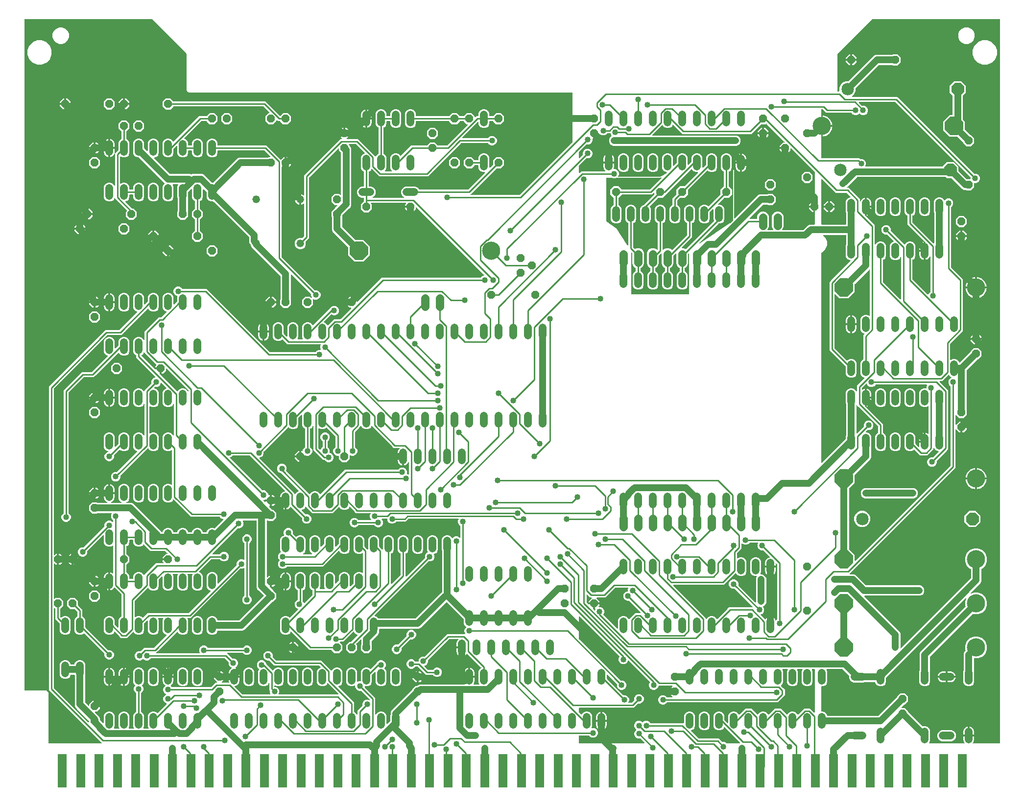
<source format=gtl>
G04 EAGLE Gerber RS-274X export*
G75*
%MOMM*%
%FSLAX34Y34*%
%LPD*%
%INTop Copper*%
%IPPOS*%
%AMOC8*
5,1,8,0,0,1.08239X$1,22.5*%
G01*
%ADD10C,1.320800*%
%ADD11P,1.429621X8X112.500000*%
%ADD12P,1.429621X8X292.500000*%
%ADD13P,1.429621X8X22.500000*%
%ADD14C,1.422400*%
%ADD15P,1.539592X8X22.500000*%
%ADD16P,1.539592X8X202.500000*%
%ADD17P,1.429621X8X202.500000*%
%ADD18C,3.149600*%
%ADD19P,3.409096X8X202.500000*%
%ADD20C,1.320800*%
%ADD21P,3.409096X8X22.500000*%
%ADD22C,1.447800*%
%ADD23R,1.524000X5.842000*%
%ADD24C,2.159000*%
%ADD25P,2.336880X8X22.500000*%
%ADD26C,1.168400*%
%ADD27C,1.016000*%
%ADD28C,0.254000*%

G36*
X-1816863Y-546850D02*
X-1816863Y-546850D01*
X-1816792Y-546848D01*
X-1816743Y-546830D01*
X-1816691Y-546822D01*
X-1816628Y-546788D01*
X-1816561Y-546763D01*
X-1816520Y-546731D01*
X-1816474Y-546706D01*
X-1816425Y-546655D01*
X-1816369Y-546610D01*
X-1816341Y-546566D01*
X-1816305Y-546528D01*
X-1816274Y-546463D01*
X-1816236Y-546403D01*
X-1816223Y-546352D01*
X-1816201Y-546305D01*
X-1816193Y-546234D01*
X-1816176Y-546164D01*
X-1816180Y-546112D01*
X-1816174Y-546061D01*
X-1816189Y-545990D01*
X-1816195Y-545919D01*
X-1816215Y-545871D01*
X-1816226Y-545820D01*
X-1816263Y-545759D01*
X-1816291Y-545693D01*
X-1816336Y-545637D01*
X-1816352Y-545609D01*
X-1816370Y-545594D01*
X-1816396Y-545562D01*
X-1907731Y-454226D01*
X-1907731Y70051D01*
X-1809951Y167831D01*
X-1786454Y167831D01*
X-1786364Y167846D01*
X-1786273Y167853D01*
X-1786243Y167866D01*
X-1786211Y167871D01*
X-1786131Y167914D01*
X-1786047Y167949D01*
X-1786015Y167975D01*
X-1785994Y167986D01*
X-1785972Y168009D01*
X-1785916Y168054D01*
X-1755189Y198781D01*
X-1755162Y198818D01*
X-1755128Y198849D01*
X-1755091Y198918D01*
X-1755045Y198981D01*
X-1755032Y199025D01*
X-1755010Y199065D01*
X-1754996Y199142D01*
X-1754973Y199216D01*
X-1754974Y199262D01*
X-1754966Y199307D01*
X-1754977Y199384D01*
X-1754979Y199462D01*
X-1754995Y199505D01*
X-1755002Y199550D01*
X-1755037Y199620D01*
X-1755064Y199693D01*
X-1755093Y199729D01*
X-1755113Y199770D01*
X-1755169Y199824D01*
X-1755218Y199885D01*
X-1755256Y199910D01*
X-1755289Y199942D01*
X-1755409Y200008D01*
X-1755425Y200018D01*
X-1755429Y200019D01*
X-1755436Y200023D01*
X-1758068Y201113D01*
X-1760783Y203828D01*
X-1762253Y207376D01*
X-1762253Y224424D01*
X-1760783Y227972D01*
X-1758068Y230687D01*
X-1754520Y232157D01*
X-1750680Y232157D01*
X-1747132Y230687D01*
X-1744417Y227972D01*
X-1742947Y224424D01*
X-1742947Y212861D01*
X-1742944Y212843D01*
X-1742946Y212827D01*
X-1742935Y212777D01*
X-1742934Y212718D01*
X-1742916Y212669D01*
X-1742908Y212618D01*
X-1742896Y212596D01*
X-1742894Y212586D01*
X-1742873Y212551D01*
X-1742849Y212487D01*
X-1742817Y212446D01*
X-1742792Y212401D01*
X-1742770Y212379D01*
X-1742768Y212375D01*
X-1742749Y212359D01*
X-1742741Y212351D01*
X-1742696Y212295D01*
X-1742652Y212267D01*
X-1742614Y212231D01*
X-1742582Y212216D01*
X-1742581Y212215D01*
X-1742576Y212213D01*
X-1742549Y212201D01*
X-1742489Y212162D01*
X-1742438Y212149D01*
X-1742391Y212128D01*
X-1742320Y212120D01*
X-1742250Y212102D01*
X-1742198Y212106D01*
X-1742147Y212100D01*
X-1742076Y212116D01*
X-1742005Y212121D01*
X-1741957Y212142D01*
X-1741938Y212145D01*
X-1741934Y212147D01*
X-1741906Y212153D01*
X-1741845Y212190D01*
X-1741779Y212218D01*
X-1741737Y212251D01*
X-1741720Y212260D01*
X-1741712Y212269D01*
X-1741695Y212279D01*
X-1741680Y212297D01*
X-1741648Y212322D01*
X-1737076Y216894D01*
X-1737031Y216957D01*
X-1736984Y217006D01*
X-1736977Y217021D01*
X-1736963Y217038D01*
X-1736951Y217068D01*
X-1736932Y217094D01*
X-1736910Y217166D01*
X-1736881Y217229D01*
X-1736879Y217247D01*
X-1736871Y217266D01*
X-1736867Y217307D01*
X-1736860Y217329D01*
X-1736861Y217361D01*
X-1736853Y217433D01*
X-1736853Y224424D01*
X-1735383Y227972D01*
X-1732668Y230687D01*
X-1729120Y232157D01*
X-1725280Y232157D01*
X-1721732Y230687D01*
X-1719017Y227972D01*
X-1717547Y224424D01*
X-1717547Y207376D01*
X-1719017Y203828D01*
X-1721732Y201113D01*
X-1725280Y199643D01*
X-1729120Y199643D01*
X-1732668Y201113D01*
X-1735383Y203828D01*
X-1735692Y204574D01*
X-1735716Y204613D01*
X-1735732Y204656D01*
X-1735781Y204717D01*
X-1735822Y204783D01*
X-1735857Y204813D01*
X-1735886Y204848D01*
X-1735951Y204890D01*
X-1736011Y204940D01*
X-1736054Y204957D01*
X-1736093Y204981D01*
X-1736168Y205000D01*
X-1736241Y205028D01*
X-1736287Y205030D01*
X-1736331Y205041D01*
X-1736409Y205035D01*
X-1736487Y205039D01*
X-1736531Y205026D01*
X-1736576Y205022D01*
X-1736648Y204992D01*
X-1736723Y204970D01*
X-1736761Y204944D01*
X-1736803Y204926D01*
X-1736909Y204841D01*
X-1736925Y204830D01*
X-1736928Y204826D01*
X-1736934Y204821D01*
X-1779808Y161947D01*
X-1782561Y159194D01*
X-1806058Y159194D01*
X-1806148Y159179D01*
X-1806239Y159172D01*
X-1806269Y159159D01*
X-1806301Y159154D01*
X-1806382Y159111D01*
X-1806466Y159076D01*
X-1806498Y159050D01*
X-1806518Y159039D01*
X-1806541Y159016D01*
X-1806597Y158971D01*
X-1898871Y66697D01*
X-1898924Y66623D01*
X-1898983Y66553D01*
X-1898996Y66523D01*
X-1899014Y66497D01*
X-1899041Y66410D01*
X-1899075Y66325D01*
X-1899080Y66284D01*
X-1899087Y66262D01*
X-1899086Y66230D01*
X-1899094Y66158D01*
X-1899094Y-220623D01*
X-1899082Y-220694D01*
X-1899080Y-220766D01*
X-1899062Y-220815D01*
X-1899054Y-220866D01*
X-1899020Y-220929D01*
X-1898996Y-220997D01*
X-1898963Y-221037D01*
X-1898939Y-221084D01*
X-1898887Y-221133D01*
X-1898842Y-221189D01*
X-1898798Y-221217D01*
X-1898761Y-221253D01*
X-1898696Y-221283D01*
X-1898635Y-221322D01*
X-1898585Y-221335D01*
X-1898538Y-221357D01*
X-1898466Y-221364D01*
X-1898397Y-221382D01*
X-1898345Y-221378D01*
X-1898293Y-221384D01*
X-1898223Y-221368D01*
X-1898152Y-221363D01*
X-1898104Y-221342D01*
X-1898053Y-221331D01*
X-1897991Y-221295D01*
X-1897925Y-221266D01*
X-1897869Y-221222D01*
X-1897842Y-221205D01*
X-1897826Y-221187D01*
X-1897794Y-221162D01*
X-1896088Y-219455D01*
X-1893823Y-219455D01*
X-1893823Y-227838D01*
X-1893820Y-227858D01*
X-1893822Y-227877D01*
X-1893800Y-227979D01*
X-1893783Y-228081D01*
X-1893774Y-228098D01*
X-1893770Y-228118D01*
X-1893717Y-228207D01*
X-1893668Y-228298D01*
X-1893654Y-228312D01*
X-1893644Y-228329D01*
X-1893565Y-228396D01*
X-1893490Y-228467D01*
X-1893472Y-228476D01*
X-1893457Y-228489D01*
X-1893361Y-228527D01*
X-1893267Y-228571D01*
X-1893247Y-228573D01*
X-1893229Y-228581D01*
X-1893062Y-228599D01*
X-1892299Y-228599D01*
X-1892299Y-228601D01*
X-1893062Y-228601D01*
X-1893082Y-228604D01*
X-1893101Y-228602D01*
X-1893203Y-228624D01*
X-1893305Y-228641D01*
X-1893322Y-228650D01*
X-1893342Y-228654D01*
X-1893431Y-228707D01*
X-1893522Y-228756D01*
X-1893536Y-228770D01*
X-1893553Y-228780D01*
X-1893620Y-228859D01*
X-1893691Y-228934D01*
X-1893700Y-228952D01*
X-1893713Y-228967D01*
X-1893752Y-229063D01*
X-1893795Y-229157D01*
X-1893797Y-229177D01*
X-1893805Y-229195D01*
X-1893823Y-229362D01*
X-1893823Y-237745D01*
X-1896088Y-237745D01*
X-1897794Y-236038D01*
X-1897852Y-235996D01*
X-1897904Y-235947D01*
X-1897952Y-235925D01*
X-1897994Y-235895D01*
X-1898062Y-235874D01*
X-1898128Y-235843D01*
X-1898179Y-235838D01*
X-1898229Y-235822D01*
X-1898301Y-235824D01*
X-1898372Y-235816D01*
X-1898423Y-235827D01*
X-1898475Y-235829D01*
X-1898542Y-235853D01*
X-1898612Y-235869D01*
X-1898657Y-235895D01*
X-1898706Y-235913D01*
X-1898762Y-235958D01*
X-1898823Y-235995D01*
X-1898857Y-236034D01*
X-1898898Y-236067D01*
X-1898937Y-236127D01*
X-1898983Y-236182D01*
X-1899003Y-236230D01*
X-1899031Y-236274D01*
X-1899048Y-236343D01*
X-1899075Y-236410D01*
X-1899083Y-236481D01*
X-1899091Y-236512D01*
X-1899089Y-236536D01*
X-1899094Y-236577D01*
X-1899094Y-296105D01*
X-1899082Y-296176D01*
X-1899080Y-296247D01*
X-1899062Y-296296D01*
X-1899054Y-296348D01*
X-1899020Y-296411D01*
X-1898996Y-296478D01*
X-1898963Y-296519D01*
X-1898939Y-296565D01*
X-1898887Y-296614D01*
X-1898842Y-296670D01*
X-1898798Y-296699D01*
X-1898761Y-296734D01*
X-1898696Y-296765D01*
X-1898635Y-296803D01*
X-1898585Y-296816D01*
X-1898538Y-296838D01*
X-1898466Y-296846D01*
X-1898397Y-296863D01*
X-1898345Y-296859D01*
X-1898293Y-296865D01*
X-1898223Y-296850D01*
X-1898152Y-296844D01*
X-1898104Y-296824D01*
X-1898053Y-296813D01*
X-1897991Y-296776D01*
X-1897925Y-296748D01*
X-1897869Y-296703D01*
X-1897842Y-296687D01*
X-1897826Y-296669D01*
X-1897794Y-296643D01*
X-1896298Y-295147D01*
X-1888302Y-295147D01*
X-1882647Y-300802D01*
X-1882647Y-308798D01*
X-1887758Y-313909D01*
X-1887811Y-313983D01*
X-1887871Y-314053D01*
X-1887883Y-314083D01*
X-1887902Y-314109D01*
X-1887929Y-314196D01*
X-1887963Y-314281D01*
X-1887967Y-314322D01*
X-1887974Y-314344D01*
X-1887973Y-314376D01*
X-1887981Y-314448D01*
X-1887981Y-328096D01*
X-1887967Y-328186D01*
X-1887959Y-328277D01*
X-1887947Y-328307D01*
X-1887942Y-328339D01*
X-1887899Y-328419D01*
X-1887863Y-328503D01*
X-1887837Y-328535D01*
X-1887826Y-328556D01*
X-1887803Y-328578D01*
X-1887758Y-328634D01*
X-1887212Y-329180D01*
X-1887196Y-329192D01*
X-1887183Y-329208D01*
X-1887096Y-329264D01*
X-1887012Y-329324D01*
X-1886993Y-329330D01*
X-1886976Y-329341D01*
X-1886876Y-329366D01*
X-1886777Y-329396D01*
X-1886757Y-329396D01*
X-1886738Y-329401D01*
X-1886635Y-329393D01*
X-1886531Y-329390D01*
X-1886513Y-329383D01*
X-1886493Y-329382D01*
X-1886398Y-329341D01*
X-1886300Y-329306D01*
X-1886285Y-329293D01*
X-1886266Y-329285D01*
X-1886135Y-329180D01*
X-1885068Y-328113D01*
X-1881520Y-326643D01*
X-1877680Y-326643D01*
X-1874132Y-328113D01*
X-1871417Y-330828D01*
X-1869947Y-334376D01*
X-1869947Y-351424D01*
X-1871417Y-354972D01*
X-1874132Y-357687D01*
X-1877680Y-359157D01*
X-1881520Y-359157D01*
X-1885068Y-357687D01*
X-1887783Y-354972D01*
X-1889253Y-351424D01*
X-1889253Y-339670D01*
X-1889267Y-339580D01*
X-1889275Y-339489D01*
X-1889287Y-339459D01*
X-1889292Y-339427D01*
X-1889335Y-339347D01*
X-1889371Y-339263D01*
X-1889397Y-339231D01*
X-1889408Y-339210D01*
X-1889431Y-339188D01*
X-1889476Y-339132D01*
X-1896619Y-331989D01*
X-1896619Y-314448D01*
X-1896633Y-314357D01*
X-1896641Y-314267D01*
X-1896653Y-314237D01*
X-1896658Y-314205D01*
X-1896701Y-314124D01*
X-1896737Y-314040D01*
X-1896763Y-314008D01*
X-1896774Y-313987D01*
X-1896797Y-313965D01*
X-1896842Y-313909D01*
X-1897794Y-312957D01*
X-1897852Y-312915D01*
X-1897904Y-312866D01*
X-1897952Y-312844D01*
X-1897994Y-312813D01*
X-1898062Y-312792D01*
X-1898128Y-312762D01*
X-1898179Y-312756D01*
X-1898229Y-312741D01*
X-1898301Y-312743D01*
X-1898372Y-312735D01*
X-1898423Y-312746D01*
X-1898475Y-312747D01*
X-1898542Y-312772D01*
X-1898612Y-312787D01*
X-1898657Y-312814D01*
X-1898706Y-312832D01*
X-1898762Y-312877D01*
X-1898823Y-312913D01*
X-1898857Y-312953D01*
X-1898898Y-312985D01*
X-1898937Y-313046D01*
X-1898983Y-313100D01*
X-1899003Y-313149D01*
X-1899031Y-313192D01*
X-1899048Y-313262D01*
X-1899075Y-313328D01*
X-1899083Y-313400D01*
X-1899091Y-313431D01*
X-1899089Y-313454D01*
X-1899094Y-313495D01*
X-1899094Y-450333D01*
X-1899079Y-450423D01*
X-1899072Y-450514D01*
X-1899059Y-450544D01*
X-1899054Y-450576D01*
X-1899011Y-450657D01*
X-1898976Y-450741D01*
X-1898950Y-450773D01*
X-1898939Y-450793D01*
X-1898916Y-450816D01*
X-1898871Y-450872D01*
X-1839752Y-509990D01*
X-1839694Y-510032D01*
X-1839642Y-510081D01*
X-1839595Y-510103D01*
X-1839553Y-510134D01*
X-1839484Y-510155D01*
X-1839419Y-510185D01*
X-1839367Y-510191D01*
X-1839317Y-510206D01*
X-1839246Y-510204D01*
X-1839175Y-510212D01*
X-1839124Y-510201D01*
X-1839072Y-510200D01*
X-1839004Y-510175D01*
X-1838934Y-510160D01*
X-1838889Y-510133D01*
X-1838841Y-510115D01*
X-1838785Y-510070D01*
X-1838723Y-510034D01*
X-1838689Y-509994D01*
X-1838649Y-509962D01*
X-1838610Y-509901D01*
X-1838563Y-509847D01*
X-1838544Y-509798D01*
X-1838516Y-509755D01*
X-1838498Y-509685D01*
X-1838471Y-509619D01*
X-1838463Y-509547D01*
X-1838455Y-509516D01*
X-1838457Y-509493D01*
X-1838453Y-509452D01*
X-1838453Y-508061D01*
X-1838467Y-507971D01*
X-1838475Y-507880D01*
X-1838487Y-507850D01*
X-1838492Y-507818D01*
X-1838535Y-507738D01*
X-1838571Y-507654D01*
X-1838597Y-507622D01*
X-1838608Y-507601D01*
X-1838631Y-507579D01*
X-1838653Y-507551D01*
X-1838656Y-507547D01*
X-1838659Y-507544D01*
X-1838676Y-507523D01*
X-1859129Y-487069D01*
X-1861737Y-484461D01*
X-1863091Y-481193D01*
X-1863091Y-429615D01*
X-1863093Y-429601D01*
X-1863092Y-429589D01*
X-1863101Y-429545D01*
X-1863102Y-429485D01*
X-1863125Y-429405D01*
X-1863130Y-429372D01*
X-1863140Y-429355D01*
X-1863149Y-429324D01*
X-1863506Y-428461D01*
X-1863568Y-428361D01*
X-1863628Y-428261D01*
X-1863632Y-428257D01*
X-1863636Y-428252D01*
X-1863726Y-428177D01*
X-1863815Y-428101D01*
X-1863820Y-428099D01*
X-1863825Y-428095D01*
X-1863934Y-428053D01*
X-1864043Y-428009D01*
X-1864050Y-428008D01*
X-1864055Y-428007D01*
X-1864073Y-428006D01*
X-1864209Y-427991D01*
X-1869591Y-427991D01*
X-1869705Y-428010D01*
X-1869821Y-428027D01*
X-1869827Y-428029D01*
X-1869833Y-428030D01*
X-1869936Y-428085D01*
X-1870041Y-428138D01*
X-1870045Y-428143D01*
X-1870051Y-428146D01*
X-1870130Y-428230D01*
X-1870213Y-428314D01*
X-1870217Y-428320D01*
X-1870220Y-428324D01*
X-1870228Y-428341D01*
X-1870294Y-428461D01*
X-1871417Y-431172D01*
X-1874132Y-433887D01*
X-1877680Y-435357D01*
X-1881520Y-435357D01*
X-1885068Y-433887D01*
X-1887783Y-431172D01*
X-1889253Y-427624D01*
X-1889253Y-410576D01*
X-1887783Y-407028D01*
X-1885068Y-404313D01*
X-1881520Y-402843D01*
X-1877680Y-402843D01*
X-1874132Y-404313D01*
X-1871417Y-407028D01*
X-1870294Y-409739D01*
X-1870232Y-409839D01*
X-1870172Y-409939D01*
X-1870168Y-409943D01*
X-1870164Y-409948D01*
X-1870074Y-410023D01*
X-1869985Y-410099D01*
X-1869980Y-410101D01*
X-1869975Y-410105D01*
X-1869866Y-410147D01*
X-1869757Y-410191D01*
X-1869750Y-410192D01*
X-1869745Y-410193D01*
X-1869727Y-410194D01*
X-1869591Y-410209D01*
X-1864209Y-410209D01*
X-1864095Y-410190D01*
X-1863979Y-410173D01*
X-1863973Y-410171D01*
X-1863967Y-410170D01*
X-1863864Y-410115D01*
X-1863759Y-410062D01*
X-1863755Y-410057D01*
X-1863749Y-410054D01*
X-1863670Y-409970D01*
X-1863587Y-409886D01*
X-1863583Y-409880D01*
X-1863580Y-409876D01*
X-1863572Y-409859D01*
X-1863506Y-409739D01*
X-1862383Y-407028D01*
X-1859668Y-404313D01*
X-1856120Y-402843D01*
X-1852280Y-402843D01*
X-1848732Y-404313D01*
X-1846017Y-407028D01*
X-1844547Y-410576D01*
X-1844547Y-427624D01*
X-1845251Y-429324D01*
X-1845266Y-429388D01*
X-1845279Y-429419D01*
X-1845281Y-429424D01*
X-1845281Y-429425D01*
X-1845291Y-429448D01*
X-1845300Y-429531D01*
X-1845307Y-429563D01*
X-1845306Y-429583D01*
X-1845309Y-429615D01*
X-1845309Y-475427D01*
X-1845295Y-475517D01*
X-1845287Y-475608D01*
X-1845275Y-475638D01*
X-1845270Y-475670D01*
X-1845227Y-475750D01*
X-1845191Y-475834D01*
X-1845165Y-475866D01*
X-1845154Y-475887D01*
X-1845131Y-475909D01*
X-1845086Y-475965D01*
X-1839244Y-481807D01*
X-1839186Y-481849D01*
X-1839134Y-481899D01*
X-1839087Y-481921D01*
X-1839045Y-481951D01*
X-1838976Y-481972D01*
X-1838911Y-482002D01*
X-1838859Y-482008D01*
X-1838809Y-482023D01*
X-1838738Y-482021D01*
X-1838667Y-482029D01*
X-1838616Y-482018D01*
X-1838564Y-482017D01*
X-1838496Y-481992D01*
X-1838426Y-481977D01*
X-1838381Y-481950D01*
X-1838333Y-481932D01*
X-1838277Y-481888D01*
X-1838215Y-481851D01*
X-1838181Y-481811D01*
X-1838141Y-481779D01*
X-1838102Y-481718D01*
X-1838055Y-481664D01*
X-1838036Y-481616D01*
X-1838008Y-481572D01*
X-1837990Y-481502D01*
X-1837963Y-481436D01*
X-1837955Y-481364D01*
X-1837947Y-481333D01*
X-1837949Y-481310D01*
X-1837945Y-481269D01*
X-1837945Y-478812D01*
X-1832588Y-473455D01*
X-1830323Y-473455D01*
X-1830323Y-481838D01*
X-1830320Y-481858D01*
X-1830322Y-481877D01*
X-1830300Y-481979D01*
X-1830283Y-482081D01*
X-1830274Y-482098D01*
X-1830270Y-482118D01*
X-1830217Y-482207D01*
X-1830168Y-482298D01*
X-1830154Y-482312D01*
X-1830144Y-482329D01*
X-1830065Y-482396D01*
X-1829990Y-482467D01*
X-1829972Y-482476D01*
X-1829957Y-482489D01*
X-1829861Y-482527D01*
X-1829767Y-482571D01*
X-1829747Y-482573D01*
X-1829729Y-482581D01*
X-1829562Y-482599D01*
X-1828799Y-482599D01*
X-1828799Y-483362D01*
X-1828796Y-483382D01*
X-1828798Y-483401D01*
X-1828776Y-483503D01*
X-1828759Y-483605D01*
X-1828750Y-483622D01*
X-1828746Y-483642D01*
X-1828693Y-483731D01*
X-1828644Y-483822D01*
X-1828630Y-483836D01*
X-1828620Y-483853D01*
X-1828541Y-483920D01*
X-1828466Y-483991D01*
X-1828448Y-484000D01*
X-1828433Y-484013D01*
X-1828337Y-484052D01*
X-1828243Y-484095D01*
X-1828223Y-484097D01*
X-1828205Y-484105D01*
X-1828038Y-484123D01*
X-1819655Y-484123D01*
X-1819655Y-486388D01*
X-1825012Y-491745D01*
X-1827469Y-491745D01*
X-1827540Y-491756D01*
X-1827612Y-491758D01*
X-1827660Y-491776D01*
X-1827712Y-491784D01*
X-1827775Y-491818D01*
X-1827843Y-491843D01*
X-1827883Y-491875D01*
X-1827929Y-491900D01*
X-1827979Y-491952D01*
X-1828035Y-491996D01*
X-1828063Y-492040D01*
X-1828099Y-492078D01*
X-1828129Y-492143D01*
X-1828168Y-492203D01*
X-1828180Y-492254D01*
X-1828202Y-492301D01*
X-1828210Y-492372D01*
X-1828228Y-492442D01*
X-1828224Y-492494D01*
X-1828229Y-492545D01*
X-1828214Y-492616D01*
X-1828208Y-492687D01*
X-1828188Y-492735D01*
X-1828177Y-492786D01*
X-1828140Y-492847D01*
X-1828112Y-492913D01*
X-1828067Y-492969D01*
X-1828051Y-492997D01*
X-1828033Y-493012D01*
X-1828007Y-493044D01*
X-1821263Y-499789D01*
X-1819873Y-503143D01*
X-1819870Y-503167D01*
X-1819827Y-503248D01*
X-1819791Y-503332D01*
X-1819765Y-503364D01*
X-1819754Y-503385D01*
X-1819731Y-503407D01*
X-1819686Y-503463D01*
X-1819147Y-504002D01*
X-1819147Y-506221D01*
X-1819145Y-506237D01*
X-1819147Y-506253D01*
X-1819125Y-506358D01*
X-1819108Y-506463D01*
X-1819100Y-506478D01*
X-1819097Y-506494D01*
X-1819019Y-506643D01*
X-1818758Y-507036D01*
X-1818742Y-507053D01*
X-1818662Y-507152D01*
X-1814352Y-511462D01*
X-1814294Y-511504D01*
X-1814242Y-511553D01*
X-1814195Y-511575D01*
X-1814153Y-511605D01*
X-1814084Y-511626D01*
X-1814019Y-511657D01*
X-1813967Y-511662D01*
X-1813917Y-511678D01*
X-1813846Y-511676D01*
X-1813775Y-511684D01*
X-1813724Y-511673D01*
X-1813672Y-511671D01*
X-1813604Y-511647D01*
X-1813534Y-511632D01*
X-1813489Y-511605D01*
X-1813441Y-511587D01*
X-1813385Y-511542D01*
X-1813323Y-511505D01*
X-1813289Y-511466D01*
X-1813249Y-511433D01*
X-1813210Y-511373D01*
X-1813163Y-511318D01*
X-1813144Y-511270D01*
X-1813116Y-511226D01*
X-1813098Y-511157D01*
X-1813071Y-511090D01*
X-1813063Y-511019D01*
X-1813055Y-510988D01*
X-1813057Y-510965D01*
X-1813053Y-510924D01*
X-1813053Y-499476D01*
X-1811583Y-495928D01*
X-1808868Y-493213D01*
X-1805320Y-491743D01*
X-1801480Y-491743D01*
X-1797932Y-493213D01*
X-1795217Y-495928D01*
X-1793747Y-499476D01*
X-1793747Y-516524D01*
X-1795229Y-520100D01*
X-1795271Y-520145D01*
X-1795293Y-520192D01*
X-1795323Y-520234D01*
X-1795344Y-520303D01*
X-1795375Y-520368D01*
X-1795380Y-520420D01*
X-1795396Y-520469D01*
X-1795394Y-520541D01*
X-1795402Y-520612D01*
X-1795391Y-520663D01*
X-1795389Y-520715D01*
X-1795365Y-520783D01*
X-1795349Y-520853D01*
X-1795323Y-520898D01*
X-1795305Y-520946D01*
X-1795260Y-521002D01*
X-1795223Y-521064D01*
X-1795184Y-521098D01*
X-1795151Y-521138D01*
X-1795091Y-521177D01*
X-1795036Y-521224D01*
X-1794988Y-521243D01*
X-1794944Y-521271D01*
X-1794875Y-521289D01*
X-1794808Y-521316D01*
X-1794737Y-521324D01*
X-1794706Y-521332D01*
X-1794682Y-521330D01*
X-1794641Y-521334D01*
X-1786759Y-521334D01*
X-1786688Y-521323D01*
X-1786616Y-521321D01*
X-1786567Y-521303D01*
X-1786516Y-521295D01*
X-1786452Y-521261D01*
X-1786385Y-521236D01*
X-1786344Y-521204D01*
X-1786298Y-521179D01*
X-1786249Y-521128D01*
X-1786193Y-521083D01*
X-1786165Y-521039D01*
X-1786129Y-521001D01*
X-1786099Y-520936D01*
X-1786060Y-520876D01*
X-1786047Y-520825D01*
X-1786025Y-520778D01*
X-1786018Y-520707D01*
X-1786000Y-520637D01*
X-1786004Y-520585D01*
X-1785998Y-520534D01*
X-1786014Y-520463D01*
X-1786019Y-520392D01*
X-1786040Y-520344D01*
X-1786051Y-520293D01*
X-1786087Y-520232D01*
X-1786116Y-520166D01*
X-1786160Y-520110D01*
X-1786177Y-520082D01*
X-1786180Y-520079D01*
X-1787653Y-516524D01*
X-1787653Y-499476D01*
X-1786183Y-495928D01*
X-1783468Y-493213D01*
X-1779920Y-491743D01*
X-1776080Y-491743D01*
X-1772532Y-493213D01*
X-1769817Y-495928D01*
X-1768347Y-499476D01*
X-1768347Y-516524D01*
X-1769829Y-520100D01*
X-1769871Y-520145D01*
X-1769893Y-520192D01*
X-1769923Y-520234D01*
X-1769944Y-520303D01*
X-1769975Y-520368D01*
X-1769980Y-520420D01*
X-1769996Y-520469D01*
X-1769994Y-520541D01*
X-1770002Y-520612D01*
X-1769991Y-520663D01*
X-1769989Y-520715D01*
X-1769965Y-520783D01*
X-1769949Y-520853D01*
X-1769923Y-520898D01*
X-1769905Y-520946D01*
X-1769860Y-521002D01*
X-1769823Y-521064D01*
X-1769784Y-521098D01*
X-1769751Y-521138D01*
X-1769691Y-521177D01*
X-1769636Y-521224D01*
X-1769588Y-521243D01*
X-1769544Y-521271D01*
X-1769475Y-521289D01*
X-1769408Y-521316D01*
X-1769337Y-521324D01*
X-1769306Y-521332D01*
X-1769282Y-521330D01*
X-1769241Y-521334D01*
X-1761359Y-521334D01*
X-1761288Y-521323D01*
X-1761216Y-521321D01*
X-1761167Y-521303D01*
X-1761116Y-521295D01*
X-1761052Y-521261D01*
X-1760985Y-521236D01*
X-1760944Y-521204D01*
X-1760898Y-521179D01*
X-1760849Y-521128D01*
X-1760793Y-521083D01*
X-1760765Y-521039D01*
X-1760729Y-521001D01*
X-1760699Y-520936D01*
X-1760660Y-520876D01*
X-1760647Y-520825D01*
X-1760625Y-520778D01*
X-1760618Y-520707D01*
X-1760600Y-520637D01*
X-1760604Y-520585D01*
X-1760598Y-520534D01*
X-1760614Y-520463D01*
X-1760619Y-520392D01*
X-1760640Y-520344D01*
X-1760651Y-520293D01*
X-1760687Y-520232D01*
X-1760716Y-520166D01*
X-1760760Y-520110D01*
X-1760777Y-520082D01*
X-1760780Y-520079D01*
X-1762253Y-516524D01*
X-1762253Y-499476D01*
X-1760783Y-495928D01*
X-1758068Y-493213D01*
X-1757389Y-492932D01*
X-1757289Y-492870D01*
X-1757189Y-492810D01*
X-1757185Y-492805D01*
X-1757180Y-492802D01*
X-1757105Y-492711D01*
X-1757029Y-492623D01*
X-1757027Y-492617D01*
X-1757023Y-492612D01*
X-1756981Y-492504D01*
X-1756937Y-492395D01*
X-1756936Y-492387D01*
X-1756935Y-492383D01*
X-1756934Y-492365D01*
X-1756919Y-492228D01*
X-1756919Y-459930D01*
X-1756933Y-459840D01*
X-1756941Y-459749D01*
X-1756953Y-459719D01*
X-1756958Y-459687D01*
X-1757001Y-459606D01*
X-1757037Y-459522D01*
X-1757063Y-459490D01*
X-1757074Y-459470D01*
X-1757097Y-459448D01*
X-1757142Y-459392D01*
X-1759491Y-457042D01*
X-1760729Y-454054D01*
X-1760729Y-450821D01*
X-1759491Y-447833D01*
X-1758695Y-447037D01*
X-1758683Y-447021D01*
X-1758668Y-447008D01*
X-1758612Y-446921D01*
X-1758551Y-446837D01*
X-1758546Y-446818D01*
X-1758535Y-446801D01*
X-1758509Y-446701D01*
X-1758479Y-446602D01*
X-1758480Y-446582D01*
X-1758475Y-446563D01*
X-1758483Y-446460D01*
X-1758485Y-446356D01*
X-1758492Y-446337D01*
X-1758494Y-446317D01*
X-1758534Y-446223D01*
X-1758570Y-446125D01*
X-1758582Y-446109D01*
X-1758590Y-446091D01*
X-1758695Y-445960D01*
X-1760783Y-443872D01*
X-1762253Y-440324D01*
X-1762253Y-423276D01*
X-1760783Y-419728D01*
X-1758068Y-417013D01*
X-1754520Y-415543D01*
X-1750680Y-415543D01*
X-1747132Y-417013D01*
X-1744417Y-419728D01*
X-1742947Y-423276D01*
X-1742947Y-440324D01*
X-1744417Y-443872D01*
X-1746505Y-445960D01*
X-1746517Y-445976D01*
X-1746532Y-445989D01*
X-1746588Y-446076D01*
X-1746649Y-446160D01*
X-1746654Y-446179D01*
X-1746665Y-446196D01*
X-1746691Y-446296D01*
X-1746721Y-446395D01*
X-1746720Y-446415D01*
X-1746725Y-446434D01*
X-1746717Y-446537D01*
X-1746715Y-446641D01*
X-1746708Y-446660D01*
X-1746706Y-446679D01*
X-1746666Y-446774D01*
X-1746630Y-446872D01*
X-1746618Y-446887D01*
X-1746610Y-446906D01*
X-1746505Y-447037D01*
X-1745709Y-447833D01*
X-1744471Y-450821D01*
X-1744471Y-454054D01*
X-1745709Y-457042D01*
X-1748058Y-459392D01*
X-1748111Y-459466D01*
X-1748171Y-459535D01*
X-1748183Y-459565D01*
X-1748202Y-459591D01*
X-1748229Y-459678D01*
X-1748263Y-459763D01*
X-1748267Y-459804D01*
X-1748274Y-459826D01*
X-1748273Y-459859D01*
X-1748281Y-459930D01*
X-1748281Y-492228D01*
X-1748262Y-492343D01*
X-1748245Y-492459D01*
X-1748243Y-492465D01*
X-1748242Y-492471D01*
X-1748187Y-492573D01*
X-1748134Y-492678D01*
X-1748129Y-492683D01*
X-1748126Y-492688D01*
X-1748042Y-492768D01*
X-1747958Y-492851D01*
X-1747952Y-492854D01*
X-1747948Y-492858D01*
X-1747931Y-492866D01*
X-1747811Y-492932D01*
X-1747132Y-493213D01*
X-1744417Y-495928D01*
X-1742947Y-499476D01*
X-1742947Y-516524D01*
X-1744429Y-520100D01*
X-1744471Y-520145D01*
X-1744493Y-520192D01*
X-1744523Y-520234D01*
X-1744544Y-520303D01*
X-1744575Y-520368D01*
X-1744580Y-520420D01*
X-1744596Y-520469D01*
X-1744594Y-520541D01*
X-1744602Y-520612D01*
X-1744591Y-520663D01*
X-1744589Y-520715D01*
X-1744565Y-520783D01*
X-1744549Y-520853D01*
X-1744523Y-520898D01*
X-1744505Y-520946D01*
X-1744460Y-521002D01*
X-1744423Y-521064D01*
X-1744384Y-521098D01*
X-1744351Y-521138D01*
X-1744291Y-521177D01*
X-1744236Y-521224D01*
X-1744188Y-521243D01*
X-1744144Y-521271D01*
X-1744075Y-521289D01*
X-1744008Y-521316D01*
X-1743937Y-521324D01*
X-1743906Y-521332D01*
X-1743882Y-521330D01*
X-1743841Y-521334D01*
X-1735959Y-521334D01*
X-1735888Y-521323D01*
X-1735816Y-521321D01*
X-1735767Y-521303D01*
X-1735716Y-521295D01*
X-1735652Y-521261D01*
X-1735585Y-521236D01*
X-1735544Y-521204D01*
X-1735498Y-521179D01*
X-1735449Y-521128D01*
X-1735393Y-521083D01*
X-1735365Y-521039D01*
X-1735329Y-521001D01*
X-1735299Y-520936D01*
X-1735260Y-520876D01*
X-1735247Y-520825D01*
X-1735225Y-520778D01*
X-1735218Y-520707D01*
X-1735200Y-520637D01*
X-1735204Y-520585D01*
X-1735198Y-520534D01*
X-1735214Y-520463D01*
X-1735219Y-520392D01*
X-1735240Y-520344D01*
X-1735251Y-520293D01*
X-1735287Y-520232D01*
X-1735316Y-520166D01*
X-1735360Y-520110D01*
X-1735377Y-520082D01*
X-1735380Y-520079D01*
X-1736853Y-516524D01*
X-1736853Y-499476D01*
X-1735383Y-495928D01*
X-1732668Y-493213D01*
X-1729120Y-491743D01*
X-1725280Y-491743D01*
X-1721732Y-493213D01*
X-1720665Y-494280D01*
X-1720648Y-494292D01*
X-1720636Y-494308D01*
X-1720549Y-494364D01*
X-1720465Y-494424D01*
X-1720446Y-494430D01*
X-1720429Y-494441D01*
X-1720329Y-494466D01*
X-1720230Y-494496D01*
X-1720210Y-494496D01*
X-1720191Y-494501D01*
X-1720088Y-494493D01*
X-1719984Y-494490D01*
X-1719965Y-494483D01*
X-1719945Y-494482D01*
X-1719850Y-494441D01*
X-1719753Y-494406D01*
X-1719737Y-494393D01*
X-1719719Y-494385D01*
X-1719588Y-494280D01*
X-1704166Y-478858D01*
X-1704139Y-478821D01*
X-1704105Y-478790D01*
X-1704067Y-478721D01*
X-1704022Y-478658D01*
X-1704009Y-478614D01*
X-1703986Y-478574D01*
X-1703972Y-478497D01*
X-1703950Y-478423D01*
X-1703951Y-478377D01*
X-1703943Y-478332D01*
X-1703954Y-478255D01*
X-1703956Y-478177D01*
X-1703972Y-478134D01*
X-1703978Y-478089D01*
X-1704014Y-478019D01*
X-1704040Y-477946D01*
X-1704069Y-477910D01*
X-1704090Y-477869D01*
X-1704146Y-477815D01*
X-1704194Y-477754D01*
X-1704233Y-477729D01*
X-1704266Y-477697D01*
X-1704385Y-477631D01*
X-1704401Y-477621D01*
X-1704406Y-477620D01*
X-1704412Y-477616D01*
X-1706405Y-476791D01*
X-1708691Y-474505D01*
X-1709929Y-471517D01*
X-1709929Y-468283D01*
X-1708691Y-465295D01*
X-1706405Y-463009D01*
X-1705577Y-462666D01*
X-1705516Y-462628D01*
X-1705450Y-462599D01*
X-1705412Y-462564D01*
X-1705367Y-462536D01*
X-1705322Y-462481D01*
X-1705269Y-462432D01*
X-1705244Y-462387D01*
X-1705211Y-462347D01*
X-1705185Y-462280D01*
X-1705150Y-462217D01*
X-1705141Y-462166D01*
X-1705122Y-462117D01*
X-1705119Y-462046D01*
X-1705107Y-461975D01*
X-1705114Y-461923D01*
X-1705112Y-461871D01*
X-1705132Y-461802D01*
X-1705142Y-461732D01*
X-1705166Y-461685D01*
X-1705181Y-461635D01*
X-1705221Y-461576D01*
X-1705254Y-461512D01*
X-1705291Y-461476D01*
X-1705321Y-461433D01*
X-1705378Y-461390D01*
X-1705430Y-461340D01*
X-1705492Y-461305D01*
X-1705518Y-461286D01*
X-1705540Y-461279D01*
X-1705576Y-461259D01*
X-1706405Y-460916D01*
X-1708691Y-458630D01*
X-1709929Y-455642D01*
X-1709929Y-452408D01*
X-1708691Y-449420D01*
X-1706576Y-447305D01*
X-1706521Y-447229D01*
X-1706460Y-447156D01*
X-1706450Y-447129D01*
X-1706432Y-447106D01*
X-1706405Y-447015D01*
X-1706370Y-446928D01*
X-1706369Y-446898D01*
X-1706360Y-446870D01*
X-1706363Y-446776D01*
X-1706358Y-446682D01*
X-1706366Y-446654D01*
X-1706366Y-446625D01*
X-1706399Y-446536D01*
X-1706424Y-446445D01*
X-1706441Y-446421D01*
X-1706451Y-446394D01*
X-1706510Y-446320D01*
X-1706563Y-446242D01*
X-1706591Y-446218D01*
X-1706605Y-446201D01*
X-1706632Y-446184D01*
X-1706691Y-446134D01*
X-1707630Y-445507D01*
X-1708903Y-444234D01*
X-1709904Y-442736D01*
X-1710593Y-441071D01*
X-1710945Y-439305D01*
X-1710945Y-433323D01*
X-1702562Y-433323D01*
X-1702542Y-433320D01*
X-1702523Y-433322D01*
X-1702421Y-433300D01*
X-1702319Y-433283D01*
X-1702302Y-433274D01*
X-1702282Y-433270D01*
X-1702193Y-433217D01*
X-1702102Y-433168D01*
X-1702088Y-433154D01*
X-1702071Y-433144D01*
X-1702004Y-433065D01*
X-1701933Y-432990D01*
X-1701924Y-432972D01*
X-1701911Y-432957D01*
X-1701873Y-432861D01*
X-1701829Y-432767D01*
X-1701827Y-432747D01*
X-1701819Y-432729D01*
X-1701801Y-432562D01*
X-1701801Y-431799D01*
X-1701799Y-431799D01*
X-1701799Y-432562D01*
X-1701796Y-432582D01*
X-1701798Y-432601D01*
X-1701776Y-432703D01*
X-1701759Y-432805D01*
X-1701750Y-432822D01*
X-1701746Y-432842D01*
X-1701693Y-432931D01*
X-1701644Y-433022D01*
X-1701630Y-433036D01*
X-1701620Y-433053D01*
X-1701541Y-433120D01*
X-1701466Y-433191D01*
X-1701448Y-433200D01*
X-1701433Y-433213D01*
X-1701337Y-433252D01*
X-1701243Y-433295D01*
X-1701223Y-433297D01*
X-1701205Y-433305D01*
X-1701038Y-433323D01*
X-1692655Y-433323D01*
X-1692655Y-439305D01*
X-1693007Y-441071D01*
X-1693696Y-442736D01*
X-1694697Y-444234D01*
X-1695970Y-445507D01*
X-1696909Y-446134D01*
X-1696978Y-446199D01*
X-1697051Y-446257D01*
X-1697067Y-446282D01*
X-1697088Y-446302D01*
X-1697133Y-446385D01*
X-1697184Y-446464D01*
X-1697191Y-446493D01*
X-1697205Y-446518D01*
X-1697221Y-446611D01*
X-1697244Y-446703D01*
X-1697242Y-446732D01*
X-1697247Y-446761D01*
X-1697232Y-446854D01*
X-1697225Y-446948D01*
X-1697214Y-446975D01*
X-1697209Y-447004D01*
X-1697166Y-447088D01*
X-1697129Y-447174D01*
X-1697106Y-447203D01*
X-1697096Y-447222D01*
X-1697072Y-447245D01*
X-1697024Y-447305D01*
X-1694846Y-449483D01*
X-1694772Y-449536D01*
X-1694703Y-449596D01*
X-1694672Y-449608D01*
X-1694646Y-449627D01*
X-1694559Y-449654D01*
X-1694474Y-449688D01*
X-1694433Y-449692D01*
X-1694411Y-449699D01*
X-1694379Y-449698D01*
X-1694308Y-449706D01*
X-1627704Y-449706D01*
X-1627614Y-449692D01*
X-1627523Y-449684D01*
X-1627493Y-449672D01*
X-1627461Y-449667D01*
X-1627381Y-449624D01*
X-1627297Y-449588D01*
X-1627265Y-449562D01*
X-1627244Y-449551D01*
X-1627222Y-449528D01*
X-1627166Y-449483D01*
X-1619451Y-441769D01*
X-1617702Y-441769D01*
X-1617631Y-441757D01*
X-1617559Y-441755D01*
X-1617510Y-441737D01*
X-1617459Y-441729D01*
X-1617396Y-441695D01*
X-1617328Y-441671D01*
X-1617288Y-441638D01*
X-1617241Y-441614D01*
X-1617192Y-441562D01*
X-1617136Y-441517D01*
X-1617108Y-441473D01*
X-1617072Y-441436D01*
X-1617042Y-441371D01*
X-1617003Y-441310D01*
X-1616990Y-441260D01*
X-1616968Y-441213D01*
X-1616961Y-441141D01*
X-1616943Y-441072D01*
X-1616947Y-441020D01*
X-1616941Y-440968D01*
X-1616957Y-440898D01*
X-1616962Y-440827D01*
X-1616983Y-440779D01*
X-1616994Y-440728D01*
X-1617030Y-440666D01*
X-1617059Y-440600D01*
X-1617103Y-440544D01*
X-1617120Y-440517D01*
X-1617138Y-440501D01*
X-1617163Y-440469D01*
X-1622045Y-435588D01*
X-1622045Y-433323D01*
X-1613662Y-433323D01*
X-1613642Y-433320D01*
X-1613623Y-433322D01*
X-1613521Y-433300D01*
X-1613419Y-433283D01*
X-1613402Y-433274D01*
X-1613382Y-433270D01*
X-1613293Y-433217D01*
X-1613202Y-433168D01*
X-1613188Y-433154D01*
X-1613171Y-433144D01*
X-1613104Y-433065D01*
X-1613033Y-432990D01*
X-1613024Y-432972D01*
X-1613011Y-432957D01*
X-1612973Y-432861D01*
X-1612929Y-432767D01*
X-1612927Y-432747D01*
X-1612919Y-432729D01*
X-1612901Y-432562D01*
X-1612901Y-431799D01*
X-1612899Y-431799D01*
X-1612899Y-432562D01*
X-1612896Y-432582D01*
X-1612898Y-432601D01*
X-1612876Y-432703D01*
X-1612859Y-432805D01*
X-1612850Y-432822D01*
X-1612846Y-432842D01*
X-1612793Y-432931D01*
X-1612744Y-433022D01*
X-1612730Y-433036D01*
X-1612720Y-433053D01*
X-1612641Y-433120D01*
X-1612566Y-433191D01*
X-1612548Y-433200D01*
X-1612533Y-433213D01*
X-1612437Y-433252D01*
X-1612343Y-433295D01*
X-1612323Y-433297D01*
X-1612305Y-433305D01*
X-1612138Y-433323D01*
X-1603755Y-433323D01*
X-1603755Y-435588D01*
X-1608637Y-440469D01*
X-1608679Y-440527D01*
X-1608728Y-440579D01*
X-1608750Y-440627D01*
X-1608780Y-440669D01*
X-1608801Y-440737D01*
X-1608832Y-440803D01*
X-1608837Y-440854D01*
X-1608853Y-440904D01*
X-1608851Y-440976D01*
X-1608859Y-441047D01*
X-1608848Y-441098D01*
X-1608846Y-441150D01*
X-1608822Y-441217D01*
X-1608806Y-441287D01*
X-1608780Y-441332D01*
X-1608762Y-441381D01*
X-1608717Y-441437D01*
X-1608680Y-441498D01*
X-1608641Y-441532D01*
X-1608608Y-441573D01*
X-1608548Y-441612D01*
X-1608493Y-441658D01*
X-1608445Y-441678D01*
X-1608401Y-441706D01*
X-1608332Y-441723D01*
X-1608265Y-441750D01*
X-1608194Y-441758D01*
X-1608163Y-441766D01*
X-1608139Y-441764D01*
X-1608098Y-441769D01*
X-1597082Y-441769D01*
X-1596989Y-441754D01*
X-1596895Y-441745D01*
X-1596868Y-441734D01*
X-1596839Y-441729D01*
X-1596756Y-441685D01*
X-1596670Y-441647D01*
X-1596648Y-441628D01*
X-1596622Y-441614D01*
X-1596557Y-441546D01*
X-1596487Y-441482D01*
X-1596473Y-441457D01*
X-1596453Y-441436D01*
X-1596413Y-441350D01*
X-1596367Y-441268D01*
X-1596361Y-441239D01*
X-1596349Y-441213D01*
X-1596339Y-441119D01*
X-1596321Y-441026D01*
X-1596324Y-440989D01*
X-1596322Y-440968D01*
X-1596329Y-440936D01*
X-1596336Y-440859D01*
X-1596645Y-439305D01*
X-1596645Y-433323D01*
X-1588262Y-433323D01*
X-1588242Y-433320D01*
X-1588223Y-433322D01*
X-1588121Y-433300D01*
X-1588019Y-433283D01*
X-1588002Y-433274D01*
X-1587982Y-433270D01*
X-1587893Y-433217D01*
X-1587802Y-433168D01*
X-1587788Y-433154D01*
X-1587771Y-433144D01*
X-1587704Y-433065D01*
X-1587633Y-432990D01*
X-1587624Y-432972D01*
X-1587611Y-432957D01*
X-1587573Y-432861D01*
X-1587529Y-432767D01*
X-1587527Y-432747D01*
X-1587519Y-432729D01*
X-1587501Y-432562D01*
X-1587501Y-431038D01*
X-1587504Y-431018D01*
X-1587502Y-430999D01*
X-1587524Y-430897D01*
X-1587541Y-430795D01*
X-1587550Y-430778D01*
X-1587554Y-430758D01*
X-1587607Y-430669D01*
X-1587656Y-430578D01*
X-1587670Y-430564D01*
X-1587680Y-430547D01*
X-1587759Y-430480D01*
X-1587834Y-430409D01*
X-1587852Y-430400D01*
X-1587867Y-430387D01*
X-1587963Y-430348D01*
X-1588057Y-430305D01*
X-1588077Y-430303D01*
X-1588095Y-430295D01*
X-1588262Y-430277D01*
X-1596645Y-430277D01*
X-1596645Y-424295D01*
X-1596293Y-422529D01*
X-1595604Y-420864D01*
X-1594603Y-419366D01*
X-1593330Y-418093D01*
X-1591832Y-417092D01*
X-1591788Y-417074D01*
X-1591727Y-417036D01*
X-1591662Y-417007D01*
X-1591623Y-416972D01*
X-1591579Y-416944D01*
X-1591533Y-416889D01*
X-1591480Y-416841D01*
X-1591455Y-416795D01*
X-1591422Y-416755D01*
X-1591397Y-416688D01*
X-1591362Y-416625D01*
X-1591353Y-416574D01*
X-1591334Y-416525D01*
X-1591331Y-416454D01*
X-1591318Y-416383D01*
X-1591326Y-416332D01*
X-1591324Y-416280D01*
X-1591344Y-416211D01*
X-1591354Y-416140D01*
X-1591378Y-416093D01*
X-1591392Y-416043D01*
X-1591433Y-415984D01*
X-1591465Y-415920D01*
X-1591503Y-415884D01*
X-1591532Y-415841D01*
X-1591590Y-415799D01*
X-1591641Y-415748D01*
X-1591704Y-415714D01*
X-1591730Y-415695D01*
X-1591752Y-415687D01*
X-1591788Y-415667D01*
X-1593692Y-414879D01*
X-1595979Y-412592D01*
X-1597216Y-409604D01*
X-1597216Y-406282D01*
X-1597231Y-406192D01*
X-1597238Y-406101D01*
X-1597251Y-406071D01*
X-1597256Y-406039D01*
X-1597299Y-405958D01*
X-1597334Y-405874D01*
X-1597360Y-405842D01*
X-1597371Y-405822D01*
X-1597394Y-405799D01*
X-1597439Y-405743D01*
X-1603353Y-399829D01*
X-1603427Y-399776D01*
X-1603497Y-399717D01*
X-1603527Y-399704D01*
X-1603553Y-399686D01*
X-1603640Y-399659D01*
X-1603725Y-399625D01*
X-1603766Y-399620D01*
X-1603788Y-399613D01*
X-1603820Y-399614D01*
X-1603892Y-399606D01*
X-1730820Y-399606D01*
X-1730910Y-399621D01*
X-1731001Y-399628D01*
X-1731031Y-399641D01*
X-1731063Y-399646D01*
X-1731144Y-399689D01*
X-1731228Y-399724D01*
X-1731260Y-399750D01*
X-1731280Y-399761D01*
X-1731302Y-399784D01*
X-1731358Y-399829D01*
X-1733708Y-402179D01*
X-1736696Y-403416D01*
X-1739929Y-403416D01*
X-1742917Y-402179D01*
X-1744124Y-400972D01*
X-1744140Y-400960D01*
X-1744153Y-400944D01*
X-1744240Y-400888D01*
X-1744324Y-400828D01*
X-1744343Y-400822D01*
X-1744360Y-400811D01*
X-1744460Y-400786D01*
X-1744559Y-400756D01*
X-1744579Y-400756D01*
X-1744598Y-400751D01*
X-1744701Y-400759D01*
X-1744805Y-400762D01*
X-1744824Y-400769D01*
X-1744843Y-400770D01*
X-1744938Y-400811D01*
X-1745036Y-400846D01*
X-1745052Y-400859D01*
X-1745070Y-400867D01*
X-1745201Y-400972D01*
X-1746408Y-402179D01*
X-1749396Y-403416D01*
X-1752629Y-403416D01*
X-1755617Y-402179D01*
X-1757904Y-399892D01*
X-1759141Y-396904D01*
X-1759141Y-393671D01*
X-1757904Y-390683D01*
X-1755617Y-388396D01*
X-1752629Y-387159D01*
X-1749307Y-387159D01*
X-1749217Y-387144D01*
X-1749126Y-387137D01*
X-1749096Y-387124D01*
X-1749064Y-387119D01*
X-1748983Y-387076D01*
X-1748899Y-387041D01*
X-1748867Y-387015D01*
X-1748847Y-387004D01*
X-1748824Y-386981D01*
X-1748768Y-386936D01*
X-1743276Y-381444D01*
X-1726129Y-381444D01*
X-1726039Y-381429D01*
X-1725948Y-381422D01*
X-1725918Y-381409D01*
X-1725886Y-381404D01*
X-1725806Y-381361D01*
X-1725722Y-381326D01*
X-1725690Y-381300D01*
X-1725669Y-381289D01*
X-1725647Y-381266D01*
X-1725591Y-381221D01*
X-1704389Y-360019D01*
X-1704362Y-359982D01*
X-1704328Y-359951D01*
X-1704291Y-359882D01*
X-1704245Y-359819D01*
X-1704232Y-359775D01*
X-1704210Y-359735D01*
X-1704196Y-359658D01*
X-1704173Y-359584D01*
X-1704174Y-359538D01*
X-1704166Y-359493D01*
X-1704177Y-359416D01*
X-1704179Y-359338D01*
X-1704195Y-359295D01*
X-1704202Y-359250D01*
X-1704237Y-359180D01*
X-1704264Y-359107D01*
X-1704293Y-359071D01*
X-1704313Y-359030D01*
X-1704369Y-358976D01*
X-1704418Y-358915D01*
X-1704456Y-358890D01*
X-1704489Y-358858D01*
X-1704609Y-358792D01*
X-1704625Y-358782D01*
X-1704629Y-358781D01*
X-1704636Y-358777D01*
X-1707268Y-357687D01*
X-1709983Y-354972D01*
X-1711453Y-351424D01*
X-1711453Y-334376D01*
X-1709975Y-330809D01*
X-1709965Y-330764D01*
X-1709945Y-330722D01*
X-1709937Y-330645D01*
X-1709919Y-330569D01*
X-1709923Y-330524D01*
X-1709918Y-330478D01*
X-1709935Y-330402D01*
X-1709942Y-330324D01*
X-1709961Y-330283D01*
X-1709970Y-330238D01*
X-1710010Y-330171D01*
X-1710042Y-330100D01*
X-1710073Y-330066D01*
X-1710097Y-330027D01*
X-1710156Y-329976D01*
X-1710208Y-329919D01*
X-1710249Y-329896D01*
X-1710284Y-329867D01*
X-1710356Y-329838D01*
X-1710424Y-329800D01*
X-1710469Y-329792D01*
X-1710512Y-329775D01*
X-1710648Y-329760D01*
X-1710666Y-329756D01*
X-1710671Y-329757D01*
X-1710678Y-329756D01*
X-1718322Y-329756D01*
X-1718367Y-329764D01*
X-1718413Y-329762D01*
X-1718488Y-329783D01*
X-1718564Y-329796D01*
X-1718605Y-329817D01*
X-1718649Y-329830D01*
X-1718713Y-329875D01*
X-1718782Y-329911D01*
X-1718813Y-329944D01*
X-1718851Y-329970D01*
X-1718897Y-330033D01*
X-1718951Y-330089D01*
X-1718970Y-330131D01*
X-1718998Y-330168D01*
X-1719022Y-330242D01*
X-1719055Y-330312D01*
X-1719060Y-330358D01*
X-1719074Y-330402D01*
X-1719073Y-330480D01*
X-1719082Y-330557D01*
X-1719072Y-330602D01*
X-1719072Y-330648D01*
X-1719033Y-330779D01*
X-1719030Y-330797D01*
X-1719027Y-330802D01*
X-1719025Y-330809D01*
X-1717547Y-334376D01*
X-1717547Y-351424D01*
X-1719017Y-354972D01*
X-1721732Y-357687D01*
X-1725280Y-359157D01*
X-1729120Y-359157D01*
X-1732668Y-357687D01*
X-1735383Y-354972D01*
X-1736853Y-351424D01*
X-1736853Y-335098D01*
X-1736864Y-335027D01*
X-1736866Y-334956D01*
X-1736884Y-334907D01*
X-1736892Y-334855D01*
X-1736926Y-334792D01*
X-1736951Y-334725D01*
X-1736983Y-334684D01*
X-1737008Y-334638D01*
X-1737059Y-334589D01*
X-1737104Y-334533D01*
X-1737148Y-334504D01*
X-1737186Y-334469D01*
X-1737251Y-334438D01*
X-1737311Y-334400D01*
X-1737362Y-334387D01*
X-1737409Y-334365D01*
X-1737480Y-334357D01*
X-1737550Y-334340D01*
X-1737602Y-334344D01*
X-1737653Y-334338D01*
X-1737724Y-334353D01*
X-1737795Y-334359D01*
X-1737843Y-334379D01*
X-1737894Y-334390D01*
X-1737955Y-334427D01*
X-1738021Y-334455D01*
X-1738077Y-334500D01*
X-1738105Y-334516D01*
X-1738120Y-334534D01*
X-1738152Y-334560D01*
X-1742724Y-339132D01*
X-1742777Y-339206D01*
X-1742837Y-339275D01*
X-1742849Y-339305D01*
X-1742868Y-339332D01*
X-1742895Y-339419D01*
X-1742929Y-339503D01*
X-1742933Y-339544D01*
X-1742940Y-339567D01*
X-1742939Y-339599D01*
X-1742947Y-339670D01*
X-1742947Y-351424D01*
X-1744417Y-354972D01*
X-1747132Y-357687D01*
X-1750680Y-359157D01*
X-1754520Y-359157D01*
X-1758068Y-357687D01*
X-1760783Y-354972D01*
X-1761092Y-354226D01*
X-1761116Y-354187D01*
X-1761132Y-354144D01*
X-1761181Y-354083D01*
X-1761222Y-354017D01*
X-1761257Y-353987D01*
X-1761286Y-353952D01*
X-1761351Y-353910D01*
X-1761411Y-353860D01*
X-1761454Y-353843D01*
X-1761493Y-353819D01*
X-1761568Y-353800D01*
X-1761641Y-353772D01*
X-1761687Y-353770D01*
X-1761731Y-353759D01*
X-1761809Y-353765D01*
X-1761887Y-353761D01*
X-1761931Y-353774D01*
X-1761976Y-353778D01*
X-1762048Y-353808D01*
X-1762123Y-353830D01*
X-1762161Y-353856D01*
X-1762203Y-353874D01*
X-1762309Y-353959D01*
X-1762325Y-353970D01*
X-1762328Y-353974D01*
X-1762334Y-353979D01*
X-1773036Y-364681D01*
X-1782964Y-364681D01*
X-1785717Y-361928D01*
X-1793666Y-353979D01*
X-1793704Y-353952D01*
X-1793735Y-353918D01*
X-1793803Y-353881D01*
X-1793866Y-353835D01*
X-1793910Y-353822D01*
X-1793950Y-353800D01*
X-1794027Y-353786D01*
X-1794101Y-353763D01*
X-1794147Y-353764D01*
X-1794192Y-353756D01*
X-1794269Y-353767D01*
X-1794347Y-353769D01*
X-1794390Y-353785D01*
X-1794435Y-353792D01*
X-1794505Y-353827D01*
X-1794578Y-353854D01*
X-1794614Y-353882D01*
X-1794655Y-353903D01*
X-1794709Y-353959D01*
X-1794770Y-354007D01*
X-1794795Y-354046D01*
X-1794827Y-354079D01*
X-1794893Y-354199D01*
X-1794903Y-354214D01*
X-1794904Y-354219D01*
X-1794908Y-354226D01*
X-1795217Y-354972D01*
X-1797932Y-357687D01*
X-1801480Y-359157D01*
X-1805320Y-359157D01*
X-1808868Y-357687D01*
X-1811583Y-354972D01*
X-1813053Y-351424D01*
X-1813053Y-334376D01*
X-1811583Y-330828D01*
X-1808868Y-328113D01*
X-1805320Y-326643D01*
X-1801480Y-326643D01*
X-1797932Y-328113D01*
X-1795217Y-330828D01*
X-1793747Y-334376D01*
X-1793747Y-341367D01*
X-1793733Y-341457D01*
X-1793725Y-341548D01*
X-1793713Y-341578D01*
X-1793708Y-341610D01*
X-1793665Y-341691D01*
X-1793629Y-341775D01*
X-1793603Y-341807D01*
X-1793592Y-341827D01*
X-1793569Y-341850D01*
X-1793524Y-341906D01*
X-1788952Y-346478D01*
X-1788894Y-346519D01*
X-1788842Y-346569D01*
X-1788795Y-346591D01*
X-1788753Y-346621D01*
X-1788684Y-346642D01*
X-1788619Y-346672D01*
X-1788567Y-346678D01*
X-1788517Y-346694D01*
X-1788446Y-346692D01*
X-1788375Y-346700D01*
X-1788324Y-346689D01*
X-1788272Y-346687D01*
X-1788204Y-346663D01*
X-1788134Y-346647D01*
X-1788090Y-346621D01*
X-1788041Y-346603D01*
X-1787985Y-346558D01*
X-1787923Y-346521D01*
X-1787889Y-346482D01*
X-1787849Y-346449D01*
X-1787810Y-346389D01*
X-1787763Y-346334D01*
X-1787744Y-346286D01*
X-1787716Y-346242D01*
X-1787698Y-346173D01*
X-1787671Y-346106D01*
X-1787663Y-346035D01*
X-1787655Y-346004D01*
X-1787657Y-345980D01*
X-1787653Y-345939D01*
X-1787653Y-334376D01*
X-1786183Y-330828D01*
X-1783468Y-328113D01*
X-1782789Y-327832D01*
X-1782689Y-327770D01*
X-1782589Y-327710D01*
X-1782585Y-327705D01*
X-1782580Y-327702D01*
X-1782505Y-327611D01*
X-1782429Y-327523D01*
X-1782427Y-327517D01*
X-1782423Y-327512D01*
X-1782381Y-327404D01*
X-1782337Y-327295D01*
X-1782336Y-327287D01*
X-1782335Y-327283D01*
X-1782334Y-327265D01*
X-1782319Y-327128D01*
X-1782319Y-289442D01*
X-1782333Y-289352D01*
X-1782341Y-289261D01*
X-1782353Y-289231D01*
X-1782358Y-289199D01*
X-1782401Y-289118D01*
X-1782437Y-289034D01*
X-1782463Y-289002D01*
X-1782474Y-288982D01*
X-1782497Y-288959D01*
X-1782542Y-288903D01*
X-1793853Y-277592D01*
X-1794055Y-277390D01*
X-1794092Y-277363D01*
X-1794123Y-277329D01*
X-1794191Y-277292D01*
X-1794255Y-277247D01*
X-1794299Y-277233D01*
X-1794339Y-277211D01*
X-1794415Y-277197D01*
X-1794490Y-277174D01*
X-1794536Y-277175D01*
X-1794581Y-277167D01*
X-1794658Y-277179D01*
X-1794736Y-277181D01*
X-1794779Y-277196D01*
X-1794824Y-277203D01*
X-1794894Y-277238D01*
X-1794967Y-277265D01*
X-1795002Y-277294D01*
X-1795044Y-277315D01*
X-1795098Y-277370D01*
X-1795159Y-277419D01*
X-1795184Y-277457D01*
X-1795216Y-277490D01*
X-1795282Y-277610D01*
X-1795292Y-277626D01*
X-1795293Y-277630D01*
X-1795295Y-277634D01*
X-1796297Y-279134D01*
X-1797570Y-280407D01*
X-1799068Y-281408D01*
X-1800733Y-282097D01*
X-1801877Y-282325D01*
X-1801877Y-267462D01*
X-1801879Y-267451D01*
X-1801878Y-267443D01*
X-1801879Y-267436D01*
X-1801878Y-267423D01*
X-1801900Y-267321D01*
X-1801917Y-267219D01*
X-1801926Y-267202D01*
X-1801930Y-267182D01*
X-1801983Y-267093D01*
X-1802032Y-267002D01*
X-1802046Y-266988D01*
X-1802056Y-266971D01*
X-1802135Y-266904D01*
X-1802210Y-266833D01*
X-1802228Y-266824D01*
X-1802243Y-266811D01*
X-1802339Y-266773D01*
X-1802433Y-266729D01*
X-1802453Y-266727D01*
X-1802471Y-266719D01*
X-1802638Y-266701D01*
X-1803401Y-266701D01*
X-1803401Y-266699D01*
X-1802638Y-266699D01*
X-1802618Y-266696D01*
X-1802599Y-266698D01*
X-1802497Y-266676D01*
X-1802395Y-266659D01*
X-1802378Y-266650D01*
X-1802358Y-266646D01*
X-1802269Y-266593D01*
X-1802178Y-266544D01*
X-1802164Y-266530D01*
X-1802147Y-266520D01*
X-1802080Y-266441D01*
X-1802009Y-266366D01*
X-1802000Y-266348D01*
X-1801987Y-266333D01*
X-1801948Y-266237D01*
X-1801905Y-266143D01*
X-1801903Y-266123D01*
X-1801895Y-266105D01*
X-1801877Y-265938D01*
X-1801877Y-251075D01*
X-1800733Y-251303D01*
X-1799068Y-251992D01*
X-1797790Y-252846D01*
X-1797682Y-252895D01*
X-1797572Y-252946D01*
X-1797569Y-252946D01*
X-1797567Y-252948D01*
X-1797446Y-252960D01*
X-1797328Y-252973D01*
X-1797325Y-252973D01*
X-1797322Y-252973D01*
X-1797205Y-252947D01*
X-1797088Y-252921D01*
X-1797085Y-252919D01*
X-1797082Y-252919D01*
X-1796980Y-252857D01*
X-1796877Y-252795D01*
X-1796875Y-252792D01*
X-1796872Y-252791D01*
X-1796794Y-252699D01*
X-1796717Y-252608D01*
X-1796715Y-252605D01*
X-1796713Y-252603D01*
X-1796670Y-252492D01*
X-1796625Y-252380D01*
X-1796624Y-252376D01*
X-1796623Y-252374D01*
X-1796623Y-252363D01*
X-1796606Y-252213D01*
X-1796606Y-205799D01*
X-1796608Y-205788D01*
X-1796607Y-205782D01*
X-1796615Y-205748D01*
X-1796618Y-205728D01*
X-1796620Y-205657D01*
X-1796638Y-205608D01*
X-1796646Y-205556D01*
X-1796680Y-205493D01*
X-1796704Y-205426D01*
X-1796737Y-205385D01*
X-1796761Y-205339D01*
X-1796813Y-205290D01*
X-1796858Y-205234D01*
X-1796902Y-205205D01*
X-1796939Y-205170D01*
X-1797004Y-205139D01*
X-1797065Y-205101D01*
X-1797115Y-205088D01*
X-1797162Y-205066D01*
X-1797234Y-205058D01*
X-1797303Y-205041D01*
X-1797355Y-205045D01*
X-1797407Y-205039D01*
X-1797477Y-205054D01*
X-1797549Y-205060D01*
X-1797596Y-205080D01*
X-1797647Y-205091D01*
X-1797709Y-205128D01*
X-1797775Y-205156D01*
X-1797831Y-205201D01*
X-1797858Y-205217D01*
X-1797874Y-205235D01*
X-1797906Y-205261D01*
X-1797932Y-205287D01*
X-1801480Y-206757D01*
X-1805320Y-206757D01*
X-1808868Y-205287D01*
X-1811583Y-202572D01*
X-1813053Y-199024D01*
X-1813053Y-187461D01*
X-1813064Y-187390D01*
X-1813066Y-187318D01*
X-1813084Y-187269D01*
X-1813092Y-187218D01*
X-1813126Y-187155D01*
X-1813151Y-187087D01*
X-1813183Y-187046D01*
X-1813208Y-187001D01*
X-1813259Y-186951D01*
X-1813304Y-186895D01*
X-1813348Y-186867D01*
X-1813386Y-186831D01*
X-1813451Y-186801D01*
X-1813511Y-186762D01*
X-1813562Y-186749D01*
X-1813609Y-186728D01*
X-1813680Y-186720D01*
X-1813750Y-186702D01*
X-1813802Y-186706D01*
X-1813853Y-186700D01*
X-1813924Y-186716D01*
X-1813995Y-186721D01*
X-1814043Y-186742D01*
X-1814094Y-186753D01*
X-1814155Y-186790D01*
X-1814221Y-186818D01*
X-1814277Y-186862D01*
X-1814305Y-186879D01*
X-1814320Y-186897D01*
X-1814352Y-186922D01*
X-1841086Y-213656D01*
X-1841130Y-213718D01*
X-1841177Y-213767D01*
X-1841185Y-213783D01*
X-1841198Y-213799D01*
X-1841211Y-213829D01*
X-1841229Y-213856D01*
X-1841251Y-213927D01*
X-1841281Y-213990D01*
X-1841283Y-214009D01*
X-1841290Y-214027D01*
X-1841295Y-214068D01*
X-1841302Y-214091D01*
X-1841301Y-214123D01*
X-1841309Y-214194D01*
X-1841309Y-217517D01*
X-1842546Y-220505D01*
X-1844833Y-222791D01*
X-1847821Y-224029D01*
X-1851054Y-224029D01*
X-1854042Y-222791D01*
X-1856329Y-220505D01*
X-1857566Y-217517D01*
X-1857566Y-214283D01*
X-1856329Y-211295D01*
X-1854042Y-209009D01*
X-1851054Y-207771D01*
X-1847732Y-207771D01*
X-1847642Y-207757D01*
X-1847551Y-207749D01*
X-1847521Y-207737D01*
X-1847489Y-207732D01*
X-1847408Y-207689D01*
X-1847324Y-207653D01*
X-1847292Y-207627D01*
X-1847272Y-207616D01*
X-1847249Y-207593D01*
X-1847193Y-207548D01*
X-1811752Y-172107D01*
X-1811700Y-172035D01*
X-1811660Y-171993D01*
X-1811655Y-171982D01*
X-1811639Y-171963D01*
X-1811627Y-171933D01*
X-1811608Y-171907D01*
X-1811584Y-171829D01*
X-1811557Y-171770D01*
X-1811555Y-171755D01*
X-1811547Y-171735D01*
X-1811543Y-171694D01*
X-1811536Y-171672D01*
X-1811537Y-171640D01*
X-1811529Y-171568D01*
X-1811529Y-168246D01*
X-1810291Y-165258D01*
X-1808005Y-162971D01*
X-1805017Y-161734D01*
X-1801783Y-161734D01*
X-1798795Y-162971D01*
X-1797906Y-163861D01*
X-1797848Y-163903D01*
X-1797796Y-163952D01*
X-1797748Y-163974D01*
X-1797706Y-164005D01*
X-1797638Y-164026D01*
X-1797572Y-164056D01*
X-1797521Y-164062D01*
X-1797471Y-164077D01*
X-1797399Y-164075D01*
X-1797328Y-164083D01*
X-1797277Y-164072D01*
X-1797225Y-164071D01*
X-1797158Y-164046D01*
X-1797088Y-164031D01*
X-1797043Y-164004D01*
X-1796994Y-163986D01*
X-1796938Y-163941D01*
X-1796877Y-163904D01*
X-1796843Y-163865D01*
X-1796802Y-163832D01*
X-1796763Y-163772D01*
X-1796717Y-163718D01*
X-1796697Y-163669D01*
X-1796669Y-163625D01*
X-1796652Y-163556D01*
X-1796625Y-163489D01*
X-1796617Y-163418D01*
X-1796609Y-163387D01*
X-1796611Y-163364D01*
X-1796606Y-163323D01*
X-1796606Y-161480D01*
X-1796621Y-161390D01*
X-1796628Y-161299D01*
X-1796641Y-161269D01*
X-1796646Y-161237D01*
X-1796689Y-161156D01*
X-1796724Y-161073D01*
X-1796750Y-161040D01*
X-1796761Y-161020D01*
X-1796784Y-160998D01*
X-1796829Y-160942D01*
X-1799179Y-158592D01*
X-1800416Y-155604D01*
X-1800416Y-152371D01*
X-1799287Y-149643D01*
X-1799276Y-149599D01*
X-1799257Y-149557D01*
X-1799248Y-149480D01*
X-1799230Y-149404D01*
X-1799235Y-149358D01*
X-1799230Y-149313D01*
X-1799246Y-149236D01*
X-1799253Y-149159D01*
X-1799272Y-149117D01*
X-1799282Y-149072D01*
X-1799322Y-149005D01*
X-1799353Y-148934D01*
X-1799385Y-148900D01*
X-1799408Y-148861D01*
X-1799467Y-148810D01*
X-1799520Y-148753D01*
X-1799560Y-148731D01*
X-1799595Y-148701D01*
X-1799667Y-148672D01*
X-1799735Y-148635D01*
X-1799781Y-148626D01*
X-1799823Y-148609D01*
X-1799959Y-148594D01*
X-1799977Y-148591D01*
X-1799982Y-148592D01*
X-1799990Y-148591D01*
X-1823724Y-148591D01*
X-1823814Y-148605D01*
X-1823905Y-148613D01*
X-1823935Y-148625D01*
X-1823967Y-148630D01*
X-1824048Y-148673D01*
X-1824132Y-148709D01*
X-1824164Y-148735D01*
X-1824185Y-148746D01*
X-1824207Y-148769D01*
X-1824263Y-148814D01*
X-1824802Y-149353D01*
X-1832798Y-149353D01*
X-1838453Y-143698D01*
X-1838453Y-135702D01*
X-1832798Y-130047D01*
X-1824802Y-130047D01*
X-1824263Y-130586D01*
X-1824189Y-130639D01*
X-1824119Y-130699D01*
X-1824089Y-130711D01*
X-1824063Y-130730D01*
X-1823976Y-130757D01*
X-1823891Y-130791D01*
X-1823850Y-130795D01*
X-1823828Y-130802D01*
X-1823796Y-130801D01*
X-1823724Y-130809D01*
X-1807210Y-130809D01*
X-1807114Y-130794D01*
X-1807017Y-130784D01*
X-1806993Y-130774D01*
X-1806967Y-130770D01*
X-1806881Y-130724D01*
X-1806792Y-130684D01*
X-1806773Y-130667D01*
X-1806750Y-130654D01*
X-1806683Y-130584D01*
X-1806611Y-130518D01*
X-1806598Y-130495D01*
X-1806580Y-130476D01*
X-1806539Y-130388D01*
X-1806492Y-130302D01*
X-1806488Y-130277D01*
X-1806477Y-130253D01*
X-1806466Y-130156D01*
X-1806449Y-130060D01*
X-1806453Y-130034D01*
X-1806450Y-130009D01*
X-1806470Y-129914D01*
X-1806485Y-129817D01*
X-1806496Y-129794D01*
X-1806502Y-129768D01*
X-1806552Y-129684D01*
X-1806596Y-129598D01*
X-1806615Y-129580D01*
X-1806628Y-129557D01*
X-1806702Y-129494D01*
X-1806772Y-129426D01*
X-1806800Y-129410D01*
X-1806815Y-129397D01*
X-1806846Y-129385D01*
X-1806919Y-129345D01*
X-1807732Y-129008D01*
X-1809230Y-128007D01*
X-1810503Y-126734D01*
X-1811504Y-125236D01*
X-1812193Y-123571D01*
X-1812545Y-121805D01*
X-1812545Y-115823D01*
X-1804162Y-115823D01*
X-1804142Y-115820D01*
X-1804123Y-115822D01*
X-1804021Y-115800D01*
X-1803919Y-115783D01*
X-1803902Y-115774D01*
X-1803882Y-115770D01*
X-1803793Y-115717D01*
X-1803702Y-115668D01*
X-1803688Y-115654D01*
X-1803671Y-115644D01*
X-1803604Y-115565D01*
X-1803533Y-115490D01*
X-1803524Y-115472D01*
X-1803511Y-115457D01*
X-1803473Y-115361D01*
X-1803429Y-115267D01*
X-1803427Y-115247D01*
X-1803419Y-115229D01*
X-1803401Y-115062D01*
X-1803401Y-114299D01*
X-1803399Y-114299D01*
X-1803399Y-115062D01*
X-1803396Y-115082D01*
X-1803398Y-115101D01*
X-1803376Y-115203D01*
X-1803359Y-115305D01*
X-1803350Y-115322D01*
X-1803346Y-115342D01*
X-1803293Y-115431D01*
X-1803244Y-115522D01*
X-1803230Y-115536D01*
X-1803220Y-115553D01*
X-1803141Y-115620D01*
X-1803066Y-115691D01*
X-1803048Y-115700D01*
X-1803033Y-115713D01*
X-1802937Y-115752D01*
X-1802843Y-115795D01*
X-1802823Y-115797D01*
X-1802805Y-115805D01*
X-1802638Y-115823D01*
X-1794255Y-115823D01*
X-1794255Y-121805D01*
X-1794607Y-123571D01*
X-1795296Y-125236D01*
X-1796297Y-126734D01*
X-1797570Y-128007D01*
X-1799068Y-129008D01*
X-1799881Y-129345D01*
X-1799964Y-129396D01*
X-1800050Y-129442D01*
X-1800068Y-129461D01*
X-1800090Y-129474D01*
X-1800153Y-129549D01*
X-1800220Y-129620D01*
X-1800231Y-129644D01*
X-1800247Y-129664D01*
X-1800282Y-129755D01*
X-1800323Y-129843D01*
X-1800326Y-129869D01*
X-1800335Y-129893D01*
X-1800340Y-129991D01*
X-1800350Y-130087D01*
X-1800345Y-130113D01*
X-1800346Y-130139D01*
X-1800319Y-130233D01*
X-1800298Y-130328D01*
X-1800285Y-130350D01*
X-1800277Y-130375D01*
X-1800222Y-130455D01*
X-1800172Y-130539D01*
X-1800152Y-130556D01*
X-1800137Y-130577D01*
X-1800059Y-130636D01*
X-1799985Y-130699D01*
X-1799961Y-130709D01*
X-1799940Y-130724D01*
X-1799847Y-130754D01*
X-1799757Y-130791D01*
X-1799724Y-130794D01*
X-1799706Y-130800D01*
X-1799673Y-130800D01*
X-1799590Y-130809D01*
X-1783137Y-130809D01*
X-1783041Y-130794D01*
X-1782944Y-130784D01*
X-1782920Y-130774D01*
X-1782895Y-130770D01*
X-1782809Y-130724D01*
X-1782720Y-130684D01*
X-1782700Y-130667D01*
X-1782677Y-130654D01*
X-1782610Y-130584D01*
X-1782539Y-130518D01*
X-1782526Y-130495D01*
X-1782508Y-130476D01*
X-1782467Y-130388D01*
X-1782420Y-130302D01*
X-1782415Y-130277D01*
X-1782404Y-130253D01*
X-1782394Y-130156D01*
X-1782376Y-130060D01*
X-1782380Y-130034D01*
X-1782377Y-130009D01*
X-1782398Y-129914D01*
X-1782412Y-129817D01*
X-1782424Y-129794D01*
X-1782429Y-129768D01*
X-1782479Y-129685D01*
X-1782524Y-129598D01*
X-1782542Y-129579D01*
X-1782556Y-129557D01*
X-1782630Y-129494D01*
X-1782699Y-129426D01*
X-1782728Y-129410D01*
X-1782743Y-129397D01*
X-1782773Y-129385D01*
X-1782846Y-129345D01*
X-1783468Y-129087D01*
X-1786183Y-126372D01*
X-1787653Y-122824D01*
X-1787653Y-105776D01*
X-1786183Y-102228D01*
X-1783468Y-99513D01*
X-1779920Y-98043D01*
X-1776080Y-98043D01*
X-1772532Y-99513D01*
X-1769817Y-102228D01*
X-1768347Y-105776D01*
X-1768347Y-122824D01*
X-1769817Y-126372D01*
X-1772532Y-129087D01*
X-1773154Y-129345D01*
X-1773237Y-129396D01*
X-1773323Y-129442D01*
X-1773341Y-129461D01*
X-1773363Y-129474D01*
X-1773425Y-129549D01*
X-1773492Y-129620D01*
X-1773503Y-129644D01*
X-1773520Y-129664D01*
X-1773555Y-129755D01*
X-1773596Y-129843D01*
X-1773599Y-129869D01*
X-1773608Y-129893D01*
X-1773612Y-129991D01*
X-1773623Y-130087D01*
X-1773617Y-130113D01*
X-1773618Y-130139D01*
X-1773591Y-130233D01*
X-1773571Y-130328D01*
X-1773557Y-130350D01*
X-1773550Y-130375D01*
X-1773494Y-130455D01*
X-1773444Y-130539D01*
X-1773425Y-130556D01*
X-1773410Y-130577D01*
X-1773331Y-130636D01*
X-1773257Y-130699D01*
X-1773233Y-130709D01*
X-1773212Y-130724D01*
X-1773120Y-130754D01*
X-1773029Y-130791D01*
X-1772997Y-130794D01*
X-1772978Y-130800D01*
X-1772945Y-130800D01*
X-1772863Y-130809D01*
X-1765119Y-130809D01*
X-1761851Y-132163D01*
X-1715424Y-178590D01*
X-1715414Y-178597D01*
X-1715407Y-178606D01*
X-1715273Y-178707D01*
X-1714798Y-178988D01*
X-1714149Y-179854D01*
X-1714125Y-179877D01*
X-1714078Y-179936D01*
X-1713313Y-180701D01*
X-1713131Y-181139D01*
X-1713070Y-181239D01*
X-1713010Y-181339D01*
X-1713005Y-181343D01*
X-1713002Y-181348D01*
X-1712912Y-181423D01*
X-1712823Y-181499D01*
X-1712817Y-181501D01*
X-1712812Y-181505D01*
X-1712704Y-181547D01*
X-1712595Y-181591D01*
X-1712587Y-181592D01*
X-1712583Y-181593D01*
X-1712564Y-181594D01*
X-1712428Y-181609D01*
X-1711809Y-181609D01*
X-1711695Y-181590D01*
X-1711579Y-181573D01*
X-1711573Y-181571D01*
X-1711567Y-181570D01*
X-1711464Y-181515D01*
X-1711359Y-181462D01*
X-1711355Y-181457D01*
X-1711349Y-181454D01*
X-1711270Y-181370D01*
X-1711187Y-181286D01*
X-1711183Y-181280D01*
X-1711180Y-181276D01*
X-1711172Y-181259D01*
X-1711106Y-181139D01*
X-1709983Y-178428D01*
X-1707268Y-175713D01*
X-1703720Y-174243D01*
X-1699880Y-174243D01*
X-1696332Y-175713D01*
X-1693617Y-178428D01*
X-1692494Y-181139D01*
X-1692432Y-181239D01*
X-1692372Y-181339D01*
X-1692368Y-181343D01*
X-1692364Y-181348D01*
X-1692274Y-181423D01*
X-1692185Y-181499D01*
X-1692180Y-181501D01*
X-1692175Y-181505D01*
X-1692066Y-181547D01*
X-1691957Y-181591D01*
X-1691950Y-181592D01*
X-1691945Y-181593D01*
X-1691927Y-181594D01*
X-1691791Y-181609D01*
X-1686409Y-181609D01*
X-1686295Y-181590D01*
X-1686179Y-181573D01*
X-1686173Y-181571D01*
X-1686167Y-181570D01*
X-1686064Y-181515D01*
X-1685959Y-181462D01*
X-1685955Y-181457D01*
X-1685949Y-181454D01*
X-1685870Y-181370D01*
X-1685787Y-181286D01*
X-1685783Y-181280D01*
X-1685780Y-181276D01*
X-1685772Y-181259D01*
X-1685706Y-181139D01*
X-1684583Y-178428D01*
X-1681868Y-175713D01*
X-1678320Y-174243D01*
X-1674480Y-174243D01*
X-1670932Y-175713D01*
X-1668217Y-178428D01*
X-1667094Y-181139D01*
X-1667032Y-181239D01*
X-1666972Y-181339D01*
X-1666968Y-181343D01*
X-1666964Y-181348D01*
X-1666874Y-181423D01*
X-1666785Y-181499D01*
X-1666780Y-181501D01*
X-1666775Y-181505D01*
X-1666666Y-181547D01*
X-1666557Y-181591D01*
X-1666550Y-181592D01*
X-1666545Y-181593D01*
X-1666527Y-181594D01*
X-1666391Y-181609D01*
X-1661009Y-181609D01*
X-1660895Y-181590D01*
X-1660779Y-181573D01*
X-1660773Y-181571D01*
X-1660767Y-181570D01*
X-1660664Y-181515D01*
X-1660559Y-181462D01*
X-1660555Y-181457D01*
X-1660549Y-181454D01*
X-1660470Y-181370D01*
X-1660387Y-181286D01*
X-1660383Y-181280D01*
X-1660380Y-181276D01*
X-1660372Y-181259D01*
X-1660306Y-181139D01*
X-1659183Y-178428D01*
X-1656468Y-175713D01*
X-1652920Y-174243D01*
X-1649080Y-174243D01*
X-1645532Y-175713D01*
X-1642817Y-178428D01*
X-1641694Y-181139D01*
X-1641632Y-181239D01*
X-1641572Y-181339D01*
X-1641568Y-181343D01*
X-1641564Y-181348D01*
X-1641474Y-181423D01*
X-1641385Y-181499D01*
X-1641380Y-181501D01*
X-1641375Y-181505D01*
X-1641266Y-181547D01*
X-1641157Y-181591D01*
X-1641150Y-181592D01*
X-1641145Y-181593D01*
X-1641127Y-181594D01*
X-1640991Y-181609D01*
X-1635609Y-181609D01*
X-1635495Y-181590D01*
X-1635379Y-181573D01*
X-1635373Y-181571D01*
X-1635367Y-181570D01*
X-1635264Y-181515D01*
X-1635159Y-181462D01*
X-1635155Y-181457D01*
X-1635149Y-181454D01*
X-1635070Y-181370D01*
X-1634987Y-181286D01*
X-1634983Y-181280D01*
X-1634980Y-181276D01*
X-1634972Y-181259D01*
X-1634906Y-181139D01*
X-1633783Y-178428D01*
X-1631068Y-175713D01*
X-1627520Y-174243D01*
X-1623680Y-174243D01*
X-1621781Y-175030D01*
X-1621667Y-175057D01*
X-1621553Y-175085D01*
X-1621547Y-175085D01*
X-1621541Y-175086D01*
X-1621425Y-175075D01*
X-1621308Y-175066D01*
X-1621302Y-175064D01*
X-1621296Y-175063D01*
X-1621189Y-175015D01*
X-1621082Y-174970D01*
X-1621076Y-174965D01*
X-1621071Y-174963D01*
X-1621058Y-174950D01*
X-1620951Y-174865D01*
X-1606287Y-160201D01*
X-1606261Y-160164D01*
X-1606227Y-160133D01*
X-1606189Y-160065D01*
X-1606144Y-160002D01*
X-1606130Y-159958D01*
X-1606108Y-159918D01*
X-1606094Y-159841D01*
X-1606071Y-159767D01*
X-1606073Y-159721D01*
X-1606064Y-159676D01*
X-1606076Y-159599D01*
X-1606078Y-159521D01*
X-1606094Y-159478D01*
X-1606100Y-159432D01*
X-1606136Y-159363D01*
X-1606162Y-159290D01*
X-1606191Y-159254D01*
X-1606212Y-159213D01*
X-1606267Y-159158D01*
X-1606316Y-159098D01*
X-1606355Y-159073D01*
X-1606387Y-159041D01*
X-1606507Y-158975D01*
X-1606523Y-158965D01*
X-1606528Y-158964D01*
X-1606534Y-158960D01*
X-1609567Y-157704D01*
X-1611917Y-155354D01*
X-1611991Y-155301D01*
X-1612060Y-155242D01*
X-1612090Y-155229D01*
X-1612116Y-155211D01*
X-1612203Y-155184D01*
X-1612288Y-155150D01*
X-1612329Y-155145D01*
X-1612351Y-155138D01*
X-1612384Y-155139D01*
X-1612455Y-155131D01*
X-1662314Y-155131D01*
X-1692066Y-125379D01*
X-1692104Y-125352D01*
X-1692135Y-125318D01*
X-1692203Y-125281D01*
X-1692266Y-125235D01*
X-1692310Y-125222D01*
X-1692350Y-125200D01*
X-1692427Y-125186D01*
X-1692501Y-125163D01*
X-1692547Y-125164D01*
X-1692592Y-125156D01*
X-1692669Y-125167D01*
X-1692747Y-125169D01*
X-1692790Y-125185D01*
X-1692835Y-125192D01*
X-1692905Y-125227D01*
X-1692978Y-125254D01*
X-1693014Y-125282D01*
X-1693055Y-125303D01*
X-1693109Y-125359D01*
X-1693170Y-125407D01*
X-1693195Y-125446D01*
X-1693227Y-125479D01*
X-1693293Y-125599D01*
X-1693303Y-125614D01*
X-1693304Y-125619D01*
X-1693308Y-125626D01*
X-1693617Y-126372D01*
X-1696332Y-129087D01*
X-1699880Y-130557D01*
X-1703720Y-130557D01*
X-1707268Y-129087D01*
X-1709983Y-126372D01*
X-1711453Y-122824D01*
X-1711453Y-105776D01*
X-1709983Y-102228D01*
X-1707268Y-99513D01*
X-1703720Y-98043D01*
X-1699880Y-98043D01*
X-1696332Y-99513D01*
X-1696306Y-99539D01*
X-1696248Y-99581D01*
X-1696196Y-99630D01*
X-1696148Y-99652D01*
X-1696106Y-99683D01*
X-1696038Y-99704D01*
X-1695972Y-99734D01*
X-1695921Y-99740D01*
X-1695871Y-99755D01*
X-1695799Y-99753D01*
X-1695728Y-99761D01*
X-1695677Y-99750D01*
X-1695625Y-99749D01*
X-1695558Y-99724D01*
X-1695488Y-99709D01*
X-1695443Y-99682D01*
X-1695394Y-99664D01*
X-1695338Y-99619D01*
X-1695277Y-99583D01*
X-1695243Y-99543D01*
X-1695202Y-99511D01*
X-1695163Y-99450D01*
X-1695117Y-99396D01*
X-1695097Y-99348D01*
X-1695069Y-99304D01*
X-1695052Y-99234D01*
X-1695025Y-99168D01*
X-1695017Y-99096D01*
X-1695009Y-99065D01*
X-1695011Y-99042D01*
X-1695006Y-99001D01*
X-1695006Y-40699D01*
X-1695018Y-40628D01*
X-1695020Y-40557D01*
X-1695038Y-40508D01*
X-1695046Y-40456D01*
X-1695080Y-40393D01*
X-1695104Y-40326D01*
X-1695137Y-40285D01*
X-1695161Y-40239D01*
X-1695213Y-40190D01*
X-1695258Y-40134D01*
X-1695302Y-40105D01*
X-1695339Y-40070D01*
X-1695404Y-40039D01*
X-1695465Y-40001D01*
X-1695515Y-39988D01*
X-1695562Y-39966D01*
X-1695634Y-39958D01*
X-1695703Y-39941D01*
X-1695755Y-39945D01*
X-1695807Y-39939D01*
X-1695877Y-39954D01*
X-1695949Y-39960D01*
X-1695996Y-39980D01*
X-1696047Y-39991D01*
X-1696109Y-40028D01*
X-1696175Y-40056D01*
X-1696231Y-40101D01*
X-1696258Y-40117D01*
X-1696274Y-40135D01*
X-1696306Y-40161D01*
X-1696332Y-40187D01*
X-1699880Y-41657D01*
X-1703720Y-41657D01*
X-1707268Y-40187D01*
X-1709983Y-37472D01*
X-1711453Y-33924D01*
X-1711453Y-16876D01*
X-1709983Y-13328D01*
X-1707268Y-10613D01*
X-1703720Y-9143D01*
X-1699880Y-9143D01*
X-1696332Y-10613D01*
X-1693617Y-13328D01*
X-1693296Y-14103D01*
X-1693244Y-14186D01*
X-1693199Y-14272D01*
X-1693180Y-14290D01*
X-1693166Y-14312D01*
X-1693091Y-14374D01*
X-1693021Y-14441D01*
X-1692997Y-14452D01*
X-1692977Y-14469D01*
X-1692886Y-14504D01*
X-1692797Y-14545D01*
X-1692772Y-14548D01*
X-1692747Y-14557D01*
X-1692650Y-14561D01*
X-1692553Y-14572D01*
X-1692528Y-14567D01*
X-1692501Y-14568D01*
X-1692408Y-14541D01*
X-1692313Y-14520D01*
X-1692290Y-14506D01*
X-1692265Y-14499D01*
X-1692185Y-14444D01*
X-1692102Y-14394D01*
X-1692085Y-14374D01*
X-1692063Y-14359D01*
X-1692005Y-14281D01*
X-1691942Y-14207D01*
X-1691932Y-14183D01*
X-1691916Y-14162D01*
X-1691886Y-14069D01*
X-1691850Y-13979D01*
X-1691846Y-13946D01*
X-1691840Y-13928D01*
X-1691840Y-13895D01*
X-1691831Y-13812D01*
X-1691831Y39212D01*
X-1691847Y39308D01*
X-1691856Y39405D01*
X-1691867Y39429D01*
X-1691871Y39455D01*
X-1691916Y39541D01*
X-1691956Y39630D01*
X-1691974Y39649D01*
X-1691986Y39672D01*
X-1692057Y39739D01*
X-1692123Y39811D01*
X-1692145Y39823D01*
X-1692164Y39841D01*
X-1692253Y39882D01*
X-1692338Y39929D01*
X-1692364Y39934D01*
X-1692387Y39945D01*
X-1692484Y39956D01*
X-1692580Y39973D01*
X-1692606Y39969D01*
X-1692632Y39972D01*
X-1692727Y39951D01*
X-1692823Y39937D01*
X-1692847Y39925D01*
X-1692872Y39920D01*
X-1692956Y39870D01*
X-1693043Y39826D01*
X-1693061Y39807D01*
X-1693083Y39794D01*
X-1693147Y39720D01*
X-1693215Y39650D01*
X-1693231Y39622D01*
X-1693243Y39607D01*
X-1693256Y39576D01*
X-1693296Y39503D01*
X-1693617Y38728D01*
X-1696332Y36013D01*
X-1699880Y34543D01*
X-1703720Y34543D01*
X-1707268Y36013D01*
X-1709983Y38728D01*
X-1711453Y42276D01*
X-1711453Y59324D01*
X-1709983Y62872D01*
X-1707268Y65587D01*
X-1704636Y66677D01*
X-1704597Y66701D01*
X-1704554Y66717D01*
X-1704493Y66766D01*
X-1704427Y66807D01*
X-1704398Y66842D01*
X-1704362Y66871D01*
X-1704320Y66937D01*
X-1704270Y66996D01*
X-1704254Y67039D01*
X-1704229Y67078D01*
X-1704210Y67153D01*
X-1704182Y67226D01*
X-1704180Y67272D01*
X-1704169Y67316D01*
X-1704175Y67394D01*
X-1704172Y67472D01*
X-1704184Y67516D01*
X-1704188Y67562D01*
X-1704218Y67633D01*
X-1704240Y67708D01*
X-1704266Y67746D01*
X-1704284Y67788D01*
X-1704370Y67895D01*
X-1704380Y67910D01*
X-1704384Y67913D01*
X-1704389Y67919D01*
X-1713015Y76545D01*
X-1713052Y76571D01*
X-1713083Y76605D01*
X-1713151Y76643D01*
X-1713214Y76688D01*
X-1713258Y76702D01*
X-1713298Y76724D01*
X-1713375Y76738D01*
X-1713449Y76760D01*
X-1713495Y76759D01*
X-1713540Y76767D01*
X-1713618Y76756D01*
X-1713695Y76754D01*
X-1713738Y76738D01*
X-1713784Y76732D01*
X-1713853Y76696D01*
X-1713926Y76670D01*
X-1713962Y76641D01*
X-1714003Y76620D01*
X-1714058Y76565D01*
X-1714118Y76516D01*
X-1714143Y76477D01*
X-1714175Y76445D01*
X-1714241Y76325D01*
X-1714251Y76309D01*
X-1714253Y76304D01*
X-1714256Y76298D01*
X-1715546Y73183D01*
X-1717833Y70896D01*
X-1720821Y69659D01*
X-1724143Y69659D01*
X-1724233Y69644D01*
X-1724324Y69637D01*
X-1724354Y69624D01*
X-1724386Y69619D01*
X-1724466Y69576D01*
X-1724551Y69541D01*
X-1724583Y69515D01*
X-1724603Y69504D01*
X-1724626Y69481D01*
X-1724682Y69436D01*
X-1725761Y68356D01*
X-1725803Y68298D01*
X-1725852Y68246D01*
X-1725874Y68199D01*
X-1725905Y68157D01*
X-1725926Y68088D01*
X-1725956Y68023D01*
X-1725962Y67971D01*
X-1725977Y67921D01*
X-1725975Y67850D01*
X-1725983Y67779D01*
X-1725972Y67728D01*
X-1725971Y67676D01*
X-1725946Y67608D01*
X-1725931Y67538D01*
X-1725904Y67493D01*
X-1725886Y67445D01*
X-1725841Y67389D01*
X-1725805Y67327D01*
X-1725765Y67293D01*
X-1725733Y67253D01*
X-1725672Y67214D01*
X-1725618Y67167D01*
X-1725569Y67148D01*
X-1725526Y67120D01*
X-1725456Y67102D01*
X-1725390Y67075D01*
X-1725318Y67067D01*
X-1725287Y67059D01*
X-1721732Y65587D01*
X-1719017Y62872D01*
X-1717547Y59324D01*
X-1717547Y42276D01*
X-1719017Y38728D01*
X-1721732Y36013D01*
X-1725280Y34543D01*
X-1729120Y34543D01*
X-1732668Y36013D01*
X-1732694Y36039D01*
X-1732752Y36081D01*
X-1732804Y36130D01*
X-1732825Y36140D01*
X-1732832Y36146D01*
X-1732856Y36156D01*
X-1732894Y36183D01*
X-1732962Y36204D01*
X-1733028Y36234D01*
X-1733059Y36238D01*
X-1733060Y36238D01*
X-1733080Y36240D01*
X-1733129Y36255D01*
X-1733200Y36253D01*
X-1733227Y36256D01*
X-1733228Y36256D01*
X-1733272Y36261D01*
X-1733323Y36250D01*
X-1733375Y36249D01*
X-1733442Y36224D01*
X-1733512Y36209D01*
X-1733557Y36182D01*
X-1733606Y36164D01*
X-1733662Y36119D01*
X-1733688Y36104D01*
X-1733693Y36101D01*
X-1733723Y36083D01*
X-1733757Y36043D01*
X-1733798Y36011D01*
X-1733837Y35950D01*
X-1733842Y35944D01*
X-1733862Y35923D01*
X-1733864Y35918D01*
X-1733883Y35896D01*
X-1733903Y35848D01*
X-1733931Y35804D01*
X-1733947Y35740D01*
X-1733966Y35700D01*
X-1733967Y35688D01*
X-1733975Y35668D01*
X-1733983Y35596D01*
X-1733991Y35565D01*
X-1733989Y35542D01*
X-1733994Y35501D01*
X-1733994Y-10101D01*
X-1733982Y-10172D01*
X-1733980Y-10243D01*
X-1733962Y-10292D01*
X-1733954Y-10344D01*
X-1733920Y-10407D01*
X-1733896Y-10474D01*
X-1733863Y-10515D01*
X-1733839Y-10561D01*
X-1733787Y-10610D01*
X-1733742Y-10666D01*
X-1733698Y-10695D01*
X-1733661Y-10730D01*
X-1733596Y-10761D01*
X-1733535Y-10799D01*
X-1733485Y-10812D01*
X-1733438Y-10834D01*
X-1733366Y-10842D01*
X-1733297Y-10859D01*
X-1733245Y-10855D01*
X-1733193Y-10861D01*
X-1733123Y-10846D01*
X-1733051Y-10840D01*
X-1733004Y-10820D01*
X-1732953Y-10809D01*
X-1732891Y-10772D01*
X-1732825Y-10744D01*
X-1732769Y-10699D01*
X-1732742Y-10683D01*
X-1732726Y-10665D01*
X-1732694Y-10639D01*
X-1732668Y-10613D01*
X-1729120Y-9143D01*
X-1725280Y-9143D01*
X-1721732Y-10613D01*
X-1719017Y-13328D01*
X-1717547Y-16876D01*
X-1717547Y-33924D01*
X-1719017Y-37472D01*
X-1721732Y-40187D01*
X-1725280Y-41657D01*
X-1729120Y-41657D01*
X-1732668Y-40187D01*
X-1735383Y-37472D01*
X-1735692Y-36726D01*
X-1735716Y-36687D01*
X-1735732Y-36644D01*
X-1735781Y-36583D01*
X-1735822Y-36517D01*
X-1735857Y-36487D01*
X-1735886Y-36452D01*
X-1735951Y-36410D01*
X-1736011Y-36360D01*
X-1736054Y-36343D01*
X-1736093Y-36319D01*
X-1736168Y-36300D01*
X-1736241Y-36272D01*
X-1736287Y-36270D01*
X-1736331Y-36259D01*
X-1736409Y-36265D01*
X-1736487Y-36261D01*
X-1736531Y-36274D01*
X-1736576Y-36278D01*
X-1736648Y-36308D01*
X-1736723Y-36330D01*
X-1736761Y-36356D01*
X-1736803Y-36374D01*
X-1736909Y-36459D01*
X-1736925Y-36470D01*
X-1736928Y-36474D01*
X-1736934Y-36479D01*
X-1783936Y-83481D01*
X-1783984Y-83548D01*
X-1784027Y-83593D01*
X-1784033Y-83607D01*
X-1784048Y-83624D01*
X-1784061Y-83654D01*
X-1784079Y-83681D01*
X-1784102Y-83755D01*
X-1784131Y-83816D01*
X-1784133Y-83833D01*
X-1784140Y-83852D01*
X-1784145Y-83893D01*
X-1784152Y-83916D01*
X-1784151Y-83948D01*
X-1784159Y-84019D01*
X-1784159Y-87342D01*
X-1785396Y-90330D01*
X-1787683Y-92616D01*
X-1790671Y-93854D01*
X-1793904Y-93854D01*
X-1796892Y-92616D01*
X-1799179Y-90330D01*
X-1800416Y-87342D01*
X-1800416Y-84108D01*
X-1799179Y-81120D01*
X-1796892Y-78834D01*
X-1793904Y-77596D01*
X-1790582Y-77596D01*
X-1790492Y-77582D01*
X-1790401Y-77574D01*
X-1790371Y-77562D01*
X-1790339Y-77557D01*
X-1790258Y-77514D01*
X-1790174Y-77478D01*
X-1790142Y-77452D01*
X-1790122Y-77441D01*
X-1790099Y-77418D01*
X-1790043Y-77373D01*
X-1755189Y-42519D01*
X-1755162Y-42482D01*
X-1755128Y-42451D01*
X-1755091Y-42382D01*
X-1755045Y-42319D01*
X-1755032Y-42275D01*
X-1755010Y-42235D01*
X-1754996Y-42158D01*
X-1754973Y-42084D01*
X-1754974Y-42038D01*
X-1754966Y-41993D01*
X-1754977Y-41916D01*
X-1754979Y-41838D01*
X-1754995Y-41795D01*
X-1755002Y-41750D01*
X-1755037Y-41680D01*
X-1755064Y-41607D01*
X-1755093Y-41571D01*
X-1755113Y-41530D01*
X-1755169Y-41476D01*
X-1755218Y-41415D01*
X-1755256Y-41390D01*
X-1755289Y-41358D01*
X-1755409Y-41292D01*
X-1755425Y-41282D01*
X-1755429Y-41281D01*
X-1755436Y-41277D01*
X-1758068Y-40187D01*
X-1760783Y-37472D01*
X-1762253Y-33924D01*
X-1762253Y-16876D01*
X-1760783Y-13328D01*
X-1758068Y-10613D01*
X-1754520Y-9143D01*
X-1750680Y-9143D01*
X-1747132Y-10613D01*
X-1744417Y-13328D01*
X-1744096Y-14103D01*
X-1744044Y-14186D01*
X-1743999Y-14272D01*
X-1743980Y-14290D01*
X-1743966Y-14312D01*
X-1743891Y-14374D01*
X-1743821Y-14441D01*
X-1743797Y-14452D01*
X-1743777Y-14469D01*
X-1743686Y-14504D01*
X-1743597Y-14545D01*
X-1743572Y-14548D01*
X-1743547Y-14557D01*
X-1743450Y-14561D01*
X-1743353Y-14572D01*
X-1743328Y-14567D01*
X-1743301Y-14568D01*
X-1743208Y-14541D01*
X-1743113Y-14520D01*
X-1743090Y-14506D01*
X-1743065Y-14499D01*
X-1742985Y-14444D01*
X-1742902Y-14394D01*
X-1742885Y-14374D01*
X-1742863Y-14359D01*
X-1742805Y-14281D01*
X-1742742Y-14207D01*
X-1742732Y-14183D01*
X-1742716Y-14162D01*
X-1742686Y-14069D01*
X-1742650Y-13979D01*
X-1742646Y-13946D01*
X-1742640Y-13928D01*
X-1742640Y-13895D01*
X-1742631Y-13812D01*
X-1742631Y39212D01*
X-1742647Y39308D01*
X-1742656Y39405D01*
X-1742667Y39429D01*
X-1742671Y39455D01*
X-1742716Y39541D01*
X-1742756Y39630D01*
X-1742774Y39649D01*
X-1742786Y39672D01*
X-1742857Y39739D01*
X-1742923Y39811D01*
X-1742945Y39823D01*
X-1742964Y39841D01*
X-1743053Y39882D01*
X-1743138Y39929D01*
X-1743164Y39934D01*
X-1743187Y39945D01*
X-1743284Y39956D01*
X-1743380Y39973D01*
X-1743406Y39969D01*
X-1743432Y39972D01*
X-1743527Y39951D01*
X-1743623Y39937D01*
X-1743647Y39925D01*
X-1743672Y39920D01*
X-1743756Y39870D01*
X-1743843Y39826D01*
X-1743861Y39807D01*
X-1743883Y39794D01*
X-1743947Y39720D01*
X-1744015Y39650D01*
X-1744031Y39622D01*
X-1744043Y39607D01*
X-1744056Y39576D01*
X-1744096Y39503D01*
X-1744417Y38728D01*
X-1747132Y36013D01*
X-1750680Y34543D01*
X-1754520Y34543D01*
X-1758068Y36013D01*
X-1760783Y38728D01*
X-1762253Y42276D01*
X-1762253Y59324D01*
X-1760783Y62872D01*
X-1758068Y65587D01*
X-1754520Y67057D01*
X-1750680Y67057D01*
X-1747132Y65587D01*
X-1744417Y62872D01*
X-1744096Y62097D01*
X-1744044Y62014D01*
X-1743999Y61928D01*
X-1743980Y61910D01*
X-1743966Y61888D01*
X-1743891Y61826D01*
X-1743821Y61759D01*
X-1743797Y61748D01*
X-1743777Y61731D01*
X-1743686Y61696D01*
X-1743597Y61655D01*
X-1743572Y61652D01*
X-1743547Y61643D01*
X-1743450Y61639D01*
X-1743353Y61628D01*
X-1743328Y61633D01*
X-1743301Y61632D01*
X-1743208Y61659D01*
X-1743113Y61680D01*
X-1743090Y61694D01*
X-1743065Y61701D01*
X-1742985Y61756D01*
X-1742902Y61806D01*
X-1742885Y61826D01*
X-1742863Y61841D01*
X-1742805Y61919D01*
X-1742742Y61993D01*
X-1742732Y62017D01*
X-1742716Y62038D01*
X-1742686Y62131D01*
X-1742650Y62221D01*
X-1742646Y62254D01*
X-1742640Y62272D01*
X-1742640Y62305D01*
X-1742631Y62388D01*
X-1742631Y63701D01*
X-1730789Y75543D01*
X-1730736Y75617D01*
X-1730677Y75687D01*
X-1730664Y75717D01*
X-1730646Y75743D01*
X-1730619Y75830D01*
X-1730585Y75915D01*
X-1730580Y75956D01*
X-1730573Y75978D01*
X-1730574Y76010D01*
X-1730566Y76082D01*
X-1730566Y79404D01*
X-1729329Y82392D01*
X-1727042Y84679D01*
X-1723927Y85969D01*
X-1723888Y85993D01*
X-1723845Y86009D01*
X-1723785Y86057D01*
X-1723718Y86098D01*
X-1723689Y86134D01*
X-1723653Y86162D01*
X-1723611Y86228D01*
X-1723562Y86288D01*
X-1723545Y86331D01*
X-1723520Y86369D01*
X-1723501Y86445D01*
X-1723473Y86518D01*
X-1723471Y86563D01*
X-1723460Y86608D01*
X-1723466Y86685D01*
X-1723463Y86763D01*
X-1723476Y86807D01*
X-1723479Y86853D01*
X-1723510Y86925D01*
X-1723532Y86999D01*
X-1723558Y87037D01*
X-1723576Y87079D01*
X-1723661Y87186D01*
X-1723672Y87202D01*
X-1723676Y87205D01*
X-1723680Y87210D01*
X-1754166Y117696D01*
X-1756919Y120449D01*
X-1756919Y123928D01*
X-1756938Y124043D01*
X-1756955Y124159D01*
X-1756957Y124165D01*
X-1756958Y124171D01*
X-1757013Y124273D01*
X-1757066Y124378D01*
X-1757071Y124383D01*
X-1757074Y124388D01*
X-1757158Y124468D01*
X-1757242Y124551D01*
X-1757248Y124554D01*
X-1757252Y124558D01*
X-1757269Y124566D01*
X-1757389Y124632D01*
X-1758068Y124913D01*
X-1760783Y127628D01*
X-1762253Y131176D01*
X-1762253Y148224D01*
X-1760783Y151772D01*
X-1758068Y154487D01*
X-1754520Y155957D01*
X-1750680Y155957D01*
X-1747132Y154487D01*
X-1744417Y151772D01*
X-1744096Y150997D01*
X-1744044Y150914D01*
X-1743999Y150828D01*
X-1743980Y150810D01*
X-1743966Y150788D01*
X-1743891Y150725D01*
X-1743821Y150659D01*
X-1743797Y150648D01*
X-1743777Y150631D01*
X-1743686Y150596D01*
X-1743597Y150555D01*
X-1743571Y150552D01*
X-1743547Y150543D01*
X-1743450Y150539D01*
X-1743353Y150528D01*
X-1743328Y150533D01*
X-1743301Y150532D01*
X-1743208Y150559D01*
X-1743113Y150580D01*
X-1743090Y150594D01*
X-1743065Y150601D01*
X-1742985Y150656D01*
X-1742902Y150706D01*
X-1742885Y150726D01*
X-1742863Y150741D01*
X-1742805Y150819D01*
X-1742742Y150893D01*
X-1742732Y150918D01*
X-1742716Y150938D01*
X-1742686Y151031D01*
X-1742650Y151121D01*
X-1742646Y151154D01*
X-1742640Y151172D01*
X-1742640Y151205D01*
X-1742631Y151288D01*
X-1742631Y165301D01*
X-1717876Y190056D01*
X-1713429Y190056D01*
X-1713339Y190071D01*
X-1713248Y190078D01*
X-1713218Y190091D01*
X-1713186Y190096D01*
X-1713106Y190139D01*
X-1713022Y190174D01*
X-1712990Y190200D01*
X-1712969Y190211D01*
X-1712947Y190234D01*
X-1712891Y190279D01*
X-1704389Y198781D01*
X-1704362Y198818D01*
X-1704328Y198849D01*
X-1704291Y198918D01*
X-1704245Y198981D01*
X-1704232Y199025D01*
X-1704210Y199065D01*
X-1704196Y199142D01*
X-1704173Y199216D01*
X-1704174Y199262D01*
X-1704166Y199307D01*
X-1704177Y199384D01*
X-1704179Y199462D01*
X-1704195Y199505D01*
X-1704202Y199550D01*
X-1704237Y199620D01*
X-1704264Y199693D01*
X-1704293Y199729D01*
X-1704313Y199770D01*
X-1704369Y199824D01*
X-1704418Y199885D01*
X-1704456Y199910D01*
X-1704489Y199942D01*
X-1704609Y200008D01*
X-1704625Y200018D01*
X-1704629Y200019D01*
X-1704636Y200023D01*
X-1707268Y201113D01*
X-1709983Y203828D01*
X-1711453Y207376D01*
X-1711453Y224424D01*
X-1709983Y227972D01*
X-1707268Y230687D01*
X-1703720Y232157D01*
X-1699880Y232157D01*
X-1696332Y230687D01*
X-1693617Y227972D01*
X-1692147Y224424D01*
X-1692147Y212861D01*
X-1692144Y212843D01*
X-1692146Y212827D01*
X-1692135Y212777D01*
X-1692134Y212718D01*
X-1692116Y212669D01*
X-1692108Y212618D01*
X-1692096Y212596D01*
X-1692094Y212586D01*
X-1692073Y212551D01*
X-1692049Y212487D01*
X-1692017Y212447D01*
X-1691992Y212401D01*
X-1691970Y212379D01*
X-1691968Y212375D01*
X-1691949Y212359D01*
X-1691940Y212351D01*
X-1691896Y212295D01*
X-1691852Y212267D01*
X-1691814Y212231D01*
X-1691782Y212216D01*
X-1691781Y212215D01*
X-1691776Y212213D01*
X-1691749Y212201D01*
X-1691689Y212162D01*
X-1691638Y212149D01*
X-1691591Y212128D01*
X-1691520Y212120D01*
X-1691450Y212102D01*
X-1691398Y212106D01*
X-1691347Y212100D01*
X-1691276Y212116D01*
X-1691205Y212121D01*
X-1691157Y212142D01*
X-1691138Y212145D01*
X-1691134Y212147D01*
X-1691106Y212153D01*
X-1691045Y212190D01*
X-1690979Y212218D01*
X-1690937Y212251D01*
X-1690920Y212260D01*
X-1690912Y212269D01*
X-1690895Y212279D01*
X-1690880Y212297D01*
X-1690848Y212322D01*
X-1686276Y216894D01*
X-1686231Y216957D01*
X-1686184Y217006D01*
X-1686177Y217021D01*
X-1686163Y217038D01*
X-1686151Y217068D01*
X-1686132Y217094D01*
X-1686110Y217166D01*
X-1686081Y217229D01*
X-1686079Y217247D01*
X-1686071Y217266D01*
X-1686067Y217307D01*
X-1686060Y217329D01*
X-1686061Y217361D01*
X-1686053Y217433D01*
X-1686053Y224424D01*
X-1685482Y225802D01*
X-1685478Y225821D01*
X-1685468Y225839D01*
X-1685450Y225941D01*
X-1685426Y226041D01*
X-1685428Y226061D01*
X-1685424Y226081D01*
X-1685439Y226183D01*
X-1685449Y226286D01*
X-1685457Y226304D01*
X-1685460Y226324D01*
X-1685507Y226416D01*
X-1685549Y226511D01*
X-1685562Y226525D01*
X-1685572Y226543D01*
X-1685645Y226616D01*
X-1685715Y226692D01*
X-1685733Y226701D01*
X-1685747Y226715D01*
X-1685894Y226796D01*
X-1688942Y228059D01*
X-1691229Y230345D01*
X-1692466Y233333D01*
X-1692466Y236567D01*
X-1691229Y239555D01*
X-1688942Y241841D01*
X-1685954Y243079D01*
X-1682721Y243079D01*
X-1679733Y241841D01*
X-1677383Y239492D01*
X-1677309Y239439D01*
X-1677240Y239379D01*
X-1677210Y239367D01*
X-1677184Y239348D01*
X-1677097Y239321D01*
X-1677012Y239287D01*
X-1676971Y239283D01*
X-1676949Y239276D01*
X-1676916Y239277D01*
X-1676845Y239269D01*
X-1634924Y239269D01*
X-1525609Y129954D01*
X-1525535Y129901D01*
X-1525466Y129842D01*
X-1525436Y129829D01*
X-1525409Y129811D01*
X-1525322Y129784D01*
X-1525238Y129750D01*
X-1525197Y129745D01*
X-1525174Y129738D01*
X-1525142Y129739D01*
X-1525071Y129731D01*
X-1447355Y129731D01*
X-1447265Y129746D01*
X-1447174Y129753D01*
X-1447144Y129766D01*
X-1447112Y129771D01*
X-1447031Y129814D01*
X-1446948Y129849D01*
X-1446915Y129875D01*
X-1446895Y129886D01*
X-1446873Y129909D01*
X-1446817Y129954D01*
X-1444467Y132304D01*
X-1441479Y133541D01*
X-1438382Y133541D01*
X-1438337Y133549D01*
X-1438291Y133547D01*
X-1438216Y133568D01*
X-1438139Y133581D01*
X-1438099Y133602D01*
X-1438054Y133615D01*
X-1437990Y133660D01*
X-1437922Y133696D01*
X-1437890Y133729D01*
X-1437852Y133756D01*
X-1437806Y133818D01*
X-1437752Y133874D01*
X-1437733Y133916D01*
X-1437706Y133953D01*
X-1437681Y134027D01*
X-1437649Y134097D01*
X-1437644Y134143D01*
X-1437629Y134187D01*
X-1437630Y134265D01*
X-1437622Y134342D01*
X-1437631Y134387D01*
X-1437632Y134433D01*
X-1437670Y134564D01*
X-1437674Y134582D01*
X-1437676Y134587D01*
X-1437678Y134594D01*
X-1438466Y136496D01*
X-1438466Y139729D01*
X-1437415Y142266D01*
X-1437405Y142311D01*
X-1437386Y142353D01*
X-1437377Y142430D01*
X-1437359Y142506D01*
X-1437364Y142551D01*
X-1437359Y142597D01*
X-1437375Y142673D01*
X-1437382Y142751D01*
X-1437401Y142792D01*
X-1437411Y142837D01*
X-1437451Y142904D01*
X-1437482Y142975D01*
X-1437513Y143009D01*
X-1437537Y143048D01*
X-1437596Y143099D01*
X-1437649Y143156D01*
X-1437689Y143179D01*
X-1437724Y143208D01*
X-1437796Y143237D01*
X-1437864Y143275D01*
X-1437909Y143283D01*
X-1437952Y143300D01*
X-1438088Y143315D01*
X-1438106Y143319D01*
X-1438111Y143318D01*
X-1438119Y143319D01*
X-1495626Y143319D01*
X-1503688Y151380D01*
X-1503704Y151392D01*
X-1503717Y151408D01*
X-1503804Y151464D01*
X-1503888Y151524D01*
X-1503907Y151530D01*
X-1503924Y151541D01*
X-1504024Y151566D01*
X-1504123Y151596D01*
X-1504143Y151596D01*
X-1504162Y151601D01*
X-1504265Y151593D01*
X-1504369Y151590D01*
X-1504387Y151583D01*
X-1504407Y151582D01*
X-1504502Y151541D01*
X-1504600Y151506D01*
X-1504615Y151493D01*
X-1504634Y151485D01*
X-1504765Y151380D01*
X-1505832Y150313D01*
X-1509380Y148843D01*
X-1513220Y148843D01*
X-1516768Y150313D01*
X-1519483Y153028D01*
X-1520953Y156576D01*
X-1520953Y173624D01*
X-1519483Y177172D01*
X-1516768Y179887D01*
X-1513220Y181357D01*
X-1509380Y181357D01*
X-1505832Y179887D01*
X-1503117Y177172D01*
X-1501647Y173624D01*
X-1501647Y161870D01*
X-1501633Y161780D01*
X-1501625Y161689D01*
X-1501613Y161659D01*
X-1501608Y161627D01*
X-1501588Y161591D01*
X-1501586Y161583D01*
X-1501565Y161547D01*
X-1501529Y161463D01*
X-1501503Y161431D01*
X-1501492Y161410D01*
X-1501471Y161390D01*
X-1501460Y161372D01*
X-1501447Y161361D01*
X-1501424Y161332D01*
X-1496852Y156760D01*
X-1496794Y156718D01*
X-1496742Y156669D01*
X-1496695Y156647D01*
X-1496653Y156616D01*
X-1496584Y156595D01*
X-1496519Y156565D01*
X-1496467Y156559D01*
X-1496417Y156544D01*
X-1496346Y156546D01*
X-1496275Y156538D01*
X-1496224Y156549D01*
X-1496172Y156550D01*
X-1496104Y156575D01*
X-1496034Y156590D01*
X-1495990Y156617D01*
X-1495941Y156635D01*
X-1495885Y156680D01*
X-1495823Y156716D01*
X-1495789Y156756D01*
X-1495749Y156788D01*
X-1495710Y156849D01*
X-1495663Y156903D01*
X-1495644Y156952D01*
X-1495616Y156995D01*
X-1495598Y157065D01*
X-1495571Y157131D01*
X-1495563Y157203D01*
X-1495555Y157234D01*
X-1495557Y157257D01*
X-1495553Y157298D01*
X-1495553Y173624D01*
X-1494083Y177172D01*
X-1491368Y179887D01*
X-1487820Y181357D01*
X-1483980Y181357D01*
X-1480432Y179887D01*
X-1477717Y177172D01*
X-1476247Y173624D01*
X-1476247Y156576D01*
X-1477725Y153009D01*
X-1477735Y152966D01*
X-1477751Y152933D01*
X-1477751Y152931D01*
X-1477755Y152922D01*
X-1477763Y152845D01*
X-1477781Y152769D01*
X-1477777Y152724D01*
X-1477782Y152678D01*
X-1477765Y152602D01*
X-1477758Y152524D01*
X-1477739Y152483D01*
X-1477730Y152438D01*
X-1477690Y152371D01*
X-1477658Y152300D01*
X-1477627Y152266D01*
X-1477603Y152227D01*
X-1477544Y152176D01*
X-1477492Y152119D01*
X-1477451Y152096D01*
X-1477416Y152067D01*
X-1477344Y152038D01*
X-1477276Y152000D01*
X-1477231Y151992D01*
X-1477188Y151975D01*
X-1477052Y151960D01*
X-1477034Y151956D01*
X-1477029Y151957D01*
X-1477022Y151956D01*
X-1469378Y151956D01*
X-1469333Y151964D01*
X-1469287Y151962D01*
X-1469212Y151983D01*
X-1469136Y151996D01*
X-1469095Y152017D01*
X-1469051Y152030D01*
X-1468987Y152075D01*
X-1468918Y152111D01*
X-1468887Y152144D01*
X-1468849Y152170D01*
X-1468803Y152233D01*
X-1468749Y152289D01*
X-1468730Y152331D01*
X-1468702Y152368D01*
X-1468678Y152442D01*
X-1468645Y152512D01*
X-1468640Y152558D01*
X-1468626Y152602D01*
X-1468627Y152680D01*
X-1468618Y152757D01*
X-1468628Y152802D01*
X-1468628Y152848D01*
X-1468667Y152979D01*
X-1468670Y152997D01*
X-1468673Y153002D01*
X-1468674Y153006D01*
X-1468675Y153007D01*
X-1468675Y153008D01*
X-1468675Y153009D01*
X-1470153Y156576D01*
X-1470153Y173624D01*
X-1468683Y177172D01*
X-1465968Y179887D01*
X-1462420Y181357D01*
X-1458580Y181357D01*
X-1455032Y179887D01*
X-1452317Y177172D01*
X-1452008Y176426D01*
X-1451984Y176387D01*
X-1451968Y176344D01*
X-1451919Y176283D01*
X-1451878Y176217D01*
X-1451843Y176187D01*
X-1451814Y176152D01*
X-1451749Y176110D01*
X-1451689Y176060D01*
X-1451646Y176043D01*
X-1451607Y176019D01*
X-1451532Y176000D01*
X-1451459Y175972D01*
X-1451413Y175970D01*
X-1451369Y175959D01*
X-1451291Y175965D01*
X-1451213Y175961D01*
X-1451169Y175974D01*
X-1451124Y175978D01*
X-1451052Y176008D01*
X-1450977Y176030D01*
X-1450939Y176056D01*
X-1450897Y176074D01*
X-1450791Y176159D01*
X-1450775Y176170D01*
X-1450772Y176174D01*
X-1450766Y176179D01*
X-1423767Y203178D01*
X-1421903Y205042D01*
X-1421865Y205095D01*
X-1421819Y205142D01*
X-1421779Y205215D01*
X-1421760Y205242D01*
X-1421754Y205260D01*
X-1421738Y205289D01*
X-1421354Y206217D01*
X-1419067Y208504D01*
X-1416079Y209741D01*
X-1412846Y209741D01*
X-1409858Y208504D01*
X-1407571Y206217D01*
X-1406334Y203229D01*
X-1406334Y199996D01*
X-1407571Y197008D01*
X-1409858Y194721D01*
X-1412846Y193484D01*
X-1416079Y193484D01*
X-1419129Y194747D01*
X-1419199Y194797D01*
X-1419218Y194803D01*
X-1419235Y194814D01*
X-1419335Y194839D01*
X-1419434Y194870D01*
X-1419454Y194869D01*
X-1419474Y194874D01*
X-1419576Y194866D01*
X-1419680Y194863D01*
X-1419699Y194856D01*
X-1419719Y194855D01*
X-1419814Y194815D01*
X-1419911Y194779D01*
X-1419927Y194766D01*
X-1419945Y194759D01*
X-1420076Y194654D01*
X-1432511Y182219D01*
X-1432538Y182182D01*
X-1432572Y182151D01*
X-1432609Y182082D01*
X-1432655Y182019D01*
X-1432668Y181975D01*
X-1432690Y181935D01*
X-1432704Y181858D01*
X-1432727Y181784D01*
X-1432726Y181738D01*
X-1432734Y181693D01*
X-1432723Y181616D01*
X-1432721Y181538D01*
X-1432705Y181495D01*
X-1432698Y181450D01*
X-1432663Y181380D01*
X-1432636Y181307D01*
X-1432607Y181271D01*
X-1432587Y181230D01*
X-1432531Y181176D01*
X-1432482Y181115D01*
X-1432444Y181090D01*
X-1432411Y181058D01*
X-1432291Y180992D01*
X-1432275Y180982D01*
X-1432271Y180981D01*
X-1432264Y180977D01*
X-1429632Y179887D01*
X-1426917Y177172D01*
X-1426608Y176426D01*
X-1426584Y176387D01*
X-1426568Y176344D01*
X-1426519Y176283D01*
X-1426478Y176217D01*
X-1426443Y176187D01*
X-1426414Y176152D01*
X-1426349Y176110D01*
X-1426289Y176060D01*
X-1426246Y176043D01*
X-1426207Y176019D01*
X-1426132Y176000D01*
X-1426059Y175972D01*
X-1426013Y175970D01*
X-1425969Y175959D01*
X-1425891Y175965D01*
X-1425813Y175961D01*
X-1425769Y175974D01*
X-1425724Y175978D01*
X-1425652Y176008D01*
X-1425577Y176030D01*
X-1425539Y176056D01*
X-1425497Y176074D01*
X-1425391Y176159D01*
X-1425375Y176170D01*
X-1425372Y176174D01*
X-1425366Y176179D01*
X-1414664Y186881D01*
X-1403867Y186881D01*
X-1403777Y186896D01*
X-1403686Y186903D01*
X-1403656Y186916D01*
X-1403624Y186921D01*
X-1403543Y186964D01*
X-1403459Y186999D01*
X-1403427Y187025D01*
X-1403407Y187036D01*
X-1403384Y187059D01*
X-1403328Y187104D01*
X-1384977Y205456D01*
X-1384935Y205514D01*
X-1384886Y205566D01*
X-1384864Y205613D01*
X-1384833Y205655D01*
X-1384812Y205724D01*
X-1384782Y205789D01*
X-1384776Y205841D01*
X-1384761Y205891D01*
X-1384763Y205962D01*
X-1384755Y206033D01*
X-1384766Y206084D01*
X-1384767Y206136D01*
X-1384792Y206204D01*
X-1384807Y206274D01*
X-1384834Y206319D01*
X-1384852Y206367D01*
X-1384897Y206423D01*
X-1384933Y206485D01*
X-1384973Y206519D01*
X-1385005Y206559D01*
X-1385066Y206598D01*
X-1385120Y206645D01*
X-1385169Y206664D01*
X-1385212Y206692D01*
X-1385282Y206710D01*
X-1385348Y206737D01*
X-1385420Y206745D01*
X-1385451Y206753D01*
X-1385474Y206751D01*
X-1385515Y206755D01*
X-1388088Y206755D01*
X-1393445Y212112D01*
X-1393445Y214377D01*
X-1385062Y214377D01*
X-1385042Y214380D01*
X-1385023Y214378D01*
X-1384921Y214400D01*
X-1384819Y214417D01*
X-1384802Y214426D01*
X-1384782Y214430D01*
X-1384693Y214483D01*
X-1384602Y214532D01*
X-1384588Y214546D01*
X-1384571Y214556D01*
X-1384504Y214635D01*
X-1384433Y214710D01*
X-1384424Y214728D01*
X-1384411Y214743D01*
X-1384373Y214839D01*
X-1384329Y214933D01*
X-1384327Y214953D01*
X-1384319Y214971D01*
X-1384301Y215138D01*
X-1384301Y215901D01*
X-1383538Y215901D01*
X-1383518Y215904D01*
X-1383499Y215902D01*
X-1383397Y215924D01*
X-1383295Y215941D01*
X-1383278Y215950D01*
X-1383258Y215954D01*
X-1383169Y216007D01*
X-1383078Y216056D01*
X-1383064Y216070D01*
X-1383047Y216080D01*
X-1382980Y216159D01*
X-1382909Y216234D01*
X-1382900Y216252D01*
X-1382887Y216267D01*
X-1382848Y216363D01*
X-1382805Y216457D01*
X-1382803Y216477D01*
X-1382795Y216495D01*
X-1382777Y216662D01*
X-1382777Y225045D01*
X-1380512Y225045D01*
X-1375155Y219688D01*
X-1375155Y217115D01*
X-1375144Y217044D01*
X-1375142Y216973D01*
X-1375124Y216924D01*
X-1375116Y216872D01*
X-1375082Y216809D01*
X-1375057Y216742D01*
X-1375025Y216701D01*
X-1375000Y216655D01*
X-1374948Y216606D01*
X-1374904Y216550D01*
X-1374860Y216521D01*
X-1374822Y216486D01*
X-1374757Y216455D01*
X-1374697Y216417D01*
X-1374646Y216404D01*
X-1374599Y216382D01*
X-1374528Y216374D01*
X-1374458Y216357D01*
X-1374406Y216361D01*
X-1374355Y216355D01*
X-1374284Y216370D01*
X-1374213Y216376D01*
X-1374165Y216396D01*
X-1374114Y216407D01*
X-1374053Y216444D01*
X-1373987Y216472D01*
X-1373931Y216517D01*
X-1373903Y216533D01*
X-1373888Y216551D01*
X-1373856Y216577D01*
X-1332114Y258319D01*
X-1161605Y258319D01*
X-1161515Y258333D01*
X-1161424Y258341D01*
X-1161394Y258353D01*
X-1161362Y258358D01*
X-1161281Y258401D01*
X-1161197Y258437D01*
X-1161165Y258463D01*
X-1161145Y258474D01*
X-1161123Y258497D01*
X-1161067Y258542D01*
X-1158717Y260891D01*
X-1155602Y262181D01*
X-1155563Y262205D01*
X-1155520Y262221D01*
X-1155460Y262270D01*
X-1155393Y262311D01*
X-1155364Y262346D01*
X-1155328Y262375D01*
X-1155286Y262440D01*
X-1155237Y262500D01*
X-1155220Y262543D01*
X-1155195Y262582D01*
X-1155176Y262657D01*
X-1155148Y262730D01*
X-1155146Y262776D01*
X-1155135Y262820D01*
X-1155141Y262898D01*
X-1155138Y262976D01*
X-1155151Y263020D01*
X-1155154Y263066D01*
X-1155185Y263137D01*
X-1155207Y263212D01*
X-1155233Y263250D01*
X-1155251Y263292D01*
X-1155336Y263399D01*
X-1155347Y263414D01*
X-1155351Y263417D01*
X-1155355Y263423D01*
X-1272256Y380323D01*
X-1272314Y380365D01*
X-1272366Y380414D01*
X-1272413Y380436D01*
X-1272455Y380467D01*
X-1272524Y380488D01*
X-1272589Y380518D01*
X-1272641Y380524D01*
X-1272691Y380539D01*
X-1272762Y380537D01*
X-1272833Y380545D01*
X-1272884Y380534D01*
X-1272936Y380533D01*
X-1273004Y380508D01*
X-1273074Y380493D01*
X-1273118Y380466D01*
X-1273167Y380448D01*
X-1273223Y380403D01*
X-1273285Y380367D01*
X-1273319Y380327D01*
X-1273359Y380295D01*
X-1273398Y380234D01*
X-1273445Y380180D01*
X-1273464Y380131D01*
X-1273492Y380088D01*
X-1273510Y380018D01*
X-1273537Y379952D01*
X-1273545Y379880D01*
X-1273553Y379849D01*
X-1273551Y379826D01*
X-1273555Y379785D01*
X-1273555Y377212D01*
X-1278912Y371855D01*
X-1281177Y371855D01*
X-1281177Y380238D01*
X-1281180Y380258D01*
X-1281178Y380277D01*
X-1281200Y380379D01*
X-1281217Y380481D01*
X-1281226Y380498D01*
X-1281230Y380518D01*
X-1281283Y380607D01*
X-1281332Y380698D01*
X-1281346Y380712D01*
X-1281356Y380729D01*
X-1281435Y380796D01*
X-1281510Y380867D01*
X-1281528Y380876D01*
X-1281543Y380889D01*
X-1281639Y380927D01*
X-1281733Y380971D01*
X-1281753Y380973D01*
X-1281771Y380981D01*
X-1281938Y380999D01*
X-1282701Y380999D01*
X-1282701Y381762D01*
X-1282704Y381782D01*
X-1282702Y381801D01*
X-1282724Y381903D01*
X-1282741Y382005D01*
X-1282750Y382022D01*
X-1282754Y382042D01*
X-1282807Y382131D01*
X-1282856Y382222D01*
X-1282870Y382236D01*
X-1282880Y382253D01*
X-1282959Y382320D01*
X-1283034Y382391D01*
X-1283052Y382400D01*
X-1283067Y382413D01*
X-1283163Y382452D01*
X-1283257Y382495D01*
X-1283277Y382497D01*
X-1283295Y382505D01*
X-1283462Y382523D01*
X-1291845Y382523D01*
X-1291845Y384788D01*
X-1290138Y386494D01*
X-1290096Y386552D01*
X-1290047Y386604D01*
X-1290025Y386652D01*
X-1289995Y386694D01*
X-1289974Y386762D01*
X-1289943Y386828D01*
X-1289938Y386879D01*
X-1289922Y386929D01*
X-1289924Y387001D01*
X-1289916Y387072D01*
X-1289927Y387123D01*
X-1289929Y387175D01*
X-1289953Y387242D01*
X-1289969Y387312D01*
X-1289995Y387357D01*
X-1290013Y387406D01*
X-1290058Y387462D01*
X-1290095Y387523D01*
X-1290134Y387557D01*
X-1290167Y387598D01*
X-1290227Y387637D01*
X-1290282Y387683D01*
X-1290330Y387703D01*
X-1290374Y387731D01*
X-1290443Y387748D01*
X-1290510Y387775D01*
X-1290581Y387783D01*
X-1290612Y387791D01*
X-1290636Y387789D01*
X-1290677Y387794D01*
X-1350205Y387794D01*
X-1350276Y387782D01*
X-1350347Y387780D01*
X-1350396Y387762D01*
X-1350448Y387754D01*
X-1350511Y387720D01*
X-1350578Y387696D01*
X-1350619Y387663D01*
X-1350665Y387639D01*
X-1350714Y387587D01*
X-1350770Y387542D01*
X-1350799Y387498D01*
X-1350834Y387461D01*
X-1350865Y387396D01*
X-1350903Y387335D01*
X-1350916Y387285D01*
X-1350938Y387238D01*
X-1350946Y387166D01*
X-1350963Y387097D01*
X-1350959Y387045D01*
X-1350965Y386993D01*
X-1350950Y386923D01*
X-1350944Y386852D01*
X-1350924Y386804D01*
X-1350913Y386753D01*
X-1350876Y386691D01*
X-1350848Y386625D01*
X-1350803Y386569D01*
X-1350787Y386542D01*
X-1350769Y386526D01*
X-1350743Y386494D01*
X-1349247Y384998D01*
X-1349247Y377002D01*
X-1354902Y371347D01*
X-1362898Y371347D01*
X-1368553Y377002D01*
X-1368553Y384998D01*
X-1363442Y390109D01*
X-1363389Y390183D01*
X-1363329Y390253D01*
X-1363317Y390283D01*
X-1363298Y390309D01*
X-1363271Y390396D01*
X-1363237Y390481D01*
X-1363233Y390522D01*
X-1363226Y390544D01*
X-1363227Y390576D01*
X-1363219Y390648D01*
X-1363219Y395986D01*
X-1363222Y396006D01*
X-1363220Y396025D01*
X-1363242Y396127D01*
X-1363258Y396229D01*
X-1363268Y396246D01*
X-1363272Y396266D01*
X-1363325Y396355D01*
X-1363374Y396446D01*
X-1363388Y396460D01*
X-1363398Y396477D01*
X-1363477Y396544D01*
X-1363552Y396616D01*
X-1363570Y396624D01*
X-1363585Y396637D01*
X-1363681Y396676D01*
X-1363775Y396719D01*
X-1363795Y396721D01*
X-1363813Y396729D01*
X-1363980Y396747D01*
X-1367424Y396747D01*
X-1370972Y398217D01*
X-1373687Y400932D01*
X-1375157Y404480D01*
X-1375157Y408320D01*
X-1373687Y411868D01*
X-1370972Y414583D01*
X-1367424Y416053D01*
X-1363980Y416053D01*
X-1363960Y416056D01*
X-1363941Y416054D01*
X-1363839Y416076D01*
X-1363737Y416092D01*
X-1363720Y416102D01*
X-1363700Y416106D01*
X-1363611Y416159D01*
X-1363520Y416208D01*
X-1363506Y416222D01*
X-1363489Y416232D01*
X-1363422Y416311D01*
X-1363350Y416386D01*
X-1363342Y416404D01*
X-1363329Y416419D01*
X-1363290Y416515D01*
X-1363247Y416609D01*
X-1363245Y416629D01*
X-1363237Y416647D01*
X-1363219Y416814D01*
X-1363219Y441428D01*
X-1363238Y441543D01*
X-1363255Y441659D01*
X-1363257Y441665D01*
X-1363258Y441671D01*
X-1363313Y441773D01*
X-1363366Y441878D01*
X-1363371Y441883D01*
X-1363374Y441888D01*
X-1363458Y441968D01*
X-1363542Y442051D01*
X-1363548Y442054D01*
X-1363552Y442058D01*
X-1363569Y442066D01*
X-1363689Y442132D01*
X-1364368Y442413D01*
X-1367083Y445128D01*
X-1368553Y448676D01*
X-1368553Y465724D01*
X-1367083Y469272D01*
X-1364368Y471987D01*
X-1361736Y473077D01*
X-1361697Y473102D01*
X-1361654Y473117D01*
X-1361593Y473166D01*
X-1361527Y473207D01*
X-1361498Y473242D01*
X-1361462Y473271D01*
X-1361420Y473337D01*
X-1361370Y473396D01*
X-1361354Y473439D01*
X-1361329Y473478D01*
X-1361310Y473553D01*
X-1361282Y473626D01*
X-1361280Y473672D01*
X-1361269Y473716D01*
X-1361275Y473794D01*
X-1361272Y473872D01*
X-1361284Y473916D01*
X-1361288Y473962D01*
X-1361318Y474033D01*
X-1361340Y474108D01*
X-1361366Y474146D01*
X-1361384Y474188D01*
X-1361470Y474295D01*
X-1361480Y474310D01*
X-1361484Y474313D01*
X-1361489Y474319D01*
X-1376341Y489171D01*
X-1376415Y489224D01*
X-1376484Y489283D01*
X-1376514Y489296D01*
X-1376541Y489314D01*
X-1376628Y489341D01*
X-1376712Y489375D01*
X-1376753Y489380D01*
X-1376776Y489387D01*
X-1376808Y489386D01*
X-1376879Y489394D01*
X-1388305Y489394D01*
X-1388376Y489382D01*
X-1388447Y489380D01*
X-1388496Y489362D01*
X-1388548Y489354D01*
X-1388611Y489320D01*
X-1388678Y489296D01*
X-1388719Y489263D01*
X-1388765Y489239D01*
X-1388814Y489187D01*
X-1388870Y489142D01*
X-1388899Y489098D01*
X-1388934Y489061D01*
X-1388965Y488996D01*
X-1389003Y488935D01*
X-1389016Y488885D01*
X-1389038Y488838D01*
X-1389046Y488766D01*
X-1389063Y488697D01*
X-1389059Y488645D01*
X-1389065Y488593D01*
X-1389050Y488523D01*
X-1389044Y488452D01*
X-1389024Y488404D01*
X-1389013Y488353D01*
X-1388976Y488291D01*
X-1388948Y488225D01*
X-1388903Y488169D01*
X-1388887Y488142D01*
X-1388869Y488126D01*
X-1388843Y488094D01*
X-1387347Y486598D01*
X-1387347Y485836D01*
X-1387333Y485746D01*
X-1387325Y485655D01*
X-1387313Y485625D01*
X-1387308Y485593D01*
X-1387265Y485513D01*
X-1387229Y485429D01*
X-1387203Y485397D01*
X-1387192Y485376D01*
X-1387169Y485354D01*
X-1387124Y485298D01*
X-1386288Y484461D01*
X-1384934Y481193D01*
X-1384934Y383994D01*
X-1386288Y380726D01*
X-1388896Y378118D01*
X-1399563Y367452D01*
X-1399576Y367433D01*
X-1399658Y367336D01*
X-1399919Y366943D01*
X-1399926Y366928D01*
X-1399937Y366916D01*
X-1399977Y366816D01*
X-1400021Y366719D01*
X-1400023Y366703D01*
X-1400029Y366687D01*
X-1400047Y366521D01*
X-1400047Y364302D01*
X-1400586Y363763D01*
X-1400639Y363689D01*
X-1400699Y363619D01*
X-1400711Y363589D01*
X-1400730Y363563D01*
X-1400757Y363476D01*
X-1400791Y363391D01*
X-1400795Y363350D01*
X-1400802Y363328D01*
X-1400801Y363296D01*
X-1400809Y363224D01*
X-1400809Y346898D01*
X-1400795Y346808D01*
X-1400787Y346717D01*
X-1400775Y346687D01*
X-1400770Y346655D01*
X-1400727Y346575D01*
X-1400691Y346491D01*
X-1400665Y346459D01*
X-1400654Y346438D01*
X-1400631Y346416D01*
X-1400586Y346360D01*
X-1378046Y323820D01*
X-1377972Y323767D01*
X-1377903Y323707D01*
X-1377873Y323695D01*
X-1377847Y323676D01*
X-1377760Y323649D01*
X-1377675Y323615D01*
X-1377634Y323611D01*
X-1377611Y323604D01*
X-1377579Y323605D01*
X-1377508Y323597D01*
X-1363814Y323597D01*
X-1352803Y312586D01*
X-1352803Y297014D01*
X-1363814Y286003D01*
X-1379386Y286003D01*
X-1390397Y297014D01*
X-1390397Y310708D01*
X-1390411Y310798D01*
X-1390419Y310889D01*
X-1390431Y310919D01*
X-1390436Y310951D01*
X-1390479Y311031D01*
X-1390515Y311115D01*
X-1390541Y311147D01*
X-1390552Y311168D01*
X-1390575Y311190D01*
X-1390620Y311246D01*
X-1417237Y337864D01*
X-1418591Y341132D01*
X-1418591Y363224D01*
X-1418605Y363315D01*
X-1418613Y363405D01*
X-1418625Y363435D01*
X-1418630Y363467D01*
X-1418673Y363548D01*
X-1418709Y363632D01*
X-1418735Y363664D01*
X-1418746Y363685D01*
X-1418769Y363707D01*
X-1418814Y363763D01*
X-1419353Y364302D01*
X-1419353Y372298D01*
X-1414530Y377121D01*
X-1414492Y377174D01*
X-1414446Y377221D01*
X-1414405Y377294D01*
X-1414386Y377321D01*
X-1414381Y377339D01*
X-1414365Y377368D01*
X-1414062Y378099D01*
X-1413488Y378673D01*
X-1413474Y378692D01*
X-1413392Y378789D01*
X-1412942Y379466D01*
X-1412258Y379924D01*
X-1412240Y379940D01*
X-1412143Y380018D01*
X-1409413Y382748D01*
X-1409371Y382806D01*
X-1409322Y382858D01*
X-1409300Y382905D01*
X-1409270Y382947D01*
X-1409249Y383016D01*
X-1409218Y383081D01*
X-1409213Y383133D01*
X-1409197Y383183D01*
X-1409199Y383254D01*
X-1409191Y383325D01*
X-1409202Y383376D01*
X-1409204Y383428D01*
X-1409228Y383496D01*
X-1409243Y383566D01*
X-1409270Y383610D01*
X-1409288Y383659D01*
X-1409333Y383715D01*
X-1409370Y383777D01*
X-1409409Y383811D01*
X-1409442Y383851D01*
X-1409502Y383890D01*
X-1409557Y383937D01*
X-1409605Y383956D01*
X-1409649Y383984D01*
X-1409718Y384002D01*
X-1409785Y384029D01*
X-1409856Y384037D01*
X-1409887Y384045D01*
X-1409910Y384043D01*
X-1409951Y384047D01*
X-1413698Y384047D01*
X-1419353Y389702D01*
X-1419353Y397698D01*
X-1413698Y403353D01*
X-1405702Y403353D01*
X-1404015Y401666D01*
X-1403957Y401624D01*
X-1403905Y401575D01*
X-1403858Y401553D01*
X-1403816Y401523D01*
X-1403747Y401502D01*
X-1403682Y401471D01*
X-1403630Y401466D01*
X-1403580Y401450D01*
X-1403509Y401452D01*
X-1403438Y401444D01*
X-1403387Y401455D01*
X-1403335Y401457D01*
X-1403267Y401481D01*
X-1403197Y401497D01*
X-1403152Y401523D01*
X-1403104Y401541D01*
X-1403048Y401586D01*
X-1402986Y401623D01*
X-1402952Y401662D01*
X-1402912Y401695D01*
X-1402873Y401755D01*
X-1402826Y401810D01*
X-1402807Y401858D01*
X-1402779Y401902D01*
X-1402761Y401971D01*
X-1402734Y402038D01*
X-1402726Y402109D01*
X-1402718Y402140D01*
X-1402720Y402164D01*
X-1402716Y402205D01*
X-1402716Y474349D01*
X-1402730Y474439D01*
X-1402738Y474530D01*
X-1402750Y474560D01*
X-1402755Y474592D01*
X-1402798Y474673D01*
X-1402834Y474757D01*
X-1402860Y474789D01*
X-1402871Y474810D01*
X-1402894Y474832D01*
X-1402939Y474888D01*
X-1406653Y478602D01*
X-1406653Y480877D01*
X-1406664Y480948D01*
X-1406666Y481019D01*
X-1406684Y481068D01*
X-1406692Y481120D01*
X-1406726Y481183D01*
X-1406751Y481250D01*
X-1406783Y481291D01*
X-1406808Y481337D01*
X-1406860Y481386D01*
X-1406904Y481442D01*
X-1406948Y481471D01*
X-1406986Y481506D01*
X-1407051Y481537D01*
X-1407111Y481575D01*
X-1407162Y481588D01*
X-1407209Y481610D01*
X-1407280Y481618D01*
X-1407350Y481635D01*
X-1407402Y481631D01*
X-1407453Y481637D01*
X-1407524Y481622D01*
X-1407595Y481616D01*
X-1407643Y481596D01*
X-1407694Y481585D01*
X-1407755Y481548D01*
X-1407821Y481520D01*
X-1407877Y481475D01*
X-1407905Y481459D01*
X-1407920Y481441D01*
X-1407952Y481415D01*
X-1457546Y431822D01*
X-1457599Y431748D01*
X-1457658Y431678D01*
X-1457671Y431648D01*
X-1457689Y431622D01*
X-1457716Y431535D01*
X-1457750Y431450D01*
X-1457755Y431409D01*
X-1457762Y431387D01*
X-1457761Y431355D01*
X-1457769Y431283D01*
X-1457769Y326824D01*
X-1463664Y320929D01*
X-1463732Y320834D01*
X-1463802Y320740D01*
X-1463803Y320734D01*
X-1463807Y320729D01*
X-1463842Y320616D01*
X-1463878Y320506D01*
X-1463878Y320500D01*
X-1463879Y320494D01*
X-1463876Y320377D01*
X-1463875Y320260D01*
X-1463873Y320253D01*
X-1463873Y320248D01*
X-1463867Y320231D01*
X-1463829Y320099D01*
X-1463547Y319420D01*
X-1463547Y315580D01*
X-1465017Y312032D01*
X-1467732Y309317D01*
X-1471280Y307847D01*
X-1475120Y307847D01*
X-1478668Y309317D01*
X-1481383Y312032D01*
X-1482853Y315580D01*
X-1482853Y319420D01*
X-1481383Y322968D01*
X-1478668Y325683D01*
X-1475120Y327153D01*
X-1471280Y327153D01*
X-1470601Y326871D01*
X-1470487Y326845D01*
X-1470374Y326816D01*
X-1470367Y326817D01*
X-1470361Y326815D01*
X-1470245Y326826D01*
X-1470128Y326835D01*
X-1470123Y326838D01*
X-1470116Y326838D01*
X-1470009Y326886D01*
X-1469902Y326932D01*
X-1469896Y326936D01*
X-1469892Y326938D01*
X-1469878Y326951D01*
X-1469771Y327036D01*
X-1466629Y330178D01*
X-1466576Y330252D01*
X-1466517Y330322D01*
X-1466505Y330352D01*
X-1466486Y330378D01*
X-1466459Y330465D01*
X-1466425Y330550D01*
X-1466420Y330591D01*
X-1466413Y330613D01*
X-1466414Y330645D01*
X-1466406Y330717D01*
X-1466406Y385817D01*
X-1466425Y385935D01*
X-1466444Y386054D01*
X-1466445Y386057D01*
X-1466446Y386060D01*
X-1466502Y386165D01*
X-1466557Y386272D01*
X-1466560Y386274D01*
X-1466561Y386277D01*
X-1466647Y386359D01*
X-1466734Y386443D01*
X-1466737Y386444D01*
X-1466739Y386446D01*
X-1466847Y386497D01*
X-1466957Y386548D01*
X-1466960Y386549D01*
X-1466962Y386550D01*
X-1467080Y386563D01*
X-1467201Y386578D01*
X-1467204Y386577D01*
X-1467207Y386577D01*
X-1467323Y386552D01*
X-1467442Y386527D01*
X-1467445Y386525D01*
X-1467447Y386525D01*
X-1467457Y386519D01*
X-1467590Y386450D01*
X-1468868Y385596D01*
X-1470533Y384907D01*
X-1471677Y384679D01*
X-1471677Y392938D01*
X-1471680Y392958D01*
X-1471678Y392977D01*
X-1471700Y393079D01*
X-1471717Y393181D01*
X-1471726Y393198D01*
X-1471730Y393218D01*
X-1471783Y393307D01*
X-1471832Y393398D01*
X-1471846Y393412D01*
X-1471856Y393429D01*
X-1471935Y393496D01*
X-1472010Y393567D01*
X-1472028Y393576D01*
X-1472043Y393589D01*
X-1472139Y393627D01*
X-1472233Y393671D01*
X-1472253Y393673D01*
X-1472271Y393681D01*
X-1472438Y393699D01*
X-1473201Y393699D01*
X-1473201Y393701D01*
X-1472438Y393701D01*
X-1472418Y393704D01*
X-1472399Y393702D01*
X-1472297Y393724D01*
X-1472195Y393741D01*
X-1472178Y393750D01*
X-1472158Y393754D01*
X-1472069Y393807D01*
X-1471978Y393856D01*
X-1471964Y393870D01*
X-1471947Y393880D01*
X-1471880Y393959D01*
X-1471809Y394034D01*
X-1471800Y394052D01*
X-1471787Y394067D01*
X-1471748Y394163D01*
X-1471705Y394257D01*
X-1471703Y394277D01*
X-1471695Y394295D01*
X-1471677Y394462D01*
X-1471677Y402721D01*
X-1470533Y402493D01*
X-1468868Y401804D01*
X-1467590Y400950D01*
X-1467482Y400901D01*
X-1467372Y400850D01*
X-1467369Y400850D01*
X-1467367Y400848D01*
X-1467246Y400836D01*
X-1467128Y400823D01*
X-1467125Y400823D01*
X-1467122Y400823D01*
X-1467005Y400849D01*
X-1466888Y400875D01*
X-1466885Y400877D01*
X-1466882Y400877D01*
X-1466780Y400939D01*
X-1466677Y401001D01*
X-1466675Y401004D01*
X-1466672Y401005D01*
X-1466594Y401097D01*
X-1466517Y401188D01*
X-1466515Y401191D01*
X-1466513Y401193D01*
X-1466470Y401304D01*
X-1466425Y401416D01*
X-1466424Y401420D01*
X-1466423Y401422D01*
X-1466423Y401433D01*
X-1466406Y401583D01*
X-1466406Y435176D01*
X-1403551Y498031D01*
X-1401802Y498031D01*
X-1401731Y498043D01*
X-1401659Y498045D01*
X-1401610Y498063D01*
X-1401559Y498071D01*
X-1401496Y498105D01*
X-1401428Y498129D01*
X-1401388Y498162D01*
X-1401341Y498186D01*
X-1401292Y498238D01*
X-1401236Y498283D01*
X-1401208Y498327D01*
X-1401172Y498364D01*
X-1401142Y498429D01*
X-1401103Y498490D01*
X-1401090Y498540D01*
X-1401068Y498587D01*
X-1401061Y498659D01*
X-1401043Y498728D01*
X-1401047Y498780D01*
X-1401041Y498832D01*
X-1401057Y498902D01*
X-1401062Y498973D01*
X-1401083Y499021D01*
X-1401094Y499072D01*
X-1401130Y499134D01*
X-1401159Y499200D01*
X-1401203Y499256D01*
X-1401220Y499283D01*
X-1401238Y499299D01*
X-1401263Y499331D01*
X-1406145Y504212D01*
X-1406145Y506477D01*
X-1397762Y506477D01*
X-1397742Y506480D01*
X-1397723Y506478D01*
X-1397621Y506500D01*
X-1397519Y506517D01*
X-1397502Y506526D01*
X-1397482Y506530D01*
X-1397393Y506583D01*
X-1397302Y506632D01*
X-1397288Y506646D01*
X-1397271Y506656D01*
X-1397204Y506735D01*
X-1397133Y506810D01*
X-1397124Y506828D01*
X-1397111Y506843D01*
X-1397073Y506939D01*
X-1397029Y507033D01*
X-1397027Y507053D01*
X-1397019Y507071D01*
X-1397001Y507238D01*
X-1397001Y508001D01*
X-1396999Y508001D01*
X-1396999Y507238D01*
X-1396996Y507218D01*
X-1396998Y507199D01*
X-1396976Y507097D01*
X-1396959Y506995D01*
X-1396950Y506978D01*
X-1396946Y506958D01*
X-1396893Y506869D01*
X-1396844Y506778D01*
X-1396830Y506764D01*
X-1396820Y506747D01*
X-1396741Y506680D01*
X-1396666Y506609D01*
X-1396648Y506600D01*
X-1396633Y506587D01*
X-1396537Y506548D01*
X-1396443Y506505D01*
X-1396423Y506503D01*
X-1396405Y506495D01*
X-1396238Y506477D01*
X-1387855Y506477D01*
X-1387855Y504212D01*
X-1392737Y499331D01*
X-1392779Y499273D01*
X-1392828Y499221D01*
X-1392850Y499173D01*
X-1392880Y499131D01*
X-1392901Y499063D01*
X-1392932Y498997D01*
X-1392937Y498946D01*
X-1392953Y498896D01*
X-1392951Y498824D01*
X-1392959Y498753D01*
X-1392948Y498702D01*
X-1392946Y498650D01*
X-1392922Y498583D01*
X-1392906Y498513D01*
X-1392880Y498468D01*
X-1392862Y498419D01*
X-1392817Y498363D01*
X-1392780Y498302D01*
X-1392741Y498268D01*
X-1392708Y498227D01*
X-1392648Y498188D01*
X-1392593Y498142D01*
X-1392545Y498122D01*
X-1392501Y498094D01*
X-1392432Y498077D01*
X-1392365Y498050D01*
X-1392294Y498042D01*
X-1392263Y498034D01*
X-1392239Y498036D01*
X-1392198Y498031D01*
X-1372986Y498031D01*
X-1343359Y468404D01*
X-1343344Y468370D01*
X-1343326Y468351D01*
X-1343314Y468328D01*
X-1343243Y468261D01*
X-1343177Y468189D01*
X-1343155Y468177D01*
X-1343136Y468159D01*
X-1343047Y468118D01*
X-1342962Y468071D01*
X-1342936Y468066D01*
X-1342913Y468055D01*
X-1342816Y468044D01*
X-1342720Y468027D01*
X-1342694Y468031D01*
X-1342668Y468028D01*
X-1342573Y468049D01*
X-1342477Y468063D01*
X-1342453Y468075D01*
X-1342428Y468080D01*
X-1342344Y468130D01*
X-1342257Y468174D01*
X-1342239Y468193D01*
X-1342217Y468206D01*
X-1342153Y468280D01*
X-1342085Y468350D01*
X-1342069Y468378D01*
X-1342057Y468393D01*
X-1342044Y468424D01*
X-1342004Y468497D01*
X-1341683Y469272D01*
X-1338968Y471987D01*
X-1338289Y472268D01*
X-1338189Y472330D01*
X-1338089Y472390D01*
X-1338085Y472395D01*
X-1338080Y472398D01*
X-1338005Y472489D01*
X-1337929Y472577D01*
X-1337927Y472583D01*
X-1337923Y472588D01*
X-1337881Y472696D01*
X-1337837Y472805D01*
X-1337836Y472813D01*
X-1337835Y472817D01*
X-1337834Y472835D01*
X-1337819Y472972D01*
X-1337819Y517628D01*
X-1337838Y517743D01*
X-1337855Y517859D01*
X-1337857Y517865D01*
X-1337858Y517871D01*
X-1337913Y517973D01*
X-1337966Y518078D01*
X-1337971Y518083D01*
X-1337974Y518088D01*
X-1338058Y518168D01*
X-1338142Y518251D01*
X-1338148Y518254D01*
X-1338152Y518258D01*
X-1338169Y518266D01*
X-1338289Y518332D01*
X-1338968Y518613D01*
X-1341683Y521328D01*
X-1343153Y524876D01*
X-1343153Y541924D01*
X-1341683Y545472D01*
X-1338968Y548187D01*
X-1335420Y549657D01*
X-1331580Y549657D01*
X-1328032Y548187D01*
X-1325317Y545472D01*
X-1323847Y541924D01*
X-1323847Y538480D01*
X-1323844Y538460D01*
X-1323846Y538441D01*
X-1323824Y538339D01*
X-1323808Y538237D01*
X-1323798Y538220D01*
X-1323794Y538200D01*
X-1323741Y538111D01*
X-1323692Y538020D01*
X-1323678Y538006D01*
X-1323668Y537989D01*
X-1323589Y537922D01*
X-1323514Y537850D01*
X-1323496Y537842D01*
X-1323481Y537829D01*
X-1323385Y537790D01*
X-1323291Y537747D01*
X-1323271Y537745D01*
X-1323253Y537737D01*
X-1323086Y537719D01*
X-1318514Y537719D01*
X-1318494Y537722D01*
X-1318475Y537720D01*
X-1318373Y537742D01*
X-1318271Y537758D01*
X-1318254Y537768D01*
X-1318234Y537772D01*
X-1318145Y537825D01*
X-1318054Y537874D01*
X-1318040Y537888D01*
X-1318023Y537898D01*
X-1317956Y537977D01*
X-1317884Y538052D01*
X-1317876Y538070D01*
X-1317863Y538085D01*
X-1317824Y538181D01*
X-1317781Y538275D01*
X-1317779Y538295D01*
X-1317771Y538313D01*
X-1317753Y538480D01*
X-1317753Y541924D01*
X-1316283Y545472D01*
X-1313568Y548187D01*
X-1310020Y549657D01*
X-1306180Y549657D01*
X-1302632Y548187D01*
X-1299917Y545472D01*
X-1298447Y541924D01*
X-1298447Y524876D01*
X-1299917Y521328D01*
X-1302632Y518613D01*
X-1306180Y517143D01*
X-1310020Y517143D01*
X-1313568Y518613D01*
X-1316283Y521328D01*
X-1317753Y524876D01*
X-1317753Y528320D01*
X-1317756Y528340D01*
X-1317754Y528359D01*
X-1317776Y528461D01*
X-1317792Y528563D01*
X-1317802Y528580D01*
X-1317806Y528600D01*
X-1317859Y528689D01*
X-1317908Y528780D01*
X-1317922Y528794D01*
X-1317932Y528811D01*
X-1318011Y528878D01*
X-1318086Y528950D01*
X-1318104Y528958D01*
X-1318119Y528971D01*
X-1318215Y529010D01*
X-1318309Y529053D01*
X-1318329Y529055D01*
X-1318347Y529063D01*
X-1318514Y529081D01*
X-1323086Y529081D01*
X-1323106Y529078D01*
X-1323125Y529080D01*
X-1323227Y529058D01*
X-1323329Y529042D01*
X-1323346Y529032D01*
X-1323366Y529028D01*
X-1323455Y528975D01*
X-1323546Y528926D01*
X-1323560Y528912D01*
X-1323577Y528902D01*
X-1323644Y528823D01*
X-1323716Y528748D01*
X-1323724Y528730D01*
X-1323737Y528715D01*
X-1323776Y528619D01*
X-1323819Y528525D01*
X-1323821Y528505D01*
X-1323829Y528487D01*
X-1323847Y528320D01*
X-1323847Y524876D01*
X-1325317Y521328D01*
X-1328032Y518613D01*
X-1328711Y518332D01*
X-1328811Y518270D01*
X-1328911Y518210D01*
X-1328915Y518205D01*
X-1328920Y518202D01*
X-1328996Y518111D01*
X-1329071Y518023D01*
X-1329073Y518017D01*
X-1329077Y518012D01*
X-1329119Y517903D01*
X-1329163Y517795D01*
X-1329164Y517787D01*
X-1329165Y517783D01*
X-1329166Y517765D01*
X-1329181Y517628D01*
X-1329181Y472972D01*
X-1329162Y472857D01*
X-1329145Y472741D01*
X-1329143Y472735D01*
X-1329142Y472729D01*
X-1329087Y472627D01*
X-1329034Y472522D01*
X-1329029Y472517D01*
X-1329026Y472512D01*
X-1328942Y472432D01*
X-1328858Y472349D01*
X-1328852Y472346D01*
X-1328848Y472342D01*
X-1328831Y472334D01*
X-1328711Y472268D01*
X-1328032Y471987D01*
X-1325317Y469272D01*
X-1323847Y465724D01*
X-1323847Y448676D01*
X-1325317Y445128D01*
X-1326677Y443768D01*
X-1326719Y443710D01*
X-1326768Y443658D01*
X-1326790Y443611D01*
X-1326820Y443569D01*
X-1326841Y443500D01*
X-1326872Y443435D01*
X-1326877Y443383D01*
X-1326893Y443333D01*
X-1326891Y443262D01*
X-1326899Y443191D01*
X-1326888Y443140D01*
X-1326886Y443088D01*
X-1326862Y443020D01*
X-1326846Y442950D01*
X-1326820Y442905D01*
X-1326802Y442857D01*
X-1326757Y442801D01*
X-1326720Y442739D01*
X-1326681Y442705D01*
X-1326648Y442665D01*
X-1326588Y442626D01*
X-1326533Y442579D01*
X-1326485Y442560D01*
X-1326441Y442532D01*
X-1326372Y442514D01*
X-1326305Y442487D01*
X-1326234Y442479D01*
X-1326203Y442471D01*
X-1326179Y442473D01*
X-1326138Y442469D01*
X-1315462Y442469D01*
X-1315391Y442480D01*
X-1315319Y442482D01*
X-1315270Y442500D01*
X-1315219Y442508D01*
X-1315155Y442542D01*
X-1315088Y442567D01*
X-1315047Y442599D01*
X-1315001Y442624D01*
X-1314952Y442676D01*
X-1314896Y442720D01*
X-1314868Y442764D01*
X-1314832Y442802D01*
X-1314802Y442867D01*
X-1314763Y442927D01*
X-1314750Y442978D01*
X-1314728Y443025D01*
X-1314721Y443096D01*
X-1314703Y443166D01*
X-1314707Y443218D01*
X-1314701Y443269D01*
X-1314717Y443340D01*
X-1314722Y443411D01*
X-1314742Y443459D01*
X-1314754Y443510D01*
X-1314790Y443571D01*
X-1314818Y443637D01*
X-1314863Y443693D01*
X-1314880Y443721D01*
X-1314898Y443736D01*
X-1314923Y443768D01*
X-1316283Y445128D01*
X-1317753Y448676D01*
X-1317753Y465724D01*
X-1316283Y469272D01*
X-1313568Y471987D01*
X-1310020Y473457D01*
X-1306180Y473457D01*
X-1302632Y471987D01*
X-1299977Y469332D01*
X-1299961Y469320D01*
X-1299948Y469305D01*
X-1299861Y469249D01*
X-1299777Y469189D01*
X-1299758Y469183D01*
X-1299742Y469172D01*
X-1299641Y469147D01*
X-1299542Y469116D01*
X-1299522Y469117D01*
X-1299503Y469112D01*
X-1299400Y469120D01*
X-1299296Y469123D01*
X-1299278Y469129D01*
X-1299258Y469131D01*
X-1299163Y469171D01*
X-1299065Y469207D01*
X-1299050Y469220D01*
X-1299031Y469227D01*
X-1298901Y469332D01*
X-1284067Y484166D01*
X-1281314Y486919D01*
X-1254248Y486919D01*
X-1254157Y486933D01*
X-1254067Y486941D01*
X-1254037Y486953D01*
X-1254005Y486958D01*
X-1253924Y487001D01*
X-1253840Y487037D01*
X-1253808Y487063D01*
X-1253787Y487074D01*
X-1253765Y487097D01*
X-1253709Y487142D01*
X-1248598Y492253D01*
X-1240602Y492253D01*
X-1235491Y487142D01*
X-1235417Y487089D01*
X-1235347Y487029D01*
X-1235317Y487017D01*
X-1235291Y486998D01*
X-1235204Y486971D01*
X-1235119Y486937D01*
X-1235078Y486933D01*
X-1235056Y486926D01*
X-1235024Y486927D01*
X-1234952Y486919D01*
X-1219717Y486919D01*
X-1219627Y486933D01*
X-1219536Y486941D01*
X-1219506Y486953D01*
X-1219474Y486958D01*
X-1219393Y487001D01*
X-1219309Y487037D01*
X-1219277Y487063D01*
X-1219257Y487074D01*
X-1219234Y487097D01*
X-1219178Y487142D01*
X-1183872Y522448D01*
X-1183831Y522506D01*
X-1183781Y522558D01*
X-1183759Y522605D01*
X-1183729Y522647D01*
X-1183708Y522716D01*
X-1183678Y522781D01*
X-1183672Y522833D01*
X-1183656Y522883D01*
X-1183658Y522954D01*
X-1183650Y523025D01*
X-1183661Y523076D01*
X-1183663Y523128D01*
X-1183687Y523196D01*
X-1183703Y523266D01*
X-1183729Y523310D01*
X-1183747Y523359D01*
X-1183792Y523415D01*
X-1183829Y523477D01*
X-1183868Y523511D01*
X-1183901Y523551D01*
X-1183961Y523590D01*
X-1184016Y523637D01*
X-1184064Y523656D01*
X-1184108Y523684D01*
X-1184177Y523702D01*
X-1184244Y523729D01*
X-1184315Y523737D01*
X-1184346Y523745D01*
X-1184370Y523743D01*
X-1184411Y523747D01*
X-1185098Y523747D01*
X-1190209Y528858D01*
X-1190283Y528911D01*
X-1190353Y528971D01*
X-1190383Y528983D01*
X-1190409Y529002D01*
X-1190496Y529029D01*
X-1190581Y529063D01*
X-1190622Y529067D01*
X-1190644Y529074D01*
X-1190676Y529073D01*
X-1190748Y529081D01*
X-1196852Y529081D01*
X-1196943Y529067D01*
X-1197033Y529059D01*
X-1197063Y529047D01*
X-1197095Y529042D01*
X-1197176Y528999D01*
X-1197260Y528963D01*
X-1197292Y528937D01*
X-1197313Y528926D01*
X-1197335Y528903D01*
X-1197391Y528858D01*
X-1202502Y523747D01*
X-1210498Y523747D01*
X-1215609Y528858D01*
X-1215683Y528911D01*
X-1215753Y528971D01*
X-1215783Y528983D01*
X-1215809Y529002D01*
X-1215896Y529029D01*
X-1215981Y529063D01*
X-1216022Y529067D01*
X-1216044Y529074D01*
X-1216076Y529073D01*
X-1216148Y529081D01*
X-1272286Y529081D01*
X-1272306Y529078D01*
X-1272325Y529080D01*
X-1272427Y529058D01*
X-1272529Y529042D01*
X-1272546Y529032D01*
X-1272566Y529028D01*
X-1272655Y528975D01*
X-1272746Y528926D01*
X-1272760Y528912D01*
X-1272777Y528902D01*
X-1272844Y528823D01*
X-1272916Y528748D01*
X-1272924Y528730D01*
X-1272937Y528715D01*
X-1272976Y528619D01*
X-1273019Y528525D01*
X-1273021Y528505D01*
X-1273029Y528487D01*
X-1273047Y528320D01*
X-1273047Y524876D01*
X-1274517Y521328D01*
X-1277232Y518613D01*
X-1280780Y517143D01*
X-1284620Y517143D01*
X-1288168Y518613D01*
X-1290883Y521328D01*
X-1292353Y524876D01*
X-1292353Y541924D01*
X-1290883Y545472D01*
X-1288168Y548187D01*
X-1284620Y549657D01*
X-1280780Y549657D01*
X-1277232Y548187D01*
X-1274517Y545472D01*
X-1273047Y541924D01*
X-1273047Y538480D01*
X-1273044Y538460D01*
X-1273046Y538441D01*
X-1273024Y538339D01*
X-1273008Y538237D01*
X-1272998Y538220D01*
X-1272994Y538200D01*
X-1272941Y538111D01*
X-1272892Y538020D01*
X-1272878Y538006D01*
X-1272868Y537989D01*
X-1272789Y537922D01*
X-1272714Y537850D01*
X-1272696Y537842D01*
X-1272681Y537829D01*
X-1272585Y537790D01*
X-1272491Y537747D01*
X-1272471Y537745D01*
X-1272453Y537737D01*
X-1272286Y537719D01*
X-1216148Y537719D01*
X-1216057Y537733D01*
X-1215967Y537741D01*
X-1215937Y537753D01*
X-1215905Y537758D01*
X-1215824Y537801D01*
X-1215740Y537837D01*
X-1215708Y537863D01*
X-1215687Y537874D01*
X-1215665Y537897D01*
X-1215609Y537942D01*
X-1210498Y543053D01*
X-1202502Y543053D01*
X-1197391Y537942D01*
X-1197317Y537889D01*
X-1197247Y537829D01*
X-1197217Y537817D01*
X-1197191Y537798D01*
X-1197104Y537771D01*
X-1197019Y537737D01*
X-1196978Y537733D01*
X-1196956Y537726D01*
X-1196924Y537727D01*
X-1196852Y537719D01*
X-1190748Y537719D01*
X-1190657Y537733D01*
X-1190567Y537741D01*
X-1190537Y537753D01*
X-1190505Y537758D01*
X-1190424Y537801D01*
X-1190340Y537837D01*
X-1190308Y537863D01*
X-1190287Y537874D01*
X-1190265Y537897D01*
X-1190209Y537942D01*
X-1185098Y543053D01*
X-1177102Y543053D01*
X-1171447Y537398D01*
X-1171447Y536711D01*
X-1171436Y536640D01*
X-1171434Y536568D01*
X-1171416Y536519D01*
X-1171408Y536468D01*
X-1171374Y536405D01*
X-1171349Y536337D01*
X-1171317Y536297D01*
X-1171292Y536251D01*
X-1171240Y536201D01*
X-1171196Y536145D01*
X-1171152Y536117D01*
X-1171114Y536081D01*
X-1171049Y536051D01*
X-1170989Y536012D01*
X-1170938Y535999D01*
X-1170891Y535978D01*
X-1170820Y535970D01*
X-1170750Y535952D01*
X-1170698Y535956D01*
X-1170647Y535950D01*
X-1170576Y535966D01*
X-1170505Y535971D01*
X-1170457Y535992D01*
X-1170406Y536003D01*
X-1170345Y536039D01*
X-1170279Y536068D01*
X-1170223Y536112D01*
X-1170195Y536129D01*
X-1170180Y536147D01*
X-1170148Y536172D01*
X-1168601Y537719D01*
X-1166114Y537719D01*
X-1166094Y537722D01*
X-1166075Y537720D01*
X-1165973Y537742D01*
X-1165871Y537758D01*
X-1165854Y537768D01*
X-1165834Y537772D01*
X-1165745Y537825D01*
X-1165654Y537874D01*
X-1165640Y537888D01*
X-1165623Y537898D01*
X-1165556Y537977D01*
X-1165484Y538052D01*
X-1165476Y538070D01*
X-1165463Y538085D01*
X-1165424Y538181D01*
X-1165381Y538275D01*
X-1165379Y538295D01*
X-1165371Y538313D01*
X-1165353Y538480D01*
X-1165353Y541924D01*
X-1163883Y545472D01*
X-1161168Y548187D01*
X-1157620Y549657D01*
X-1153780Y549657D01*
X-1150232Y548187D01*
X-1147517Y545472D01*
X-1146047Y541924D01*
X-1146047Y538480D01*
X-1146044Y538460D01*
X-1146046Y538441D01*
X-1146024Y538339D01*
X-1146008Y538237D01*
X-1145998Y538220D01*
X-1145994Y538200D01*
X-1145941Y538111D01*
X-1145892Y538020D01*
X-1145878Y538006D01*
X-1145868Y537989D01*
X-1145789Y537922D01*
X-1145714Y537850D01*
X-1145696Y537842D01*
X-1145681Y537829D01*
X-1145585Y537790D01*
X-1145491Y537747D01*
X-1145471Y537745D01*
X-1145453Y537737D01*
X-1145286Y537719D01*
X-1139948Y537719D01*
X-1139857Y537733D01*
X-1139767Y537741D01*
X-1139737Y537753D01*
X-1139705Y537758D01*
X-1139624Y537801D01*
X-1139540Y537837D01*
X-1139508Y537863D01*
X-1139487Y537874D01*
X-1139465Y537897D01*
X-1139409Y537942D01*
X-1134298Y543053D01*
X-1126302Y543053D01*
X-1120647Y537398D01*
X-1120647Y529402D01*
X-1126302Y523747D01*
X-1134298Y523747D01*
X-1139409Y528858D01*
X-1139483Y528911D01*
X-1139553Y528971D01*
X-1139583Y528983D01*
X-1139609Y529002D01*
X-1139696Y529029D01*
X-1139781Y529063D01*
X-1139822Y529067D01*
X-1139844Y529074D01*
X-1139876Y529073D01*
X-1139948Y529081D01*
X-1145286Y529081D01*
X-1145306Y529078D01*
X-1145325Y529080D01*
X-1145427Y529058D01*
X-1145529Y529042D01*
X-1145546Y529032D01*
X-1145566Y529028D01*
X-1145655Y528975D01*
X-1145746Y528926D01*
X-1145760Y528912D01*
X-1145777Y528902D01*
X-1145844Y528823D01*
X-1145916Y528748D01*
X-1145924Y528730D01*
X-1145937Y528715D01*
X-1145976Y528619D01*
X-1146019Y528525D01*
X-1146021Y528505D01*
X-1146029Y528487D01*
X-1146047Y528320D01*
X-1146047Y524876D01*
X-1147517Y521328D01*
X-1150232Y518613D01*
X-1153780Y517143D01*
X-1157620Y517143D01*
X-1161168Y518613D01*
X-1163883Y521328D01*
X-1165353Y524876D01*
X-1165353Y526914D01*
X-1165364Y526985D01*
X-1165366Y527057D01*
X-1165384Y527106D01*
X-1165392Y527157D01*
X-1165426Y527220D01*
X-1165451Y527288D01*
X-1165483Y527329D01*
X-1165508Y527374D01*
X-1165559Y527424D01*
X-1165604Y527480D01*
X-1165648Y527508D01*
X-1165686Y527544D01*
X-1165751Y527574D01*
X-1165811Y527613D01*
X-1165862Y527626D01*
X-1165909Y527647D01*
X-1165980Y527655D01*
X-1166050Y527673D01*
X-1166102Y527669D01*
X-1166153Y527675D01*
X-1166224Y527659D01*
X-1166295Y527654D01*
X-1166343Y527633D01*
X-1166394Y527622D01*
X-1166455Y527585D01*
X-1166521Y527557D01*
X-1166577Y527513D01*
X-1166605Y527496D01*
X-1166620Y527478D01*
X-1166652Y527453D01*
X-1193187Y500918D01*
X-1193228Y500860D01*
X-1193278Y500808D01*
X-1193300Y500761D01*
X-1193330Y500719D01*
X-1193351Y500650D01*
X-1193381Y500585D01*
X-1193387Y500533D01*
X-1193403Y500483D01*
X-1193401Y500412D01*
X-1193409Y500341D01*
X-1193398Y500290D01*
X-1193396Y500238D01*
X-1193372Y500170D01*
X-1193356Y500100D01*
X-1193330Y500056D01*
X-1193312Y500007D01*
X-1193267Y499951D01*
X-1193230Y499889D01*
X-1193191Y499855D01*
X-1193158Y499815D01*
X-1193098Y499776D01*
X-1193043Y499729D01*
X-1192995Y499710D01*
X-1192951Y499682D01*
X-1192882Y499664D01*
X-1192815Y499637D01*
X-1192744Y499629D01*
X-1192713Y499621D01*
X-1192689Y499623D01*
X-1192648Y499619D01*
X-1148905Y499619D01*
X-1148815Y499633D01*
X-1148724Y499641D01*
X-1148694Y499653D01*
X-1148662Y499658D01*
X-1148581Y499701D01*
X-1148498Y499737D01*
X-1148465Y499763D01*
X-1148445Y499774D01*
X-1148423Y499797D01*
X-1148367Y499842D01*
X-1146017Y502191D01*
X-1143029Y503429D01*
X-1139796Y503429D01*
X-1136808Y502191D01*
X-1134521Y499905D01*
X-1133284Y496917D01*
X-1133284Y493683D01*
X-1134521Y490695D01*
X-1136808Y488409D01*
X-1139796Y487171D01*
X-1143029Y487171D01*
X-1146017Y488409D01*
X-1148367Y490758D01*
X-1148441Y490811D01*
X-1148510Y490871D01*
X-1148540Y490883D01*
X-1148566Y490902D01*
X-1148653Y490929D01*
X-1148738Y490963D01*
X-1148779Y490967D01*
X-1148801Y490974D01*
X-1148834Y490973D01*
X-1148905Y490981D01*
X-1194871Y490981D01*
X-1194961Y490967D01*
X-1195052Y490959D01*
X-1195082Y490947D01*
X-1195114Y490942D01*
X-1195194Y490899D01*
X-1195278Y490863D01*
X-1195310Y490837D01*
X-1195331Y490826D01*
X-1195353Y490803D01*
X-1195409Y490758D01*
X-1252336Y433831D01*
X-1336876Y433831D01*
X-1349166Y446121D01*
X-1349204Y446148D01*
X-1349235Y446182D01*
X-1349303Y446219D01*
X-1349366Y446265D01*
X-1349410Y446278D01*
X-1349450Y446300D01*
X-1349527Y446314D01*
X-1349601Y446337D01*
X-1349647Y446336D01*
X-1349692Y446344D01*
X-1349769Y446333D01*
X-1349847Y446331D01*
X-1349890Y446315D01*
X-1349935Y446308D01*
X-1350005Y446273D01*
X-1350078Y446246D01*
X-1350114Y446218D01*
X-1350155Y446197D01*
X-1350209Y446141D01*
X-1350270Y446093D01*
X-1350295Y446054D01*
X-1350327Y446021D01*
X-1350393Y445901D01*
X-1350403Y445886D01*
X-1350404Y445881D01*
X-1350408Y445874D01*
X-1350717Y445128D01*
X-1353432Y442413D01*
X-1354111Y442132D01*
X-1354211Y442070D01*
X-1354311Y442010D01*
X-1354315Y442005D01*
X-1354320Y442002D01*
X-1354395Y441911D01*
X-1354471Y441823D01*
X-1354473Y441817D01*
X-1354477Y441812D01*
X-1354519Y441703D01*
X-1354563Y441595D01*
X-1354564Y441587D01*
X-1354565Y441583D01*
X-1354566Y441565D01*
X-1354581Y441428D01*
X-1354581Y416814D01*
X-1354578Y416794D01*
X-1354580Y416775D01*
X-1354558Y416673D01*
X-1354542Y416571D01*
X-1354532Y416554D01*
X-1354528Y416534D01*
X-1354475Y416445D01*
X-1354426Y416354D01*
X-1354412Y416340D01*
X-1354402Y416323D01*
X-1354323Y416256D01*
X-1354248Y416184D01*
X-1354230Y416176D01*
X-1354215Y416163D01*
X-1354119Y416124D01*
X-1354025Y416081D01*
X-1354005Y416079D01*
X-1353987Y416071D01*
X-1353820Y416053D01*
X-1350376Y416053D01*
X-1346828Y414583D01*
X-1344113Y411868D01*
X-1342643Y408320D01*
X-1342643Y404480D01*
X-1344113Y400932D01*
X-1346828Y398217D01*
X-1347603Y397896D01*
X-1347686Y397844D01*
X-1347772Y397799D01*
X-1347790Y397780D01*
X-1347812Y397766D01*
X-1347874Y397691D01*
X-1347941Y397621D01*
X-1347952Y397597D01*
X-1347969Y397577D01*
X-1348004Y397486D01*
X-1348045Y397397D01*
X-1348048Y397372D01*
X-1348057Y397347D01*
X-1348061Y397250D01*
X-1348072Y397153D01*
X-1348067Y397128D01*
X-1348068Y397101D01*
X-1348041Y397008D01*
X-1348020Y396913D01*
X-1348006Y396890D01*
X-1347999Y396865D01*
X-1347944Y396785D01*
X-1347894Y396702D01*
X-1347874Y396685D01*
X-1347859Y396663D01*
X-1347781Y396605D01*
X-1347707Y396542D01*
X-1347683Y396532D01*
X-1347662Y396516D01*
X-1347569Y396486D01*
X-1347479Y396450D01*
X-1347446Y396446D01*
X-1347428Y396440D01*
X-1347395Y396440D01*
X-1347312Y396431D01*
X-1294288Y396431D01*
X-1294192Y396447D01*
X-1294095Y396456D01*
X-1294071Y396467D01*
X-1294045Y396471D01*
X-1293959Y396516D01*
X-1293870Y396556D01*
X-1293851Y396574D01*
X-1293828Y396586D01*
X-1293761Y396657D01*
X-1293689Y396723D01*
X-1293677Y396745D01*
X-1293659Y396764D01*
X-1293618Y396853D01*
X-1293571Y396938D01*
X-1293566Y396964D01*
X-1293555Y396987D01*
X-1293544Y397084D01*
X-1293527Y397180D01*
X-1293531Y397206D01*
X-1293528Y397232D01*
X-1293549Y397327D01*
X-1293563Y397423D01*
X-1293575Y397447D01*
X-1293580Y397472D01*
X-1293630Y397556D01*
X-1293674Y397643D01*
X-1293693Y397661D01*
X-1293706Y397683D01*
X-1293780Y397747D01*
X-1293850Y397815D01*
X-1293878Y397831D01*
X-1293893Y397843D01*
X-1293924Y397856D01*
X-1293997Y397896D01*
X-1294772Y398217D01*
X-1297487Y400932D01*
X-1298957Y404480D01*
X-1298957Y408320D01*
X-1297487Y411868D01*
X-1294772Y414583D01*
X-1291224Y416053D01*
X-1274176Y416053D01*
X-1270628Y414583D01*
X-1267913Y411868D01*
X-1267632Y411189D01*
X-1267570Y411089D01*
X-1267510Y410989D01*
X-1267505Y410985D01*
X-1267502Y410980D01*
X-1267411Y410905D01*
X-1267323Y410829D01*
X-1267317Y410827D01*
X-1267312Y410823D01*
X-1267204Y410781D01*
X-1267095Y410737D01*
X-1267087Y410736D01*
X-1267083Y410735D01*
X-1267065Y410734D01*
X-1266928Y410719D01*
X-1183204Y410719D01*
X-1183114Y410733D01*
X-1183023Y410741D01*
X-1182993Y410753D01*
X-1182961Y410758D01*
X-1182881Y410801D01*
X-1182797Y410837D01*
X-1182765Y410863D01*
X-1182744Y410874D01*
X-1182722Y410897D01*
X-1182666Y410942D01*
X-1153964Y439644D01*
X-1153922Y439702D01*
X-1153873Y439754D01*
X-1153851Y439801D01*
X-1153820Y439843D01*
X-1153799Y439912D01*
X-1153769Y439977D01*
X-1153763Y440029D01*
X-1153748Y440079D01*
X-1153750Y440150D01*
X-1153742Y440221D01*
X-1153753Y440272D01*
X-1153754Y440324D01*
X-1153779Y440392D01*
X-1153794Y440462D01*
X-1153821Y440507D01*
X-1153839Y440555D01*
X-1153884Y440611D01*
X-1153920Y440673D01*
X-1153960Y440707D01*
X-1153992Y440747D01*
X-1154053Y440786D01*
X-1154107Y440833D01*
X-1154156Y440852D01*
X-1154199Y440880D01*
X-1154269Y440898D01*
X-1154335Y440925D01*
X-1154407Y440933D01*
X-1154438Y440941D01*
X-1154461Y440939D01*
X-1154502Y440943D01*
X-1157620Y440943D01*
X-1161168Y442413D01*
X-1163883Y445128D01*
X-1165353Y448676D01*
X-1165353Y452120D01*
X-1165356Y452140D01*
X-1165354Y452159D01*
X-1165376Y452261D01*
X-1165392Y452363D01*
X-1165402Y452380D01*
X-1165406Y452400D01*
X-1165459Y452489D01*
X-1165508Y452580D01*
X-1165522Y452594D01*
X-1165532Y452611D01*
X-1165611Y452678D01*
X-1165686Y452750D01*
X-1165704Y452758D01*
X-1165719Y452771D01*
X-1165815Y452810D01*
X-1165909Y452853D01*
X-1165929Y452855D01*
X-1165947Y452863D01*
X-1166114Y452881D01*
X-1171452Y452881D01*
X-1171543Y452867D01*
X-1171633Y452859D01*
X-1171663Y452847D01*
X-1171695Y452842D01*
X-1171776Y452799D01*
X-1171860Y452763D01*
X-1171892Y452737D01*
X-1171913Y452726D01*
X-1171935Y452703D01*
X-1171991Y452658D01*
X-1177102Y447547D01*
X-1185098Y447547D01*
X-1190753Y453202D01*
X-1190753Y461198D01*
X-1185098Y466853D01*
X-1177102Y466853D01*
X-1171991Y461742D01*
X-1171917Y461689D01*
X-1171847Y461629D01*
X-1171817Y461617D01*
X-1171791Y461598D01*
X-1171704Y461571D01*
X-1171619Y461537D01*
X-1171578Y461533D01*
X-1171556Y461526D01*
X-1171524Y461527D01*
X-1171452Y461519D01*
X-1166114Y461519D01*
X-1166094Y461522D01*
X-1166075Y461520D01*
X-1165973Y461542D01*
X-1165871Y461558D01*
X-1165854Y461568D01*
X-1165834Y461572D01*
X-1165745Y461625D01*
X-1165654Y461674D01*
X-1165640Y461688D01*
X-1165623Y461698D01*
X-1165556Y461777D01*
X-1165484Y461852D01*
X-1165476Y461870D01*
X-1165463Y461885D01*
X-1165424Y461981D01*
X-1165381Y462075D01*
X-1165379Y462095D01*
X-1165371Y462113D01*
X-1165353Y462280D01*
X-1165353Y465724D01*
X-1163883Y469272D01*
X-1161168Y471987D01*
X-1157620Y473457D01*
X-1153780Y473457D01*
X-1150232Y471987D01*
X-1147517Y469272D01*
X-1146047Y465724D01*
X-1146047Y449398D01*
X-1146036Y449327D01*
X-1146034Y449256D01*
X-1146016Y449207D01*
X-1146008Y449155D01*
X-1145974Y449092D01*
X-1145949Y449025D01*
X-1145917Y448984D01*
X-1145892Y448938D01*
X-1145841Y448889D01*
X-1145796Y448833D01*
X-1145752Y448804D01*
X-1145714Y448769D01*
X-1145649Y448738D01*
X-1145589Y448700D01*
X-1145538Y448687D01*
X-1145491Y448665D01*
X-1145420Y448657D01*
X-1145350Y448640D01*
X-1145298Y448644D01*
X-1145247Y448638D01*
X-1145176Y448653D01*
X-1145105Y448659D01*
X-1145057Y448679D01*
X-1145006Y448690D01*
X-1144945Y448727D01*
X-1144879Y448755D01*
X-1144823Y448800D01*
X-1144795Y448816D01*
X-1144780Y448834D01*
X-1144748Y448860D01*
X-1140176Y453432D01*
X-1140123Y453506D01*
X-1140063Y453575D01*
X-1140051Y453605D01*
X-1140032Y453632D01*
X-1140005Y453719D01*
X-1139971Y453803D01*
X-1139967Y453844D01*
X-1139960Y453867D01*
X-1139961Y453899D01*
X-1139953Y453970D01*
X-1139953Y461198D01*
X-1134298Y466853D01*
X-1126302Y466853D01*
X-1120647Y461198D01*
X-1120647Y453202D01*
X-1126302Y447547D01*
X-1133530Y447547D01*
X-1133620Y447533D01*
X-1133711Y447525D01*
X-1133741Y447513D01*
X-1133773Y447508D01*
X-1133853Y447465D01*
X-1133937Y447429D01*
X-1133969Y447403D01*
X-1133990Y447392D01*
X-1134012Y447369D01*
X-1134068Y447324D01*
X-1178899Y402493D01*
X-1178941Y402435D01*
X-1178990Y402383D01*
X-1179012Y402336D01*
X-1179043Y402294D01*
X-1179064Y402225D01*
X-1179094Y402160D01*
X-1179100Y402108D01*
X-1179115Y402058D01*
X-1179113Y401987D01*
X-1179121Y401916D01*
X-1179110Y401865D01*
X-1179109Y401813D01*
X-1179084Y401745D01*
X-1179069Y401675D01*
X-1179042Y401631D01*
X-1179024Y401582D01*
X-1178979Y401526D01*
X-1178943Y401464D01*
X-1178903Y401430D01*
X-1178871Y401390D01*
X-1178810Y401351D01*
X-1178756Y401304D01*
X-1178707Y401285D01*
X-1178664Y401257D01*
X-1178594Y401239D01*
X-1178528Y401212D01*
X-1178456Y401204D01*
X-1178425Y401196D01*
X-1178402Y401198D01*
X-1178361Y401194D01*
X-1094304Y401194D01*
X-1094214Y401208D01*
X-1094123Y401216D01*
X-1094093Y401228D01*
X-1094061Y401233D01*
X-1093981Y401276D01*
X-1093897Y401312D01*
X-1093865Y401338D01*
X-1093844Y401349D01*
X-1093822Y401372D01*
X-1093766Y401417D01*
X-1002762Y492421D01*
X-1002709Y492495D01*
X-1002649Y492564D01*
X-1002637Y492594D01*
X-1002618Y492621D01*
X-1002591Y492708D01*
X-1002557Y492792D01*
X-1002553Y492833D01*
X-1002546Y492856D01*
X-1002547Y492888D01*
X-1002539Y492959D01*
X-1002539Y577723D01*
X-1002542Y577743D01*
X-1002540Y577762D01*
X-1002562Y577864D01*
X-1002579Y577966D01*
X-1002588Y577983D01*
X-1002592Y578003D01*
X-1002645Y578092D01*
X-1002694Y578183D01*
X-1002708Y578197D01*
X-1002718Y578214D01*
X-1002797Y578281D01*
X-1002872Y578353D01*
X-1002890Y578361D01*
X-1002905Y578374D01*
X-1003001Y578413D01*
X-1003095Y578456D01*
X-1003115Y578458D01*
X-1003133Y578466D01*
X-1003300Y578484D01*
X-1664837Y578484D01*
X-1666938Y579354D01*
X-1668546Y580962D01*
X-1669416Y583063D01*
X-1669416Y645017D01*
X-1669430Y645107D01*
X-1669438Y645198D01*
X-1669450Y645228D01*
X-1669455Y645260D01*
X-1669498Y645341D01*
X-1669534Y645424D01*
X-1669560Y645457D01*
X-1669571Y645477D01*
X-1669594Y645499D01*
X-1669639Y645555D01*
X-1729345Y705261D01*
X-1729419Y705314D01*
X-1729488Y705374D01*
X-1729518Y705386D01*
X-1729544Y705405D01*
X-1729631Y705432D01*
X-1729716Y705466D01*
X-1729757Y705470D01*
X-1729779Y705477D01*
X-1729812Y705476D01*
X-1729883Y705484D01*
X-1949323Y705484D01*
X-1949343Y705481D01*
X-1949362Y705483D01*
X-1949464Y705461D01*
X-1949566Y705445D01*
X-1949583Y705435D01*
X-1949603Y705431D01*
X-1949692Y705378D01*
X-1949783Y705329D01*
X-1949797Y705315D01*
X-1949814Y705305D01*
X-1949881Y705226D01*
X-1949953Y705151D01*
X-1949961Y705133D01*
X-1949974Y705118D01*
X-1950013Y705022D01*
X-1950056Y704928D01*
X-1950058Y704908D01*
X-1950066Y704890D01*
X-1950084Y704723D01*
X-1950084Y-454533D01*
X-1950081Y-454553D01*
X-1950083Y-454572D01*
X-1950061Y-454674D01*
X-1950045Y-454776D01*
X-1950035Y-454793D01*
X-1950031Y-454813D01*
X-1949978Y-454902D01*
X-1949929Y-454993D01*
X-1949915Y-455007D01*
X-1949905Y-455024D01*
X-1949826Y-455091D01*
X-1949751Y-455163D01*
X-1949733Y-455171D01*
X-1949718Y-455184D01*
X-1949622Y-455223D01*
X-1949528Y-455266D01*
X-1949508Y-455268D01*
X-1949490Y-455276D01*
X-1949323Y-455294D01*
X-1912753Y-455294D01*
X-1910652Y-456164D01*
X-1909044Y-457772D01*
X-1908174Y-459873D01*
X-1908174Y-546100D01*
X-1908171Y-546120D01*
X-1908173Y-546139D01*
X-1908151Y-546241D01*
X-1908135Y-546343D01*
X-1908125Y-546360D01*
X-1908121Y-546380D01*
X-1908068Y-546469D01*
X-1908019Y-546560D01*
X-1908005Y-546574D01*
X-1907995Y-546591D01*
X-1907916Y-546658D01*
X-1907841Y-546730D01*
X-1907823Y-546738D01*
X-1907808Y-546751D01*
X-1907712Y-546790D01*
X-1907618Y-546833D01*
X-1907598Y-546835D01*
X-1907580Y-546843D01*
X-1907413Y-546861D01*
X-1816934Y-546861D01*
X-1816863Y-546850D01*
G37*
G36*
X-325223Y-546842D02*
X-325223Y-546842D01*
X-325104Y-546823D01*
X-325101Y-546822D01*
X-325098Y-546822D01*
X-324994Y-546766D01*
X-324885Y-546710D01*
X-324883Y-546708D01*
X-324880Y-546706D01*
X-324799Y-546621D01*
X-324715Y-546533D01*
X-324713Y-546530D01*
X-324711Y-546528D01*
X-324660Y-546419D01*
X-324609Y-546311D01*
X-324609Y-546308D01*
X-324607Y-546305D01*
X-324594Y-546187D01*
X-324580Y-546067D01*
X-324581Y-546064D01*
X-324580Y-546061D01*
X-324606Y-545944D01*
X-324630Y-545826D01*
X-324632Y-545823D01*
X-324633Y-545820D01*
X-324638Y-545811D01*
X-324708Y-545677D01*
X-325604Y-544336D01*
X-326293Y-542671D01*
X-326645Y-540905D01*
X-326645Y-534923D01*
X-318262Y-534923D01*
X-318242Y-534920D01*
X-318223Y-534922D01*
X-318121Y-534900D01*
X-318019Y-534883D01*
X-318002Y-534874D01*
X-317982Y-534870D01*
X-317893Y-534817D01*
X-317802Y-534768D01*
X-317788Y-534754D01*
X-317771Y-534744D01*
X-317704Y-534665D01*
X-317633Y-534590D01*
X-317624Y-534572D01*
X-317611Y-534557D01*
X-317573Y-534461D01*
X-317529Y-534367D01*
X-317527Y-534347D01*
X-317519Y-534329D01*
X-317501Y-534162D01*
X-317501Y-533399D01*
X-317499Y-533399D01*
X-317499Y-534162D01*
X-317496Y-534182D01*
X-317498Y-534201D01*
X-317476Y-534303D01*
X-317459Y-534405D01*
X-317450Y-534422D01*
X-317446Y-534442D01*
X-317393Y-534531D01*
X-317344Y-534622D01*
X-317330Y-534636D01*
X-317320Y-534653D01*
X-317241Y-534720D01*
X-317166Y-534791D01*
X-317148Y-534800D01*
X-317133Y-534813D01*
X-317037Y-534852D01*
X-316943Y-534895D01*
X-316923Y-534897D01*
X-316905Y-534905D01*
X-316738Y-534923D01*
X-308355Y-534923D01*
X-308355Y-540905D01*
X-308707Y-542671D01*
X-309396Y-544336D01*
X-310292Y-545677D01*
X-310343Y-545788D01*
X-310393Y-545895D01*
X-310393Y-545898D01*
X-310394Y-545901D01*
X-310407Y-546021D01*
X-310420Y-546139D01*
X-310419Y-546143D01*
X-310419Y-546146D01*
X-310393Y-546262D01*
X-310367Y-546380D01*
X-310366Y-546383D01*
X-310365Y-546386D01*
X-310303Y-546488D01*
X-310241Y-546591D01*
X-310239Y-546593D01*
X-310237Y-546596D01*
X-310145Y-546673D01*
X-310054Y-546751D01*
X-310051Y-546752D01*
X-310049Y-546754D01*
X-309939Y-546797D01*
X-309826Y-546843D01*
X-309822Y-546843D01*
X-309820Y-546844D01*
X-309809Y-546845D01*
X-309659Y-546861D01*
X-264287Y-546861D01*
X-264267Y-546858D01*
X-264248Y-546860D01*
X-264146Y-546838D01*
X-264044Y-546822D01*
X-264027Y-546812D01*
X-264007Y-546808D01*
X-263918Y-546755D01*
X-263827Y-546706D01*
X-263813Y-546692D01*
X-263796Y-546682D01*
X-263729Y-546603D01*
X-263657Y-546528D01*
X-263649Y-546510D01*
X-263636Y-546495D01*
X-263597Y-546399D01*
X-263554Y-546305D01*
X-263552Y-546285D01*
X-263544Y-546267D01*
X-263526Y-546100D01*
X-263526Y704723D01*
X-263529Y704743D01*
X-263527Y704762D01*
X-263549Y704864D01*
X-263565Y704966D01*
X-263575Y704983D01*
X-263579Y705003D01*
X-263632Y705092D01*
X-263681Y705183D01*
X-263695Y705197D01*
X-263705Y705214D01*
X-263784Y705281D01*
X-263859Y705353D01*
X-263877Y705361D01*
X-263892Y705374D01*
X-263988Y705413D01*
X-264082Y705456D01*
X-264102Y705458D01*
X-264120Y705466D01*
X-264287Y705484D01*
X-483727Y705484D01*
X-483817Y705470D01*
X-483908Y705462D01*
X-483938Y705450D01*
X-483970Y705445D01*
X-484051Y705402D01*
X-484134Y705366D01*
X-484167Y705340D01*
X-484187Y705329D01*
X-484209Y705306D01*
X-484265Y705261D01*
X-543971Y645555D01*
X-544024Y645481D01*
X-544084Y645412D01*
X-544096Y645382D01*
X-544115Y645356D01*
X-544142Y645269D01*
X-544176Y645184D01*
X-544180Y645143D01*
X-544187Y645121D01*
X-544186Y645088D01*
X-544194Y645017D01*
X-544194Y583063D01*
X-544786Y581634D01*
X-544797Y581589D01*
X-544816Y581547D01*
X-544825Y581470D01*
X-544842Y581394D01*
X-544838Y581349D01*
X-544843Y581303D01*
X-544827Y581227D01*
X-544819Y581149D01*
X-544801Y581108D01*
X-544791Y581063D01*
X-544751Y580996D01*
X-544719Y580925D01*
X-544688Y580891D01*
X-544665Y580852D01*
X-544606Y580801D01*
X-544553Y580744D01*
X-544513Y580721D01*
X-544478Y580692D01*
X-544406Y580663D01*
X-544337Y580625D01*
X-544292Y580617D01*
X-544250Y580600D01*
X-544114Y580585D01*
X-544095Y580581D01*
X-544090Y580582D01*
X-544083Y580581D01*
X-541655Y580581D01*
X-541635Y580584D01*
X-541616Y580582D01*
X-541514Y580604D01*
X-541412Y580621D01*
X-541395Y580630D01*
X-541375Y580635D01*
X-541286Y580688D01*
X-541195Y580736D01*
X-541181Y580750D01*
X-541164Y580761D01*
X-541097Y580839D01*
X-541025Y580914D01*
X-541017Y580932D01*
X-541004Y580948D01*
X-540965Y581044D01*
X-540922Y581137D01*
X-540920Y581157D01*
X-540912Y581176D01*
X-540894Y581342D01*
X-540894Y586954D01*
X-538786Y592042D01*
X-534892Y595936D01*
X-529804Y598044D01*
X-526095Y598044D01*
X-526005Y598058D01*
X-525914Y598066D01*
X-525884Y598078D01*
X-525852Y598083D01*
X-525772Y598126D01*
X-525688Y598162D01*
X-525656Y598188D01*
X-525635Y598199D01*
X-525621Y598213D01*
X-525620Y598214D01*
X-525610Y598224D01*
X-525557Y598267D01*
X-481286Y642537D01*
X-478018Y643891D01*
X-449576Y643891D01*
X-449485Y643905D01*
X-449395Y643913D01*
X-449365Y643925D01*
X-449333Y643930D01*
X-449252Y643973D01*
X-449168Y644009D01*
X-449136Y644035D01*
X-449115Y644046D01*
X-449093Y644069D01*
X-449037Y644114D01*
X-448498Y644653D01*
X-440502Y644653D01*
X-434847Y638998D01*
X-434847Y631002D01*
X-440502Y625347D01*
X-448498Y625347D01*
X-449037Y625886D01*
X-449111Y625939D01*
X-449181Y625999D01*
X-449211Y626011D01*
X-449237Y626030D01*
X-449324Y626057D01*
X-449409Y626091D01*
X-449450Y626095D01*
X-449472Y626102D01*
X-449504Y626101D01*
X-449576Y626109D01*
X-472252Y626109D01*
X-472342Y626095D01*
X-472433Y626087D01*
X-472463Y626075D01*
X-472495Y626070D01*
X-472575Y626027D01*
X-472659Y625991D01*
X-472691Y625965D01*
X-472712Y625954D01*
X-472734Y625931D01*
X-472790Y625886D01*
X-512983Y585693D01*
X-513036Y585619D01*
X-513096Y585550D01*
X-513108Y585520D01*
X-513127Y585494D01*
X-513154Y585407D01*
X-513188Y585322D01*
X-513192Y585281D01*
X-513199Y585258D01*
X-513198Y585226D01*
X-513206Y585155D01*
X-513206Y581446D01*
X-515314Y576358D01*
X-519315Y572357D01*
X-519352Y572305D01*
X-519409Y572246D01*
X-519418Y572226D01*
X-519432Y572210D01*
X-519445Y572175D01*
X-519459Y572157D01*
X-519476Y572102D01*
X-519513Y572022D01*
X-519515Y572001D01*
X-519523Y571981D01*
X-519525Y571942D01*
X-519531Y571922D01*
X-519530Y571868D01*
X-519540Y571778D01*
X-519535Y571757D01*
X-519536Y571736D01*
X-519525Y571696D01*
X-519525Y571676D01*
X-519507Y571627D01*
X-519487Y571538D01*
X-519476Y571519D01*
X-519471Y571499D01*
X-519447Y571464D01*
X-519440Y571445D01*
X-519408Y571404D01*
X-519361Y571327D01*
X-519345Y571313D01*
X-519333Y571295D01*
X-519300Y571270D01*
X-519287Y571253D01*
X-519241Y571224D01*
X-519174Y571167D01*
X-519154Y571159D01*
X-519137Y571146D01*
X-519100Y571133D01*
X-519080Y571120D01*
X-519023Y571106D01*
X-518946Y571075D01*
X-518920Y571072D01*
X-518904Y571067D01*
X-518872Y571066D01*
X-518863Y571066D01*
X-518841Y571060D01*
X-518825Y571061D01*
X-518779Y571056D01*
X-441124Y571056D01*
X-308632Y438564D01*
X-308558Y438511D01*
X-308488Y438452D01*
X-308458Y438439D01*
X-308432Y438421D01*
X-308345Y438394D01*
X-308260Y438360D01*
X-308219Y438355D01*
X-308197Y438348D01*
X-308165Y438349D01*
X-308093Y438341D01*
X-304771Y438341D01*
X-301783Y437104D01*
X-299496Y434817D01*
X-298259Y431829D01*
X-298259Y428596D01*
X-299496Y425608D01*
X-301783Y423321D01*
X-304771Y422084D01*
X-307086Y422084D01*
X-307106Y422081D01*
X-307125Y422083D01*
X-307227Y422061D01*
X-307329Y422044D01*
X-307346Y422035D01*
X-307366Y422030D01*
X-307455Y421977D01*
X-307546Y421929D01*
X-307560Y421915D01*
X-307577Y421904D01*
X-307644Y421826D01*
X-307716Y421751D01*
X-307724Y421733D01*
X-307737Y421717D01*
X-307776Y421621D01*
X-307819Y421528D01*
X-307821Y421508D01*
X-307829Y421489D01*
X-307847Y421323D01*
X-307847Y415102D01*
X-313502Y409447D01*
X-321498Y409447D01*
X-322037Y409986D01*
X-322111Y410039D01*
X-322181Y410099D01*
X-322211Y410111D01*
X-322237Y410130D01*
X-322324Y410157D01*
X-322409Y410191D01*
X-322450Y410195D01*
X-322472Y410202D01*
X-322504Y410201D01*
X-322576Y410209D01*
X-325618Y410209D01*
X-328886Y411563D01*
X-347757Y430433D01*
X-347831Y430486D01*
X-347900Y430546D01*
X-347930Y430558D01*
X-347956Y430577D01*
X-348043Y430604D01*
X-348128Y430638D01*
X-348169Y430642D01*
X-348192Y430649D01*
X-348224Y430648D01*
X-348295Y430656D01*
X-354984Y430656D01*
X-356539Y432211D01*
X-356613Y432264D01*
X-356683Y432324D01*
X-356713Y432336D01*
X-356739Y432355D01*
X-356826Y432382D01*
X-356911Y432416D01*
X-356952Y432420D01*
X-356974Y432427D01*
X-357006Y432426D01*
X-357078Y432434D01*
X-510352Y432434D01*
X-510442Y432420D01*
X-510533Y432412D01*
X-510563Y432400D01*
X-510595Y432395D01*
X-510675Y432352D01*
X-510759Y432316D01*
X-510791Y432290D01*
X-510812Y432279D01*
X-510834Y432256D01*
X-510890Y432211D01*
X-527908Y415193D01*
X-527950Y415135D01*
X-528000Y415083D01*
X-528022Y415036D01*
X-528052Y414994D01*
X-528073Y414925D01*
X-528103Y414860D01*
X-528109Y414808D01*
X-528124Y414758D01*
X-528122Y414687D01*
X-528130Y414616D01*
X-528119Y414565D01*
X-528118Y414513D01*
X-528093Y414445D01*
X-528078Y414375D01*
X-528051Y414330D01*
X-528033Y414282D01*
X-527989Y414226D01*
X-527952Y414164D01*
X-527912Y414130D01*
X-527880Y414090D01*
X-527819Y414051D01*
X-527765Y414004D01*
X-527717Y413985D01*
X-527673Y413957D01*
X-527603Y413939D01*
X-527537Y413912D01*
X-527465Y413904D01*
X-527434Y413896D01*
X-527411Y413898D01*
X-527370Y413894D01*
X-525261Y413894D01*
X-505269Y393901D01*
X-505269Y391261D01*
X-505253Y391165D01*
X-505244Y391068D01*
X-505233Y391044D01*
X-505229Y391018D01*
X-505184Y390932D01*
X-505144Y390843D01*
X-505126Y390824D01*
X-505114Y390801D01*
X-505043Y390734D01*
X-504977Y390662D01*
X-504955Y390649D01*
X-504936Y390631D01*
X-504847Y390590D01*
X-504762Y390543D01*
X-504736Y390539D01*
X-504713Y390528D01*
X-504616Y390517D01*
X-504520Y390499D01*
X-504494Y390503D01*
X-504468Y390500D01*
X-504373Y390521D01*
X-504277Y390535D01*
X-504253Y390547D01*
X-504228Y390553D01*
X-504144Y390603D01*
X-504057Y390647D01*
X-504039Y390665D01*
X-504017Y390679D01*
X-503953Y390753D01*
X-503885Y390822D01*
X-503869Y390851D01*
X-503857Y390866D01*
X-503844Y390897D01*
X-503804Y390969D01*
X-503404Y391936D01*
X-502403Y393434D01*
X-501130Y394707D01*
X-499632Y395708D01*
X-497967Y396397D01*
X-496823Y396625D01*
X-496823Y381762D01*
X-496820Y381742D01*
X-496822Y381723D01*
X-496800Y381621D01*
X-496783Y381519D01*
X-496774Y381502D01*
X-496770Y381482D01*
X-496717Y381393D01*
X-496668Y381302D01*
X-496654Y381288D01*
X-496644Y381271D01*
X-496565Y381204D01*
X-496490Y381133D01*
X-496472Y381124D01*
X-496457Y381111D01*
X-496361Y381073D01*
X-496267Y381029D01*
X-496247Y381027D01*
X-496229Y381019D01*
X-496062Y381001D01*
X-495299Y381001D01*
X-495299Y380999D01*
X-496062Y380999D01*
X-496082Y380996D01*
X-496101Y380998D01*
X-496203Y380976D01*
X-496305Y380959D01*
X-496322Y380950D01*
X-496342Y380946D01*
X-496431Y380893D01*
X-496522Y380844D01*
X-496536Y380830D01*
X-496553Y380820D01*
X-496620Y380741D01*
X-496691Y380666D01*
X-496700Y380648D01*
X-496713Y380633D01*
X-496752Y380537D01*
X-496795Y380443D01*
X-496797Y380423D01*
X-496805Y380405D01*
X-496823Y380238D01*
X-496823Y366721D01*
X-496808Y366631D01*
X-496801Y366540D01*
X-496789Y366510D01*
X-496783Y366478D01*
X-496741Y366398D01*
X-496705Y366314D01*
X-496679Y366282D01*
X-496668Y366261D01*
X-496645Y366239D01*
X-496600Y366183D01*
X-495076Y364659D01*
X-495018Y364617D01*
X-494966Y364568D01*
X-494919Y364546D01*
X-494877Y364515D01*
X-494808Y364494D01*
X-494743Y364464D01*
X-494691Y364458D01*
X-494657Y364448D01*
X-494652Y364391D01*
X-494651Y364388D01*
X-494651Y364385D01*
X-494603Y364274D01*
X-494556Y364165D01*
X-494554Y364162D01*
X-494552Y364159D01*
X-494545Y364151D01*
X-494451Y364034D01*
X-479869Y349451D01*
X-479869Y316388D01*
X-479866Y316372D01*
X-479868Y316357D01*
X-479853Y316287D01*
X-479844Y316195D01*
X-479833Y316171D01*
X-479829Y316145D01*
X-479817Y316122D01*
X-479815Y316116D01*
X-479800Y316091D01*
X-479784Y316059D01*
X-479744Y315970D01*
X-479726Y315951D01*
X-479714Y315928D01*
X-479643Y315861D01*
X-479577Y315789D01*
X-479555Y315777D01*
X-479536Y315759D01*
X-479447Y315718D01*
X-479362Y315671D01*
X-479336Y315666D01*
X-479313Y315655D01*
X-479216Y315644D01*
X-479120Y315627D01*
X-479094Y315631D01*
X-479068Y315628D01*
X-478973Y315649D01*
X-478877Y315663D01*
X-478853Y315675D01*
X-478828Y315680D01*
X-478744Y315730D01*
X-478657Y315774D01*
X-478639Y315793D01*
X-478617Y315806D01*
X-478553Y315880D01*
X-478485Y315950D01*
X-478475Y315967D01*
X-478475Y315968D01*
X-478473Y315972D01*
X-478469Y315978D01*
X-478457Y315993D01*
X-478444Y316024D01*
X-478404Y316097D01*
X-478083Y316872D01*
X-475368Y319587D01*
X-471820Y321057D01*
X-467980Y321057D01*
X-464432Y319587D01*
X-461717Y316872D01*
X-460247Y313324D01*
X-460247Y296276D01*
X-461717Y292728D01*
X-464432Y290013D01*
X-465111Y289732D01*
X-465211Y289670D01*
X-465311Y289610D01*
X-465315Y289605D01*
X-465320Y289602D01*
X-465395Y289511D01*
X-465471Y289423D01*
X-465473Y289417D01*
X-465477Y289412D01*
X-465519Y289303D01*
X-465563Y289195D01*
X-465564Y289187D01*
X-465565Y289183D01*
X-465566Y289165D01*
X-465581Y289028D01*
X-465581Y251342D01*
X-465567Y251252D01*
X-465559Y251161D01*
X-465547Y251131D01*
X-465542Y251099D01*
X-465499Y251018D01*
X-465463Y250934D01*
X-465437Y250902D01*
X-465426Y250882D01*
X-465403Y250859D01*
X-465358Y250803D01*
X-435831Y221276D01*
X-435773Y221234D01*
X-435721Y221185D01*
X-435673Y221163D01*
X-435631Y221132D01*
X-435563Y221111D01*
X-435497Y221081D01*
X-435446Y221075D01*
X-435396Y221060D01*
X-435324Y221062D01*
X-435253Y221054D01*
X-435202Y221065D01*
X-435150Y221066D01*
X-435083Y221091D01*
X-435013Y221106D01*
X-434968Y221133D01*
X-434919Y221151D01*
X-434863Y221196D01*
X-434802Y221232D01*
X-434768Y221272D01*
X-434727Y221304D01*
X-434688Y221365D01*
X-434642Y221419D01*
X-434622Y221468D01*
X-434594Y221511D01*
X-434577Y221581D01*
X-434550Y221647D01*
X-434542Y221719D01*
X-434534Y221750D01*
X-434536Y221773D01*
X-434531Y221814D01*
X-434531Y293212D01*
X-434547Y293308D01*
X-434556Y293405D01*
X-434567Y293429D01*
X-434571Y293455D01*
X-434616Y293541D01*
X-434656Y293630D01*
X-434674Y293649D01*
X-434686Y293672D01*
X-434757Y293739D01*
X-434823Y293811D01*
X-434845Y293823D01*
X-434864Y293841D01*
X-434953Y293882D01*
X-435038Y293929D01*
X-435064Y293934D01*
X-435087Y293945D01*
X-435184Y293956D01*
X-435280Y293973D01*
X-435306Y293969D01*
X-435332Y293972D01*
X-435427Y293951D01*
X-435523Y293937D01*
X-435547Y293925D01*
X-435572Y293920D01*
X-435656Y293870D01*
X-435743Y293826D01*
X-435761Y293807D01*
X-435783Y293794D01*
X-435847Y293720D01*
X-435915Y293650D01*
X-435931Y293622D01*
X-435943Y293607D01*
X-435956Y293576D01*
X-435996Y293503D01*
X-436317Y292728D01*
X-439032Y290013D01*
X-442580Y288543D01*
X-446420Y288543D01*
X-449968Y290013D01*
X-452683Y292728D01*
X-454153Y296276D01*
X-454153Y313324D01*
X-452683Y316872D01*
X-449968Y319587D01*
X-447336Y320677D01*
X-447297Y320702D01*
X-447254Y320717D01*
X-447193Y320766D01*
X-447127Y320807D01*
X-447098Y320842D01*
X-447062Y320871D01*
X-447020Y320937D01*
X-446970Y320996D01*
X-446954Y321039D01*
X-446929Y321078D01*
X-446910Y321153D01*
X-446882Y321226D01*
X-446880Y321272D01*
X-446869Y321316D01*
X-446875Y321394D01*
X-446872Y321472D01*
X-446884Y321516D01*
X-446888Y321562D01*
X-446918Y321633D01*
X-446940Y321708D01*
X-446966Y321746D01*
X-446984Y321788D01*
X-447070Y321895D01*
X-447080Y321910D01*
X-447084Y321913D01*
X-447089Y321919D01*
X-458131Y332961D01*
X-458205Y333014D01*
X-458274Y333073D01*
X-458304Y333086D01*
X-458331Y333104D01*
X-458418Y333131D01*
X-458502Y333165D01*
X-458543Y333170D01*
X-458566Y333177D01*
X-458598Y333176D01*
X-458669Y333184D01*
X-461992Y333184D01*
X-464980Y334421D01*
X-467266Y336708D01*
X-468504Y339696D01*
X-468504Y342929D01*
X-467266Y345917D01*
X-464980Y348204D01*
X-461992Y349441D01*
X-458758Y349441D01*
X-455770Y348204D01*
X-453484Y345917D01*
X-452246Y342929D01*
X-452246Y339607D01*
X-452232Y339517D01*
X-452224Y339426D01*
X-452212Y339396D01*
X-452207Y339364D01*
X-452164Y339283D01*
X-452128Y339199D01*
X-452102Y339167D01*
X-452091Y339147D01*
X-452068Y339124D01*
X-452023Y339068D01*
X-428834Y315879D01*
X-428796Y315852D01*
X-428765Y315818D01*
X-428697Y315781D01*
X-428634Y315735D01*
X-428590Y315722D01*
X-428550Y315700D01*
X-428473Y315686D01*
X-428399Y315663D01*
X-428353Y315664D01*
X-428308Y315656D01*
X-428231Y315667D01*
X-428153Y315669D01*
X-428110Y315685D01*
X-428065Y315692D01*
X-427995Y315727D01*
X-427922Y315754D01*
X-427886Y315782D01*
X-427845Y315803D01*
X-427791Y315859D01*
X-427730Y315907D01*
X-427705Y315946D01*
X-427673Y315979D01*
X-427607Y316099D01*
X-427597Y316114D01*
X-427596Y316119D01*
X-427592Y316126D01*
X-427283Y316872D01*
X-424568Y319587D01*
X-421020Y321057D01*
X-417180Y321057D01*
X-413632Y319587D01*
X-410917Y316872D01*
X-409447Y313324D01*
X-409447Y296276D01*
X-410917Y292728D01*
X-413632Y290013D01*
X-414311Y289732D01*
X-414411Y289670D01*
X-414511Y289610D01*
X-414515Y289605D01*
X-414520Y289602D01*
X-414595Y289511D01*
X-414671Y289423D01*
X-414673Y289417D01*
X-414677Y289412D01*
X-414719Y289303D01*
X-414763Y289195D01*
X-414764Y289187D01*
X-414765Y289183D01*
X-414766Y289165D01*
X-414781Y289028D01*
X-414781Y256104D01*
X-414767Y256014D01*
X-414759Y255923D01*
X-414747Y255893D01*
X-414742Y255861D01*
X-414699Y255781D01*
X-414663Y255697D01*
X-414637Y255665D01*
X-414626Y255644D01*
X-414603Y255622D01*
X-414558Y255566D01*
X-388370Y229378D01*
X-388333Y229351D01*
X-388302Y229317D01*
X-388234Y229280D01*
X-388171Y229234D01*
X-388127Y229221D01*
X-388087Y229199D01*
X-388010Y229185D01*
X-387936Y229162D01*
X-387890Y229163D01*
X-387845Y229155D01*
X-387768Y229166D01*
X-387690Y229168D01*
X-387647Y229184D01*
X-387601Y229191D01*
X-387532Y229226D01*
X-387459Y229253D01*
X-387423Y229282D01*
X-387382Y229302D01*
X-387327Y229358D01*
X-387267Y229407D01*
X-387242Y229445D01*
X-387210Y229478D01*
X-387144Y229598D01*
X-387134Y229614D01*
X-387132Y229618D01*
X-387129Y229625D01*
X-386304Y231617D01*
X-383954Y233967D01*
X-383901Y234041D01*
X-383842Y234110D01*
X-383829Y234140D01*
X-383811Y234166D01*
X-383784Y234253D01*
X-383750Y234338D01*
X-383745Y234379D01*
X-383738Y234401D01*
X-383739Y234434D01*
X-383731Y234505D01*
X-383731Y294539D01*
X-383747Y294635D01*
X-383756Y294732D01*
X-383767Y294756D01*
X-383771Y294782D01*
X-383816Y294868D01*
X-383856Y294957D01*
X-383874Y294976D01*
X-383886Y294999D01*
X-383957Y295066D01*
X-384023Y295138D01*
X-384045Y295151D01*
X-384064Y295169D01*
X-384153Y295210D01*
X-384238Y295257D01*
X-384264Y295261D01*
X-384287Y295272D01*
X-384384Y295283D01*
X-384480Y295301D01*
X-384506Y295297D01*
X-384532Y295300D01*
X-384627Y295279D01*
X-384723Y295265D01*
X-384747Y295253D01*
X-384772Y295247D01*
X-384856Y295197D01*
X-384943Y295153D01*
X-384961Y295135D01*
X-384983Y295121D01*
X-385047Y295047D01*
X-385115Y294978D01*
X-385131Y294949D01*
X-385143Y294934D01*
X-385156Y294903D01*
X-385196Y294831D01*
X-385596Y293864D01*
X-386597Y292366D01*
X-387870Y291093D01*
X-389368Y290092D01*
X-391033Y289403D01*
X-392177Y289175D01*
X-392177Y304038D01*
X-392180Y304058D01*
X-392178Y304077D01*
X-392200Y304179D01*
X-392217Y304281D01*
X-392226Y304298D01*
X-392230Y304318D01*
X-392283Y304407D01*
X-392332Y304498D01*
X-392346Y304512D01*
X-392356Y304529D01*
X-392435Y304596D01*
X-392510Y304667D01*
X-392528Y304676D01*
X-392543Y304689D01*
X-392639Y304727D01*
X-392733Y304771D01*
X-392753Y304773D01*
X-392771Y304781D01*
X-392938Y304799D01*
X-393701Y304799D01*
X-393701Y304801D01*
X-392938Y304801D01*
X-392918Y304804D01*
X-392899Y304802D01*
X-392797Y304824D01*
X-392695Y304841D01*
X-392678Y304850D01*
X-392658Y304854D01*
X-392569Y304907D01*
X-392478Y304956D01*
X-392464Y304970D01*
X-392447Y304980D01*
X-392380Y305059D01*
X-392309Y305134D01*
X-392300Y305152D01*
X-392287Y305167D01*
X-392248Y305263D01*
X-392205Y305357D01*
X-392203Y305377D01*
X-392195Y305395D01*
X-392177Y305562D01*
X-392177Y319079D01*
X-392192Y319169D01*
X-392199Y319260D01*
X-392211Y319290D01*
X-392217Y319322D01*
X-392259Y319402D01*
X-392295Y319486D01*
X-392321Y319518D01*
X-392332Y319539D01*
X-392355Y319561D01*
X-392400Y319617D01*
X-393924Y321141D01*
X-393982Y321183D01*
X-394034Y321232D01*
X-394081Y321254D01*
X-394123Y321285D01*
X-394192Y321306D01*
X-394257Y321336D01*
X-394309Y321342D01*
X-394343Y321352D01*
X-394348Y321409D01*
X-394349Y321412D01*
X-394349Y321415D01*
X-394397Y321526D01*
X-394444Y321635D01*
X-394446Y321638D01*
X-394448Y321641D01*
X-394455Y321649D01*
X-394549Y321766D01*
X-423419Y350636D01*
X-423419Y365228D01*
X-423438Y365343D01*
X-423455Y365459D01*
X-423457Y365465D01*
X-423458Y365471D01*
X-423513Y365573D01*
X-423566Y365678D01*
X-423571Y365683D01*
X-423574Y365688D01*
X-423658Y365768D01*
X-423742Y365851D01*
X-423748Y365854D01*
X-423752Y365858D01*
X-423769Y365866D01*
X-423889Y365932D01*
X-424568Y366213D01*
X-427283Y368928D01*
X-428753Y372476D01*
X-428753Y389524D01*
X-427283Y393072D01*
X-424568Y395787D01*
X-421020Y397257D01*
X-417180Y397257D01*
X-413632Y395787D01*
X-410917Y393072D01*
X-409447Y389524D01*
X-409447Y372476D01*
X-410917Y368928D01*
X-413632Y366213D01*
X-414311Y365932D01*
X-414411Y365870D01*
X-414511Y365810D01*
X-414515Y365805D01*
X-414520Y365802D01*
X-414595Y365711D01*
X-414671Y365623D01*
X-414673Y365617D01*
X-414677Y365612D01*
X-414719Y365503D01*
X-414763Y365395D01*
X-414764Y365387D01*
X-414765Y365383D01*
X-414766Y365365D01*
X-414781Y365228D01*
X-414781Y354529D01*
X-414767Y354439D01*
X-414759Y354348D01*
X-414747Y354318D01*
X-414742Y354286D01*
X-414699Y354206D01*
X-414663Y354122D01*
X-414637Y354090D01*
X-414626Y354069D01*
X-414603Y354047D01*
X-414558Y353991D01*
X-378490Y317923D01*
X-378432Y317881D01*
X-378380Y317832D01*
X-378333Y317810D01*
X-378291Y317779D01*
X-378222Y317758D01*
X-378157Y317728D01*
X-378105Y317722D01*
X-378055Y317707D01*
X-377984Y317709D01*
X-377913Y317701D01*
X-377862Y317712D01*
X-377810Y317713D01*
X-377742Y317738D01*
X-377672Y317753D01*
X-377627Y317780D01*
X-377579Y317798D01*
X-377523Y317843D01*
X-377461Y317879D01*
X-377427Y317919D01*
X-377387Y317951D01*
X-377348Y318012D01*
X-377301Y318066D01*
X-377282Y318115D01*
X-377254Y318158D01*
X-377236Y318228D01*
X-377209Y318294D01*
X-377201Y318366D01*
X-377193Y318397D01*
X-377195Y318420D01*
X-377191Y318461D01*
X-377191Y370485D01*
X-377201Y370550D01*
X-377202Y370615D01*
X-377225Y370695D01*
X-377230Y370728D01*
X-377240Y370745D01*
X-377249Y370776D01*
X-377953Y372476D01*
X-377953Y389524D01*
X-376483Y393072D01*
X-373768Y395787D01*
X-370220Y397257D01*
X-366380Y397257D01*
X-362832Y395787D01*
X-360117Y393072D01*
X-359991Y392768D01*
X-359967Y392729D01*
X-359951Y392686D01*
X-359903Y392625D01*
X-359861Y392559D01*
X-359826Y392530D01*
X-359797Y392494D01*
X-359732Y392452D01*
X-359672Y392402D01*
X-359629Y392386D01*
X-359591Y392361D01*
X-359515Y392342D01*
X-359442Y392314D01*
X-359397Y392312D01*
X-359352Y392301D01*
X-359274Y392307D01*
X-359197Y392304D01*
X-359152Y392317D01*
X-359107Y392320D01*
X-359035Y392351D01*
X-358960Y392372D01*
X-358923Y392398D01*
X-358880Y392416D01*
X-358774Y392502D01*
X-358758Y392513D01*
X-358755Y392517D01*
X-358749Y392521D01*
X-357030Y394241D01*
X-354042Y395479D01*
X-350808Y395479D01*
X-347820Y394241D01*
X-345534Y391955D01*
X-344296Y388967D01*
X-344296Y385733D01*
X-345534Y382745D01*
X-347883Y380396D01*
X-347936Y380322D01*
X-347996Y380253D01*
X-348008Y380222D01*
X-348027Y380196D01*
X-348054Y380109D01*
X-348088Y380024D01*
X-348092Y379983D01*
X-348099Y379961D01*
X-348098Y379929D01*
X-348106Y379858D01*
X-348106Y276742D01*
X-348092Y276652D01*
X-348084Y276561D01*
X-348072Y276531D01*
X-348067Y276499D01*
X-348024Y276418D01*
X-347988Y276334D01*
X-347962Y276302D01*
X-347951Y276282D01*
X-347928Y276259D01*
X-347883Y276203D01*
X-330222Y258542D01*
X-330221Y258542D01*
X-327469Y255789D01*
X-327469Y166486D01*
X-349471Y144484D01*
X-349524Y144410D01*
X-349583Y144341D01*
X-349596Y144311D01*
X-349614Y144284D01*
X-349641Y144197D01*
X-349675Y144113D01*
X-349680Y144072D01*
X-349687Y144049D01*
X-349686Y144017D01*
X-349694Y143946D01*
X-349694Y116899D01*
X-349682Y116828D01*
X-349680Y116757D01*
X-349662Y116708D01*
X-349654Y116656D01*
X-349620Y116593D01*
X-349596Y116526D01*
X-349563Y116485D01*
X-349539Y116439D01*
X-349487Y116390D01*
X-349442Y116334D01*
X-349398Y116305D01*
X-349361Y116270D01*
X-349296Y116239D01*
X-349235Y116201D01*
X-349185Y116188D01*
X-349138Y116166D01*
X-349066Y116158D01*
X-348997Y116141D01*
X-348945Y116145D01*
X-348893Y116139D01*
X-348823Y116154D01*
X-348751Y116160D01*
X-348704Y116180D01*
X-348653Y116191D01*
X-348591Y116228D01*
X-348525Y116256D01*
X-348469Y116301D01*
X-348442Y116317D01*
X-348426Y116335D01*
X-348394Y116361D01*
X-348368Y116387D01*
X-344820Y117857D01*
X-340980Y117857D01*
X-337432Y116387D01*
X-334717Y113672D01*
X-333977Y111885D01*
X-333953Y111846D01*
X-333937Y111803D01*
X-333888Y111742D01*
X-333847Y111676D01*
X-333812Y111647D01*
X-333783Y111611D01*
X-333718Y111569D01*
X-333658Y111519D01*
X-333615Y111503D01*
X-333576Y111478D01*
X-333501Y111459D01*
X-333428Y111431D01*
X-333382Y111429D01*
X-333338Y111418D01*
X-333260Y111424D01*
X-333182Y111421D01*
X-333138Y111434D01*
X-333092Y111437D01*
X-333021Y111468D01*
X-332946Y111489D01*
X-332908Y111515D01*
X-332866Y111533D01*
X-332759Y111619D01*
X-332744Y111629D01*
X-332741Y111634D01*
X-332735Y111638D01*
X-314676Y129698D01*
X-314623Y129772D01*
X-314563Y129841D01*
X-314551Y129871D01*
X-314532Y129897D01*
X-314505Y129984D01*
X-314471Y130069D01*
X-314467Y130110D01*
X-314460Y130132D01*
X-314461Y130165D01*
X-314453Y130236D01*
X-314453Y130998D01*
X-308798Y136653D01*
X-300802Y136653D01*
X-295147Y130998D01*
X-295147Y123002D01*
X-300802Y117347D01*
X-301564Y117347D01*
X-301654Y117333D01*
X-301745Y117325D01*
X-301775Y117313D01*
X-301807Y117308D01*
X-301887Y117265D01*
X-301971Y117229D01*
X-302003Y117203D01*
X-302024Y117192D01*
X-302046Y117169D01*
X-302102Y117124D01*
X-321086Y98140D01*
X-321139Y98066D01*
X-321199Y97997D01*
X-321211Y97967D01*
X-321230Y97941D01*
X-321257Y97854D01*
X-321291Y97769D01*
X-321295Y97728D01*
X-321302Y97705D01*
X-321301Y97673D01*
X-321309Y97602D01*
X-321309Y30476D01*
X-321295Y30386D01*
X-321287Y30295D01*
X-321275Y30265D01*
X-321270Y30233D01*
X-321227Y30152D01*
X-321191Y30068D01*
X-321165Y30036D01*
X-321154Y30015D01*
X-321131Y29993D01*
X-321086Y29937D01*
X-320547Y29398D01*
X-320547Y21402D01*
X-326202Y15747D01*
X-334198Y15747D01*
X-338869Y20418D01*
X-338927Y20460D01*
X-338979Y20509D01*
X-339027Y20531D01*
X-339069Y20562D01*
X-339137Y20583D01*
X-339203Y20613D01*
X-339254Y20619D01*
X-339304Y20634D01*
X-339376Y20632D01*
X-339447Y20640D01*
X-339498Y20629D01*
X-339550Y20628D01*
X-339617Y20603D01*
X-339687Y20588D01*
X-339732Y20561D01*
X-339781Y20543D01*
X-339837Y20498D01*
X-339898Y20462D01*
X-339932Y20422D01*
X-339973Y20390D01*
X-340012Y20329D01*
X-340058Y20275D01*
X-340078Y20226D01*
X-340106Y20183D01*
X-340123Y20113D01*
X-340150Y20047D01*
X-340158Y19975D01*
X-340166Y19944D01*
X-340164Y19921D01*
X-340169Y19880D01*
X-340169Y4802D01*
X-340157Y4731D01*
X-340155Y4659D01*
X-340137Y4610D01*
X-340129Y4559D01*
X-340095Y4496D01*
X-340071Y4428D01*
X-340038Y4388D01*
X-340014Y4341D01*
X-339962Y4292D01*
X-339917Y4236D01*
X-339873Y4208D01*
X-339836Y4172D01*
X-339771Y4142D01*
X-339710Y4103D01*
X-339660Y4090D01*
X-339613Y4068D01*
X-339541Y4061D01*
X-339472Y4043D01*
X-339420Y4047D01*
X-339368Y4041D01*
X-339298Y4057D01*
X-339227Y4062D01*
X-339179Y4083D01*
X-339128Y4094D01*
X-339066Y4130D01*
X-339000Y4159D01*
X-338944Y4203D01*
X-338917Y4220D01*
X-338901Y4238D01*
X-338869Y4263D01*
X-333988Y9145D01*
X-331723Y9145D01*
X-331723Y762D01*
X-331720Y742D01*
X-331722Y723D01*
X-331700Y621D01*
X-331683Y519D01*
X-331674Y502D01*
X-331670Y482D01*
X-331617Y393D01*
X-331568Y302D01*
X-331554Y288D01*
X-331544Y271D01*
X-331465Y204D01*
X-331390Y133D01*
X-331372Y124D01*
X-331357Y111D01*
X-331261Y73D01*
X-331167Y29D01*
X-331147Y27D01*
X-331129Y19D01*
X-330962Y1D01*
X-330199Y1D01*
X-330199Y-1D01*
X-330962Y-1D01*
X-330982Y-4D01*
X-331001Y-2D01*
X-331103Y-24D01*
X-331205Y-41D01*
X-331222Y-50D01*
X-331242Y-54D01*
X-331331Y-107D01*
X-331422Y-156D01*
X-331436Y-170D01*
X-331453Y-180D01*
X-331520Y-259D01*
X-331591Y-334D01*
X-331600Y-352D01*
X-331613Y-367D01*
X-331652Y-463D01*
X-331695Y-557D01*
X-331697Y-577D01*
X-331705Y-595D01*
X-331723Y-762D01*
X-331723Y-9145D01*
X-333988Y-9145D01*
X-338869Y-4263D01*
X-338927Y-4221D01*
X-338979Y-4172D01*
X-339027Y-4150D01*
X-339069Y-4120D01*
X-339137Y-4099D01*
X-339203Y-4068D01*
X-339254Y-4063D01*
X-339304Y-4047D01*
X-339376Y-4049D01*
X-339447Y-4041D01*
X-339498Y-4052D01*
X-339550Y-4054D01*
X-339617Y-4078D01*
X-339687Y-4094D01*
X-339732Y-4120D01*
X-339781Y-4138D01*
X-339837Y-4183D01*
X-339898Y-4220D01*
X-339932Y-4259D01*
X-339973Y-4292D01*
X-340012Y-4352D01*
X-340058Y-4407D01*
X-340078Y-4455D01*
X-340106Y-4499D01*
X-340123Y-4568D01*
X-340150Y-4635D01*
X-340158Y-4706D01*
X-340166Y-4737D01*
X-340164Y-4761D01*
X-340169Y-4802D01*
X-340169Y-70051D01*
X-342922Y-72804D01*
X-523452Y-253335D01*
X-523494Y-253393D01*
X-523543Y-253445D01*
X-523565Y-253492D01*
X-523596Y-253534D01*
X-523617Y-253603D01*
X-523647Y-253668D01*
X-523653Y-253720D01*
X-523668Y-253770D01*
X-523666Y-253841D01*
X-523674Y-253912D01*
X-523663Y-253963D01*
X-523662Y-254015D01*
X-523637Y-254083D01*
X-523622Y-254153D01*
X-523595Y-254197D01*
X-523577Y-254246D01*
X-523532Y-254302D01*
X-523496Y-254364D01*
X-523456Y-254398D01*
X-523424Y-254438D01*
X-523363Y-254477D01*
X-523309Y-254524D01*
X-523260Y-254543D01*
X-523217Y-254571D01*
X-523147Y-254589D01*
X-523081Y-254616D01*
X-523009Y-254624D01*
X-522978Y-254632D01*
X-522955Y-254630D01*
X-522914Y-254634D01*
X-515757Y-254634D01*
X-512489Y-255988D01*
X-495015Y-273461D01*
X-494941Y-273514D01*
X-494872Y-273574D01*
X-494842Y-273586D01*
X-494816Y-273605D01*
X-494729Y-273632D01*
X-494644Y-273666D01*
X-494603Y-273670D01*
X-494580Y-273677D01*
X-494548Y-273676D01*
X-494477Y-273684D01*
X-401457Y-273684D01*
X-398189Y-275038D01*
X-395688Y-277539D01*
X-394334Y-280807D01*
X-394334Y-284343D01*
X-395688Y-287611D01*
X-398189Y-290112D01*
X-401457Y-291466D01*
X-497398Y-291466D01*
X-497469Y-291477D01*
X-497541Y-291479D01*
X-497589Y-291497D01*
X-497641Y-291505D01*
X-497704Y-291539D01*
X-497772Y-291564D01*
X-497812Y-291596D01*
X-497858Y-291621D01*
X-497908Y-291673D01*
X-497964Y-291717D01*
X-497992Y-291761D01*
X-498028Y-291799D01*
X-498058Y-291864D01*
X-498097Y-291924D01*
X-498109Y-291975D01*
X-498131Y-292022D01*
X-498139Y-292093D01*
X-498157Y-292163D01*
X-498153Y-292215D01*
X-498158Y-292266D01*
X-498143Y-292337D01*
X-498137Y-292408D01*
X-498117Y-292456D01*
X-498106Y-292507D01*
X-498069Y-292568D01*
X-498041Y-292634D01*
X-497996Y-292690D01*
X-497980Y-292718D01*
X-497962Y-292733D01*
X-497936Y-292765D01*
X-439571Y-351131D01*
X-436963Y-353739D01*
X-435609Y-357007D01*
X-435609Y-381511D01*
X-435598Y-381581D01*
X-435596Y-381653D01*
X-435578Y-381702D01*
X-435570Y-381753D01*
X-435536Y-381817D01*
X-435511Y-381884D01*
X-435479Y-381925D01*
X-435454Y-381971D01*
X-435402Y-382020D01*
X-435358Y-382076D01*
X-435314Y-382104D01*
X-435276Y-382140D01*
X-435211Y-382170D01*
X-435151Y-382209D01*
X-435100Y-382222D01*
X-435053Y-382244D01*
X-434982Y-382252D01*
X-434912Y-382269D01*
X-434860Y-382265D01*
X-434809Y-382271D01*
X-434738Y-382256D01*
X-434667Y-382250D01*
X-434619Y-382230D01*
X-434568Y-382219D01*
X-434507Y-382182D01*
X-434441Y-382154D01*
X-434385Y-382109D01*
X-434357Y-382092D01*
X-434342Y-382075D01*
X-434310Y-382049D01*
X-313914Y-261653D01*
X-313861Y-261579D01*
X-313801Y-261509D01*
X-313789Y-261479D01*
X-313770Y-261453D01*
X-313743Y-261366D01*
X-313709Y-261281D01*
X-313705Y-261240D01*
X-313698Y-261218D01*
X-313699Y-261186D01*
X-313691Y-261115D01*
X-313691Y-245771D01*
X-313710Y-245657D01*
X-313727Y-245540D01*
X-313729Y-245535D01*
X-313730Y-245529D01*
X-313785Y-245426D01*
X-313838Y-245321D01*
X-313843Y-245317D01*
X-313846Y-245311D01*
X-313930Y-245231D01*
X-314014Y-245149D01*
X-314020Y-245145D01*
X-314024Y-245142D01*
X-314041Y-245134D01*
X-314161Y-245068D01*
X-315448Y-244535D01*
X-320735Y-239248D01*
X-323597Y-232339D01*
X-323597Y-224861D01*
X-320735Y-217952D01*
X-315448Y-212665D01*
X-308539Y-209803D01*
X-301061Y-209803D01*
X-294152Y-212665D01*
X-288865Y-217952D01*
X-286003Y-224861D01*
X-286003Y-232339D01*
X-288865Y-239248D01*
X-294152Y-244535D01*
X-295439Y-245068D01*
X-295539Y-245130D01*
X-295639Y-245190D01*
X-295643Y-245194D01*
X-295648Y-245198D01*
X-295723Y-245287D01*
X-295799Y-245377D01*
X-295801Y-245382D01*
X-295805Y-245387D01*
X-295847Y-245495D01*
X-295891Y-245605D01*
X-295892Y-245612D01*
X-295893Y-245617D01*
X-295894Y-245635D01*
X-295909Y-245771D01*
X-295909Y-266881D01*
X-297263Y-270149D01*
X-313649Y-286535D01*
X-313706Y-286614D01*
X-313768Y-286689D01*
X-313777Y-286713D01*
X-313792Y-286734D01*
X-313821Y-286827D01*
X-313856Y-286918D01*
X-313857Y-286944D01*
X-313865Y-286969D01*
X-313862Y-287067D01*
X-313866Y-287164D01*
X-313859Y-287189D01*
X-313858Y-287215D01*
X-313825Y-287307D01*
X-313798Y-287400D01*
X-313783Y-287422D01*
X-313774Y-287446D01*
X-313713Y-287522D01*
X-313657Y-287602D01*
X-313636Y-287618D01*
X-313620Y-287638D01*
X-313538Y-287691D01*
X-313460Y-287749D01*
X-313435Y-287757D01*
X-313413Y-287771D01*
X-313319Y-287795D01*
X-313226Y-287825D01*
X-313200Y-287825D01*
X-313175Y-287831D01*
X-313078Y-287824D01*
X-312980Y-287823D01*
X-312949Y-287814D01*
X-312929Y-287812D01*
X-312899Y-287799D01*
X-312819Y-287776D01*
X-308539Y-286003D01*
X-301061Y-286003D01*
X-294152Y-288865D01*
X-288865Y-294152D01*
X-286003Y-301061D01*
X-286003Y-308539D01*
X-288865Y-315448D01*
X-294152Y-320735D01*
X-301061Y-323597D01*
X-308539Y-323597D01*
X-309826Y-323064D01*
X-309939Y-323037D01*
X-310053Y-323008D01*
X-310059Y-323009D01*
X-310065Y-323008D01*
X-310182Y-323019D01*
X-310298Y-323028D01*
X-310304Y-323030D01*
X-310310Y-323031D01*
X-310418Y-323078D01*
X-310524Y-323124D01*
X-310530Y-323129D01*
X-310535Y-323131D01*
X-310549Y-323143D01*
X-310655Y-323229D01*
X-384586Y-397160D01*
X-384635Y-397227D01*
X-384636Y-397228D01*
X-384636Y-397229D01*
X-384639Y-397234D01*
X-384699Y-397303D01*
X-384711Y-397333D01*
X-384730Y-397359D01*
X-384757Y-397446D01*
X-384791Y-397531D01*
X-384795Y-397572D01*
X-384802Y-397595D01*
X-384801Y-397627D01*
X-384809Y-397698D01*
X-384809Y-421285D01*
X-384808Y-421293D01*
X-384808Y-421294D01*
X-384806Y-421305D01*
X-384799Y-421350D01*
X-384798Y-421415D01*
X-384775Y-421495D01*
X-384770Y-421528D01*
X-384760Y-421545D01*
X-384751Y-421576D01*
X-384047Y-423276D01*
X-384047Y-440324D01*
X-385517Y-443872D01*
X-388232Y-446587D01*
X-391780Y-448057D01*
X-395620Y-448057D01*
X-399168Y-446587D01*
X-401883Y-443872D01*
X-403353Y-440324D01*
X-403353Y-423276D01*
X-402649Y-421576D01*
X-402634Y-421512D01*
X-402609Y-421452D01*
X-402600Y-421369D01*
X-402593Y-421337D01*
X-402594Y-421317D01*
X-402591Y-421285D01*
X-402591Y-391932D01*
X-401237Y-388664D01*
X-323229Y-310655D01*
X-323168Y-310570D01*
X-323139Y-310541D01*
X-323129Y-310518D01*
X-323091Y-310467D01*
X-323089Y-310461D01*
X-323085Y-310456D01*
X-323056Y-310362D01*
X-323036Y-310318D01*
X-323032Y-310288D01*
X-323015Y-310233D01*
X-323015Y-310226D01*
X-323013Y-310221D01*
X-323015Y-310131D01*
X-323009Y-310073D01*
X-323016Y-310037D01*
X-323017Y-309987D01*
X-323019Y-309980D01*
X-323019Y-309975D01*
X-323026Y-309957D01*
X-323059Y-309843D01*
X-323061Y-309833D01*
X-323062Y-309830D01*
X-323064Y-309826D01*
X-323597Y-308539D01*
X-323597Y-301061D01*
X-321824Y-296781D01*
X-321802Y-296686D01*
X-321773Y-296593D01*
X-321774Y-296567D01*
X-321768Y-296541D01*
X-321777Y-296445D01*
X-321779Y-296347D01*
X-321788Y-296323D01*
X-321791Y-296296D01*
X-321830Y-296208D01*
X-321864Y-296116D01*
X-321880Y-296096D01*
X-321891Y-296072D01*
X-321957Y-296000D01*
X-322017Y-295924D01*
X-322039Y-295910D01*
X-322057Y-295891D01*
X-322142Y-295844D01*
X-322224Y-295791D01*
X-322250Y-295785D01*
X-322273Y-295772D01*
X-322369Y-295755D01*
X-322463Y-295731D01*
X-322489Y-295733D01*
X-322515Y-295728D01*
X-322611Y-295743D01*
X-322708Y-295750D01*
X-322732Y-295760D01*
X-322758Y-295764D01*
X-322845Y-295808D01*
X-322934Y-295846D01*
X-322960Y-295867D01*
X-322977Y-295876D01*
X-323001Y-295899D01*
X-323065Y-295951D01*
X-459763Y-432648D01*
X-459776Y-432667D01*
X-459858Y-432764D01*
X-460119Y-433157D01*
X-460126Y-433172D01*
X-460137Y-433184D01*
X-460177Y-433284D01*
X-460221Y-433381D01*
X-460223Y-433397D01*
X-460229Y-433413D01*
X-460247Y-433579D01*
X-460247Y-440324D01*
X-461717Y-443872D01*
X-464432Y-446587D01*
X-467980Y-448057D01*
X-471820Y-448057D01*
X-475368Y-446587D01*
X-478083Y-443872D01*
X-479206Y-441161D01*
X-479268Y-441061D01*
X-479328Y-440961D01*
X-479332Y-440957D01*
X-479336Y-440952D01*
X-479426Y-440877D01*
X-479515Y-440801D01*
X-479520Y-440799D01*
X-479525Y-440795D01*
X-479634Y-440753D01*
X-479743Y-440709D01*
X-479750Y-440708D01*
X-479755Y-440707D01*
X-479773Y-440706D01*
X-479909Y-440691D01*
X-497485Y-440691D01*
X-497550Y-440701D01*
X-497615Y-440702D01*
X-497695Y-440725D01*
X-497728Y-440730D01*
X-497745Y-440740D01*
X-497776Y-440749D01*
X-499476Y-441453D01*
X-516524Y-441453D01*
X-520072Y-439983D01*
X-522787Y-437268D01*
X-524257Y-433720D01*
X-524257Y-430019D01*
X-524271Y-429929D01*
X-524279Y-429838D01*
X-524291Y-429809D01*
X-524296Y-429777D01*
X-524339Y-429696D01*
X-524375Y-429612D01*
X-524401Y-429580D01*
X-524412Y-429559D01*
X-524435Y-429537D01*
X-524480Y-429481D01*
X-535272Y-418689D01*
X-535346Y-418636D01*
X-535416Y-418576D01*
X-535446Y-418564D01*
X-535472Y-418545D01*
X-535559Y-418518D01*
X-535644Y-418484D01*
X-535685Y-418480D01*
X-535707Y-418473D01*
X-535739Y-418474D01*
X-535810Y-418466D01*
X-562741Y-418466D01*
X-562812Y-418477D01*
X-562884Y-418479D01*
X-562933Y-418497D01*
X-562984Y-418505D01*
X-563048Y-418539D01*
X-563115Y-418564D01*
X-563156Y-418596D01*
X-563202Y-418621D01*
X-563251Y-418672D01*
X-563307Y-418717D01*
X-563335Y-418761D01*
X-563371Y-418799D01*
X-563401Y-418864D01*
X-563440Y-418924D01*
X-563453Y-418975D01*
X-563475Y-419022D01*
X-563482Y-419093D01*
X-563500Y-419163D01*
X-563496Y-419215D01*
X-563502Y-419266D01*
X-563486Y-419337D01*
X-563481Y-419408D01*
X-563460Y-419456D01*
X-563449Y-419507D01*
X-563413Y-419568D01*
X-563384Y-419634D01*
X-563340Y-419690D01*
X-563323Y-419718D01*
X-563320Y-419721D01*
X-561847Y-423276D01*
X-561847Y-440324D01*
X-563317Y-443872D01*
X-566032Y-446587D01*
X-569580Y-448057D01*
X-571500Y-448057D01*
X-571520Y-448060D01*
X-571539Y-448058D01*
X-571641Y-448080D01*
X-571743Y-448096D01*
X-571760Y-448106D01*
X-571780Y-448110D01*
X-571869Y-448163D01*
X-571960Y-448212D01*
X-571974Y-448226D01*
X-571991Y-448236D01*
X-572058Y-448315D01*
X-572130Y-448390D01*
X-572138Y-448408D01*
X-572151Y-448423D01*
X-572190Y-448519D01*
X-572233Y-448613D01*
X-572235Y-448633D01*
X-572243Y-448651D01*
X-572261Y-448818D01*
X-572261Y-490982D01*
X-572258Y-491002D01*
X-572260Y-491021D01*
X-572238Y-491123D01*
X-572222Y-491225D01*
X-572212Y-491242D01*
X-572208Y-491262D01*
X-572155Y-491351D01*
X-572106Y-491442D01*
X-572092Y-491456D01*
X-572082Y-491473D01*
X-572003Y-491540D01*
X-571928Y-491612D01*
X-571910Y-491620D01*
X-571895Y-491633D01*
X-571799Y-491672D01*
X-571705Y-491715D01*
X-571685Y-491717D01*
X-571667Y-491725D01*
X-571500Y-491743D01*
X-569580Y-491743D01*
X-566032Y-493213D01*
X-563317Y-495928D01*
X-562194Y-498639D01*
X-562132Y-498739D01*
X-562072Y-498839D01*
X-562068Y-498843D01*
X-562064Y-498848D01*
X-561974Y-498923D01*
X-561885Y-498999D01*
X-561880Y-499001D01*
X-561875Y-499005D01*
X-561766Y-499047D01*
X-561657Y-499091D01*
X-561650Y-499092D01*
X-561645Y-499093D01*
X-561627Y-499094D01*
X-561491Y-499109D01*
X-473898Y-499109D01*
X-473808Y-499095D01*
X-473717Y-499087D01*
X-473687Y-499075D01*
X-473655Y-499070D01*
X-473575Y-499027D01*
X-473491Y-498991D01*
X-473459Y-498965D01*
X-473438Y-498954D01*
X-473416Y-498931D01*
X-473360Y-498886D01*
X-441676Y-467202D01*
X-441623Y-467128D01*
X-441563Y-467059D01*
X-441551Y-467029D01*
X-441532Y-467003D01*
X-441505Y-466916D01*
X-441471Y-466831D01*
X-441467Y-466790D01*
X-441460Y-466768D01*
X-441461Y-466735D01*
X-441453Y-466664D01*
X-441453Y-465902D01*
X-435798Y-460247D01*
X-427802Y-460247D01*
X-422147Y-465902D01*
X-422147Y-473898D01*
X-427802Y-479553D01*
X-428564Y-479553D01*
X-428654Y-479567D01*
X-428745Y-479575D01*
X-428775Y-479587D01*
X-428807Y-479592D01*
X-428887Y-479635D01*
X-428971Y-479671D01*
X-429003Y-479697D01*
X-429024Y-479708D01*
X-429046Y-479731D01*
X-429102Y-479776D01*
X-433674Y-484348D01*
X-433716Y-484406D01*
X-433766Y-484458D01*
X-433788Y-484505D01*
X-433818Y-484547D01*
X-433839Y-484616D01*
X-433869Y-484681D01*
X-433875Y-484733D01*
X-433890Y-484783D01*
X-433888Y-484854D01*
X-433896Y-484925D01*
X-433885Y-484976D01*
X-433884Y-485028D01*
X-433859Y-485096D01*
X-433844Y-485166D01*
X-433817Y-485210D01*
X-433799Y-485259D01*
X-433755Y-485315D01*
X-433718Y-485377D01*
X-433678Y-485411D01*
X-433646Y-485451D01*
X-433585Y-485490D01*
X-433531Y-485537D01*
X-433483Y-485556D01*
X-433439Y-485584D01*
X-433369Y-485602D01*
X-433303Y-485629D01*
X-433231Y-485637D01*
X-433200Y-485645D01*
X-433177Y-485643D01*
X-433136Y-485647D01*
X-427802Y-485647D01*
X-422147Y-491302D01*
X-422147Y-492064D01*
X-422145Y-492079D01*
X-422146Y-492091D01*
X-422133Y-492153D01*
X-422133Y-492154D01*
X-422125Y-492245D01*
X-422113Y-492275D01*
X-422108Y-492307D01*
X-422065Y-492387D01*
X-422029Y-492471D01*
X-422003Y-492503D01*
X-421992Y-492524D01*
X-421969Y-492546D01*
X-421924Y-492602D01*
X-397227Y-517300D01*
X-397133Y-517368D01*
X-397038Y-517438D01*
X-397032Y-517440D01*
X-397027Y-517444D01*
X-396916Y-517478D01*
X-396804Y-517514D01*
X-396798Y-517514D01*
X-396792Y-517516D01*
X-396675Y-517513D01*
X-396558Y-517512D01*
X-396551Y-517510D01*
X-396546Y-517510D01*
X-396528Y-517503D01*
X-396397Y-517465D01*
X-395620Y-517143D01*
X-391780Y-517143D01*
X-388232Y-518613D01*
X-385517Y-521328D01*
X-384047Y-524876D01*
X-384047Y-541924D01*
X-385517Y-545472D01*
X-385607Y-545562D01*
X-385649Y-545620D01*
X-385698Y-545672D01*
X-385720Y-545719D01*
X-385750Y-545761D01*
X-385771Y-545830D01*
X-385802Y-545895D01*
X-385807Y-545947D01*
X-385823Y-545997D01*
X-385821Y-546068D01*
X-385829Y-546139D01*
X-385818Y-546190D01*
X-385816Y-546242D01*
X-385792Y-546310D01*
X-385776Y-546380D01*
X-385750Y-546424D01*
X-385732Y-546473D01*
X-385687Y-546529D01*
X-385650Y-546591D01*
X-385611Y-546625D01*
X-385578Y-546665D01*
X-385518Y-546704D01*
X-385463Y-546751D01*
X-385415Y-546770D01*
X-385371Y-546798D01*
X-385302Y-546816D01*
X-385235Y-546843D01*
X-385164Y-546851D01*
X-385133Y-546859D01*
X-385109Y-546857D01*
X-385068Y-546861D01*
X-325341Y-546861D01*
X-325223Y-546842D01*
G37*
G36*
X-1322976Y-513256D02*
X-1322976Y-513256D01*
X-1322905Y-513250D01*
X-1322857Y-513230D01*
X-1322806Y-513219D01*
X-1322745Y-513182D01*
X-1322679Y-513154D01*
X-1322623Y-513109D01*
X-1322595Y-513093D01*
X-1322580Y-513075D01*
X-1322548Y-513049D01*
X-1317976Y-508477D01*
X-1317923Y-508403D01*
X-1317863Y-508334D01*
X-1317851Y-508304D01*
X-1317832Y-508278D01*
X-1317805Y-508190D01*
X-1317771Y-508106D01*
X-1317767Y-508065D01*
X-1317760Y-508042D01*
X-1317761Y-508010D01*
X-1317753Y-507939D01*
X-1317753Y-499476D01*
X-1317049Y-497776D01*
X-1317034Y-497712D01*
X-1317009Y-497652D01*
X-1317000Y-497569D01*
X-1316993Y-497537D01*
X-1316994Y-497517D01*
X-1316991Y-497485D01*
X-1316991Y-493532D01*
X-1315637Y-490264D01*
X-1279876Y-454502D01*
X-1279830Y-454439D01*
X-1279809Y-454417D01*
X-1279805Y-454408D01*
X-1279763Y-454359D01*
X-1279751Y-454329D01*
X-1279732Y-454303D01*
X-1279705Y-454216D01*
X-1279671Y-454131D01*
X-1279667Y-454090D01*
X-1279660Y-454068D01*
X-1279661Y-454035D01*
X-1279653Y-453964D01*
X-1279653Y-453202D01*
X-1273998Y-447547D01*
X-1271779Y-447547D01*
X-1271763Y-447545D01*
X-1271747Y-447547D01*
X-1271642Y-447525D01*
X-1271537Y-447508D01*
X-1271522Y-447500D01*
X-1271506Y-447497D01*
X-1271357Y-447419D01*
X-1270964Y-447158D01*
X-1270947Y-447142D01*
X-1270848Y-447062D01*
X-1270274Y-446488D01*
X-1269513Y-446173D01*
X-1269493Y-446160D01*
X-1269382Y-446103D01*
X-1268698Y-445646D01*
X-1267900Y-445489D01*
X-1267879Y-445481D01*
X-1267757Y-445445D01*
X-1267006Y-445134D01*
X-1266183Y-445134D01*
X-1266159Y-445130D01*
X-1266035Y-445120D01*
X-1265228Y-444960D01*
X-1264431Y-445119D01*
X-1264408Y-445120D01*
X-1264282Y-445134D01*
X-1189025Y-445134D01*
X-1188908Y-445115D01*
X-1188789Y-445096D01*
X-1188786Y-445095D01*
X-1188783Y-445095D01*
X-1188678Y-445039D01*
X-1188570Y-444983D01*
X-1188568Y-444981D01*
X-1188565Y-444979D01*
X-1188485Y-444894D01*
X-1188399Y-444806D01*
X-1188398Y-444803D01*
X-1188396Y-444801D01*
X-1188346Y-444693D01*
X-1188294Y-444584D01*
X-1188294Y-444581D01*
X-1188292Y-444578D01*
X-1188279Y-444460D01*
X-1188265Y-444340D01*
X-1188266Y-444337D01*
X-1188265Y-444334D01*
X-1188290Y-444219D01*
X-1188315Y-444099D01*
X-1188317Y-444096D01*
X-1188317Y-444093D01*
X-1188323Y-444084D01*
X-1188393Y-443950D01*
X-1189204Y-442736D01*
X-1189893Y-441071D01*
X-1190245Y-439305D01*
X-1190245Y-433323D01*
X-1181862Y-433323D01*
X-1181842Y-433320D01*
X-1181823Y-433322D01*
X-1181721Y-433300D01*
X-1181619Y-433283D01*
X-1181602Y-433274D01*
X-1181582Y-433270D01*
X-1181493Y-433217D01*
X-1181402Y-433168D01*
X-1181388Y-433154D01*
X-1181371Y-433144D01*
X-1181304Y-433065D01*
X-1181233Y-432990D01*
X-1181224Y-432972D01*
X-1181211Y-432957D01*
X-1181173Y-432861D01*
X-1181129Y-432767D01*
X-1181127Y-432747D01*
X-1181119Y-432729D01*
X-1181101Y-432562D01*
X-1181101Y-431799D01*
X-1181099Y-431799D01*
X-1181099Y-432562D01*
X-1181096Y-432582D01*
X-1181098Y-432601D01*
X-1181076Y-432703D01*
X-1181059Y-432805D01*
X-1181050Y-432822D01*
X-1181046Y-432842D01*
X-1180993Y-432931D01*
X-1180944Y-433022D01*
X-1180930Y-433036D01*
X-1180920Y-433053D01*
X-1180841Y-433120D01*
X-1180766Y-433191D01*
X-1180748Y-433200D01*
X-1180733Y-433213D01*
X-1180637Y-433252D01*
X-1180543Y-433295D01*
X-1180523Y-433297D01*
X-1180505Y-433305D01*
X-1180338Y-433323D01*
X-1171955Y-433323D01*
X-1171955Y-439305D01*
X-1172307Y-441071D01*
X-1172996Y-442736D01*
X-1173807Y-443950D01*
X-1173857Y-444059D01*
X-1173908Y-444168D01*
X-1173908Y-444171D01*
X-1173909Y-444174D01*
X-1173922Y-444294D01*
X-1173935Y-444412D01*
X-1173934Y-444416D01*
X-1173934Y-444419D01*
X-1173908Y-444535D01*
X-1173883Y-444653D01*
X-1173881Y-444656D01*
X-1173880Y-444659D01*
X-1173818Y-444761D01*
X-1173756Y-444864D01*
X-1173754Y-444866D01*
X-1173752Y-444869D01*
X-1173660Y-444946D01*
X-1173569Y-445024D01*
X-1173566Y-445025D01*
X-1173564Y-445027D01*
X-1173453Y-445071D01*
X-1173341Y-445116D01*
X-1173338Y-445116D01*
X-1173335Y-445117D01*
X-1173325Y-445118D01*
X-1173175Y-445134D01*
X-1164459Y-445134D01*
X-1164388Y-445123D01*
X-1164316Y-445121D01*
X-1164267Y-445103D01*
X-1164216Y-445095D01*
X-1164152Y-445061D01*
X-1164085Y-445036D01*
X-1164044Y-445004D01*
X-1163998Y-444979D01*
X-1163949Y-444928D01*
X-1163893Y-444883D01*
X-1163865Y-444839D01*
X-1163829Y-444801D01*
X-1163799Y-444736D01*
X-1163760Y-444676D01*
X-1163747Y-444625D01*
X-1163725Y-444578D01*
X-1163718Y-444507D01*
X-1163700Y-444437D01*
X-1163704Y-444385D01*
X-1163698Y-444334D01*
X-1163714Y-444263D01*
X-1163719Y-444192D01*
X-1163740Y-444144D01*
X-1163751Y-444093D01*
X-1163787Y-444032D01*
X-1163816Y-443966D01*
X-1163860Y-443910D01*
X-1163877Y-443882D01*
X-1163880Y-443879D01*
X-1165353Y-440324D01*
X-1165353Y-423276D01*
X-1163883Y-419728D01*
X-1161168Y-417013D01*
X-1160781Y-416853D01*
X-1160742Y-416828D01*
X-1160699Y-416813D01*
X-1160638Y-416764D01*
X-1160572Y-416723D01*
X-1160543Y-416688D01*
X-1160507Y-416659D01*
X-1160465Y-416594D01*
X-1160415Y-416534D01*
X-1160399Y-416491D01*
X-1160374Y-416452D01*
X-1160355Y-416376D01*
X-1160327Y-416304D01*
X-1160325Y-416258D01*
X-1160314Y-416214D01*
X-1160320Y-416136D01*
X-1160317Y-416058D01*
X-1160329Y-416014D01*
X-1160333Y-415968D01*
X-1160363Y-415897D01*
X-1160385Y-415822D01*
X-1160411Y-415784D01*
X-1160429Y-415742D01*
X-1160515Y-415635D01*
X-1160525Y-415620D01*
X-1160529Y-415617D01*
X-1160534Y-415611D01*
X-1184253Y-391892D01*
X-1184455Y-391690D01*
X-1184492Y-391663D01*
X-1184524Y-391629D01*
X-1184592Y-391592D01*
X-1184655Y-391547D01*
X-1184699Y-391533D01*
X-1184739Y-391511D01*
X-1184816Y-391497D01*
X-1184890Y-391474D01*
X-1184936Y-391475D01*
X-1184981Y-391467D01*
X-1185058Y-391479D01*
X-1185136Y-391481D01*
X-1185179Y-391496D01*
X-1185225Y-391503D01*
X-1185294Y-391538D01*
X-1185367Y-391565D01*
X-1185403Y-391594D01*
X-1185444Y-391615D01*
X-1185498Y-391670D01*
X-1185559Y-391719D01*
X-1185584Y-391757D01*
X-1185616Y-391790D01*
X-1185682Y-391910D01*
X-1185692Y-391926D01*
X-1185693Y-391931D01*
X-1185695Y-391934D01*
X-1186697Y-393434D01*
X-1187970Y-394707D01*
X-1189468Y-395708D01*
X-1191133Y-396397D01*
X-1192277Y-396625D01*
X-1192277Y-381762D01*
X-1192280Y-381742D01*
X-1192278Y-381723D01*
X-1192300Y-381621D01*
X-1192317Y-381519D01*
X-1192326Y-381502D01*
X-1192330Y-381482D01*
X-1192383Y-381393D01*
X-1192432Y-381302D01*
X-1192446Y-381288D01*
X-1192456Y-381271D01*
X-1192535Y-381204D01*
X-1192610Y-381133D01*
X-1192628Y-381124D01*
X-1192643Y-381111D01*
X-1192739Y-381073D01*
X-1192833Y-381029D01*
X-1192853Y-381027D01*
X-1192871Y-381019D01*
X-1193038Y-381001D01*
X-1193801Y-381001D01*
X-1193801Y-380238D01*
X-1193804Y-380218D01*
X-1193802Y-380199D01*
X-1193824Y-380097D01*
X-1193841Y-379995D01*
X-1193850Y-379978D01*
X-1193854Y-379958D01*
X-1193907Y-379869D01*
X-1193956Y-379778D01*
X-1193970Y-379764D01*
X-1193980Y-379747D01*
X-1194059Y-379680D01*
X-1194134Y-379609D01*
X-1194152Y-379600D01*
X-1194167Y-379587D01*
X-1194263Y-379548D01*
X-1194357Y-379505D01*
X-1194377Y-379503D01*
X-1194395Y-379495D01*
X-1194562Y-379477D01*
X-1202945Y-379477D01*
X-1202945Y-373495D01*
X-1202593Y-371729D01*
X-1201904Y-370064D01*
X-1200903Y-368566D01*
X-1199905Y-367568D01*
X-1199863Y-367510D01*
X-1199814Y-367458D01*
X-1199792Y-367411D01*
X-1199761Y-367369D01*
X-1199740Y-367300D01*
X-1199710Y-367235D01*
X-1199704Y-367183D01*
X-1199689Y-367133D01*
X-1199691Y-367062D01*
X-1199683Y-366991D01*
X-1199694Y-366940D01*
X-1199695Y-366888D01*
X-1199720Y-366820D01*
X-1199735Y-366750D01*
X-1199762Y-366705D01*
X-1199780Y-366657D01*
X-1199825Y-366601D01*
X-1199861Y-366539D01*
X-1199901Y-366505D01*
X-1199933Y-366465D01*
X-1199994Y-366426D01*
X-1200048Y-366379D01*
X-1200097Y-366360D01*
X-1200140Y-366332D01*
X-1200210Y-366314D01*
X-1200276Y-366287D01*
X-1200348Y-366279D01*
X-1200379Y-366271D01*
X-1200402Y-366273D01*
X-1200443Y-366269D01*
X-1215508Y-366269D01*
X-1215598Y-366283D01*
X-1215689Y-366291D01*
X-1215719Y-366303D01*
X-1215751Y-366308D01*
X-1215832Y-366351D01*
X-1215916Y-366387D01*
X-1215948Y-366413D01*
X-1215968Y-366424D01*
X-1215991Y-366447D01*
X-1216047Y-366492D01*
X-1252123Y-402568D01*
X-1252176Y-402642D01*
X-1252236Y-402712D01*
X-1252248Y-402742D01*
X-1252267Y-402768D01*
X-1252294Y-402855D01*
X-1252328Y-402940D01*
X-1252332Y-402981D01*
X-1252339Y-403003D01*
X-1252338Y-403035D01*
X-1252346Y-403107D01*
X-1252346Y-406429D01*
X-1253584Y-409417D01*
X-1255870Y-411704D01*
X-1257863Y-412529D01*
X-1257902Y-412553D01*
X-1257945Y-412569D01*
X-1258005Y-412617D01*
X-1258072Y-412658D01*
X-1258101Y-412694D01*
X-1258137Y-412722D01*
X-1258179Y-412788D01*
X-1258228Y-412848D01*
X-1258245Y-412891D01*
X-1258270Y-412929D01*
X-1258289Y-413005D01*
X-1258317Y-413078D01*
X-1258319Y-413123D01*
X-1258330Y-413168D01*
X-1258324Y-413245D01*
X-1258327Y-413323D01*
X-1258314Y-413367D01*
X-1258311Y-413413D01*
X-1258280Y-413485D01*
X-1258258Y-413560D01*
X-1258232Y-413597D01*
X-1258214Y-413639D01*
X-1258129Y-413746D01*
X-1258118Y-413762D01*
X-1258114Y-413765D01*
X-1258109Y-413770D01*
X-1252559Y-419321D01*
X-1252485Y-419374D01*
X-1252416Y-419433D01*
X-1252386Y-419446D01*
X-1252359Y-419464D01*
X-1252272Y-419491D01*
X-1252188Y-419525D01*
X-1252147Y-419530D01*
X-1252124Y-419537D01*
X-1252092Y-419536D01*
X-1252021Y-419544D01*
X-1244155Y-419544D01*
X-1244065Y-419529D01*
X-1243974Y-419522D01*
X-1243944Y-419509D01*
X-1243912Y-419504D01*
X-1243831Y-419461D01*
X-1243748Y-419426D01*
X-1243715Y-419400D01*
X-1243695Y-419389D01*
X-1243673Y-419366D01*
X-1243617Y-419321D01*
X-1241267Y-416971D01*
X-1238279Y-415734D01*
X-1235046Y-415734D01*
X-1232058Y-416971D01*
X-1229771Y-419258D01*
X-1228534Y-422246D01*
X-1228534Y-425479D01*
X-1229771Y-428467D01*
X-1232058Y-430754D01*
X-1235046Y-431991D01*
X-1238279Y-431991D01*
X-1241267Y-430754D01*
X-1243617Y-428404D01*
X-1243691Y-428351D01*
X-1243760Y-428292D01*
X-1243790Y-428279D01*
X-1243816Y-428261D01*
X-1243903Y-428234D01*
X-1243988Y-428200D01*
X-1244029Y-428195D01*
X-1244051Y-428188D01*
X-1244084Y-428189D01*
X-1244155Y-428181D01*
X-1255914Y-428181D01*
X-1269978Y-414117D01*
X-1270052Y-414064D01*
X-1270122Y-414004D01*
X-1270152Y-413992D01*
X-1270178Y-413973D01*
X-1270265Y-413946D01*
X-1270350Y-413912D01*
X-1270391Y-413908D01*
X-1270413Y-413901D01*
X-1270445Y-413902D01*
X-1270517Y-413894D01*
X-1273620Y-413894D01*
X-1273710Y-413908D01*
X-1273801Y-413916D01*
X-1273831Y-413928D01*
X-1273863Y-413933D01*
X-1273944Y-413976D01*
X-1274027Y-414012D01*
X-1274060Y-414038D01*
X-1274080Y-414049D01*
X-1274102Y-414072D01*
X-1274158Y-414117D01*
X-1276508Y-416466D01*
X-1279496Y-417704D01*
X-1282729Y-417704D01*
X-1285717Y-416466D01*
X-1288004Y-414180D01*
X-1289241Y-411192D01*
X-1289241Y-407958D01*
X-1288004Y-404970D01*
X-1285717Y-402684D01*
X-1282729Y-401446D01*
X-1279496Y-401446D01*
X-1276508Y-402684D01*
X-1274158Y-405033D01*
X-1274084Y-405086D01*
X-1274015Y-405146D01*
X-1273985Y-405158D01*
X-1273959Y-405177D01*
X-1273872Y-405204D01*
X-1273787Y-405238D01*
X-1273746Y-405242D01*
X-1273724Y-405249D01*
X-1273691Y-405248D01*
X-1273620Y-405256D01*
X-1269365Y-405256D01*
X-1269345Y-405253D01*
X-1269326Y-405255D01*
X-1269224Y-405233D01*
X-1269122Y-405217D01*
X-1269105Y-405207D01*
X-1269085Y-405203D01*
X-1268996Y-405150D01*
X-1268905Y-405101D01*
X-1268891Y-405087D01*
X-1268874Y-405077D01*
X-1268807Y-404998D01*
X-1268735Y-404923D01*
X-1268727Y-404905D01*
X-1268714Y-404890D01*
X-1268675Y-404794D01*
X-1268632Y-404700D01*
X-1268630Y-404680D01*
X-1268622Y-404662D01*
X-1268604Y-404495D01*
X-1268604Y-403196D01*
X-1267366Y-400208D01*
X-1265080Y-397921D01*
X-1262092Y-396684D01*
X-1258769Y-396684D01*
X-1258679Y-396669D01*
X-1258588Y-396662D01*
X-1258558Y-396649D01*
X-1258526Y-396644D01*
X-1258446Y-396601D01*
X-1258362Y-396566D01*
X-1258330Y-396540D01*
X-1258309Y-396529D01*
X-1258287Y-396506D01*
X-1258231Y-396461D01*
X-1219401Y-357631D01*
X-1188881Y-357631D01*
X-1188836Y-357624D01*
X-1188790Y-357626D01*
X-1188715Y-357604D01*
X-1188638Y-357592D01*
X-1188598Y-357570D01*
X-1188554Y-357557D01*
X-1188490Y-357513D01*
X-1188421Y-357476D01*
X-1188389Y-357443D01*
X-1188352Y-357417D01*
X-1188305Y-357355D01*
X-1188252Y-357298D01*
X-1188232Y-357256D01*
X-1188205Y-357220D01*
X-1188181Y-357146D01*
X-1188148Y-357075D01*
X-1188143Y-357029D01*
X-1188129Y-356986D01*
X-1188130Y-356908D01*
X-1188121Y-356831D01*
X-1188131Y-356786D01*
X-1188131Y-356740D01*
X-1188169Y-356608D01*
X-1188173Y-356590D01*
X-1188176Y-356586D01*
X-1188178Y-356579D01*
X-1189229Y-354042D01*
X-1189229Y-350808D01*
X-1187991Y-347820D01*
X-1186376Y-346206D01*
X-1186350Y-346168D01*
X-1186316Y-346137D01*
X-1186278Y-346069D01*
X-1186233Y-346006D01*
X-1186219Y-345962D01*
X-1186197Y-345922D01*
X-1186183Y-345845D01*
X-1186161Y-345771D01*
X-1186162Y-345725D01*
X-1186154Y-345680D01*
X-1186165Y-345603D01*
X-1186167Y-345525D01*
X-1186183Y-345482D01*
X-1186189Y-345436D01*
X-1186225Y-345367D01*
X-1186251Y-345294D01*
X-1186280Y-345258D01*
X-1186301Y-345217D01*
X-1186356Y-345163D01*
X-1186405Y-345102D01*
X-1186444Y-345077D01*
X-1186477Y-345045D01*
X-1186551Y-345004D01*
X-1189283Y-342272D01*
X-1190753Y-338724D01*
X-1190753Y-331979D01*
X-1190755Y-331963D01*
X-1190753Y-331947D01*
X-1190775Y-331842D01*
X-1190792Y-331737D01*
X-1190800Y-331722D01*
X-1190803Y-331706D01*
X-1190881Y-331557D01*
X-1191142Y-331164D01*
X-1191158Y-331147D01*
X-1191238Y-331048D01*
X-1219455Y-302830D01*
X-1219472Y-302819D01*
X-1219484Y-302803D01*
X-1219571Y-302747D01*
X-1219655Y-302687D01*
X-1219674Y-302681D01*
X-1219691Y-302670D01*
X-1219792Y-302645D01*
X-1219890Y-302615D01*
X-1219910Y-302615D01*
X-1219930Y-302610D01*
X-1220032Y-302618D01*
X-1220136Y-302621D01*
X-1220155Y-302628D01*
X-1220175Y-302629D01*
X-1220270Y-302670D01*
X-1220367Y-302705D01*
X-1220383Y-302718D01*
X-1220401Y-302726D01*
X-1220532Y-302830D01*
X-1264964Y-347262D01*
X-1268232Y-348616D01*
X-1335786Y-348616D01*
X-1335806Y-348619D01*
X-1335825Y-348617D01*
X-1335927Y-348639D01*
X-1336029Y-348655D01*
X-1336046Y-348665D01*
X-1336066Y-348669D01*
X-1336155Y-348722D01*
X-1336246Y-348771D01*
X-1336260Y-348785D01*
X-1336277Y-348795D01*
X-1336344Y-348874D01*
X-1336416Y-348949D01*
X-1336424Y-348967D01*
X-1336437Y-348982D01*
X-1336476Y-349078D01*
X-1336519Y-349172D01*
X-1336521Y-349192D01*
X-1336529Y-349210D01*
X-1336547Y-349377D01*
X-1336547Y-351424D01*
X-1337251Y-353124D01*
X-1337266Y-353188D01*
X-1337291Y-353248D01*
X-1337300Y-353331D01*
X-1337307Y-353363D01*
X-1337306Y-353383D01*
X-1337309Y-353415D01*
X-1337309Y-355781D01*
X-1338663Y-359049D01*
X-1349786Y-370172D01*
X-1349839Y-370246D01*
X-1349899Y-370316D01*
X-1349911Y-370346D01*
X-1349930Y-370372D01*
X-1349957Y-370459D01*
X-1349991Y-370544D01*
X-1349995Y-370585D01*
X-1350002Y-370607D01*
X-1350001Y-370639D01*
X-1350009Y-370710D01*
X-1350009Y-375924D01*
X-1349995Y-376015D01*
X-1349987Y-376105D01*
X-1349975Y-376135D01*
X-1349970Y-376167D01*
X-1349927Y-376248D01*
X-1349891Y-376332D01*
X-1349865Y-376364D01*
X-1349854Y-376385D01*
X-1349831Y-376407D01*
X-1349786Y-376463D01*
X-1349247Y-377002D01*
X-1349247Y-384998D01*
X-1354902Y-390653D01*
X-1362898Y-390653D01*
X-1368553Y-384998D01*
X-1368553Y-377002D01*
X-1368014Y-376463D01*
X-1367961Y-376389D01*
X-1367901Y-376319D01*
X-1367889Y-376289D01*
X-1367870Y-376263D01*
X-1367843Y-376176D01*
X-1367809Y-376091D01*
X-1367805Y-376050D01*
X-1367798Y-376028D01*
X-1367799Y-375996D01*
X-1367791Y-375924D01*
X-1367791Y-367674D01*
X-1367802Y-367603D01*
X-1367804Y-367531D01*
X-1367822Y-367482D01*
X-1367830Y-367431D01*
X-1367864Y-367368D01*
X-1367889Y-367300D01*
X-1367921Y-367259D01*
X-1367946Y-367214D01*
X-1367997Y-367164D01*
X-1368042Y-367108D01*
X-1368086Y-367080D01*
X-1368124Y-367044D01*
X-1368189Y-367014D01*
X-1368249Y-366975D01*
X-1368300Y-366962D01*
X-1368347Y-366941D01*
X-1368418Y-366933D01*
X-1368488Y-366915D01*
X-1368540Y-366919D01*
X-1368591Y-366913D01*
X-1368662Y-366929D01*
X-1368733Y-366934D01*
X-1368781Y-366955D01*
X-1368832Y-366966D01*
X-1368893Y-367003D01*
X-1368959Y-367031D01*
X-1369015Y-367075D01*
X-1369043Y-367092D01*
X-1369058Y-367110D01*
X-1369090Y-367135D01*
X-1376264Y-374309D01*
X-1376275Y-374325D01*
X-1376291Y-374337D01*
X-1376322Y-374386D01*
X-1376327Y-374391D01*
X-1376330Y-374399D01*
X-1376347Y-374425D01*
X-1376407Y-374509D01*
X-1376413Y-374527D01*
X-1376424Y-374544D01*
X-1376449Y-374645D01*
X-1376480Y-374744D01*
X-1376479Y-374764D01*
X-1376484Y-374783D01*
X-1376476Y-374886D01*
X-1376473Y-374989D01*
X-1376466Y-375008D01*
X-1376465Y-375028D01*
X-1376424Y-375123D01*
X-1376389Y-375220D01*
X-1376376Y-375236D01*
X-1376368Y-375254D01*
X-1376264Y-375385D01*
X-1374647Y-377002D01*
X-1374647Y-384998D01*
X-1380302Y-390653D01*
X-1388298Y-390653D01*
X-1393953Y-384998D01*
X-1393953Y-377002D01*
X-1388298Y-371347D01*
X-1385833Y-371347D01*
X-1385743Y-371333D01*
X-1385652Y-371325D01*
X-1385622Y-371313D01*
X-1385590Y-371308D01*
X-1385509Y-371265D01*
X-1385425Y-371229D01*
X-1385393Y-371203D01*
X-1385373Y-371192D01*
X-1385350Y-371169D01*
X-1385294Y-371124D01*
X-1374189Y-360019D01*
X-1374162Y-359982D01*
X-1374128Y-359951D01*
X-1374091Y-359882D01*
X-1374045Y-359819D01*
X-1374032Y-359775D01*
X-1374010Y-359735D01*
X-1373996Y-359658D01*
X-1373973Y-359584D01*
X-1373974Y-359538D01*
X-1373966Y-359493D01*
X-1373977Y-359416D01*
X-1373979Y-359338D01*
X-1373995Y-359295D01*
X-1374002Y-359250D01*
X-1374037Y-359180D01*
X-1374064Y-359107D01*
X-1374093Y-359071D01*
X-1374113Y-359030D01*
X-1374169Y-358976D01*
X-1374218Y-358915D01*
X-1374256Y-358890D01*
X-1374289Y-358858D01*
X-1374409Y-358792D01*
X-1374425Y-358782D01*
X-1374429Y-358781D01*
X-1374436Y-358777D01*
X-1377068Y-357687D01*
X-1379783Y-354972D01*
X-1380092Y-354226D01*
X-1380116Y-354187D01*
X-1380132Y-354144D01*
X-1380181Y-354083D01*
X-1380222Y-354017D01*
X-1380257Y-353987D01*
X-1380286Y-353952D01*
X-1380351Y-353910D01*
X-1380411Y-353860D01*
X-1380454Y-353843D01*
X-1380493Y-353819D01*
X-1380568Y-353800D01*
X-1380641Y-353772D01*
X-1380687Y-353770D01*
X-1380731Y-353759D01*
X-1380809Y-353765D01*
X-1380887Y-353761D01*
X-1380931Y-353774D01*
X-1380976Y-353778D01*
X-1381048Y-353808D01*
X-1381123Y-353830D01*
X-1381161Y-353856D01*
X-1381203Y-353874D01*
X-1381309Y-353959D01*
X-1381325Y-353970D01*
X-1381328Y-353974D01*
X-1381334Y-353979D01*
X-1398386Y-371031D01*
X-1403795Y-371031D01*
X-1403885Y-371046D01*
X-1403976Y-371053D01*
X-1404006Y-371066D01*
X-1404038Y-371071D01*
X-1404119Y-371114D01*
X-1404202Y-371149D01*
X-1404235Y-371175D01*
X-1404255Y-371186D01*
X-1404277Y-371209D01*
X-1404333Y-371254D01*
X-1404526Y-371447D01*
X-1404537Y-371463D01*
X-1404553Y-371475D01*
X-1404609Y-371563D01*
X-1404669Y-371646D01*
X-1404675Y-371665D01*
X-1404686Y-371682D01*
X-1404711Y-371783D01*
X-1404742Y-371881D01*
X-1404741Y-371901D01*
X-1404746Y-371921D01*
X-1404738Y-372024D01*
X-1404735Y-372127D01*
X-1404728Y-372146D01*
X-1404727Y-372166D01*
X-1404687Y-372261D01*
X-1404651Y-372358D01*
X-1404638Y-372374D01*
X-1404631Y-372392D01*
X-1404526Y-372523D01*
X-1400047Y-377002D01*
X-1400047Y-384998D01*
X-1405702Y-390653D01*
X-1413698Y-390653D01*
X-1418809Y-385542D01*
X-1418883Y-385489D01*
X-1418953Y-385429D01*
X-1418983Y-385417D01*
X-1419009Y-385398D01*
X-1419096Y-385371D01*
X-1419181Y-385337D01*
X-1419222Y-385333D01*
X-1419244Y-385326D01*
X-1419276Y-385327D01*
X-1419348Y-385319D01*
X-1457526Y-385319D01*
X-1488866Y-353979D01*
X-1488904Y-353952D01*
X-1488935Y-353918D01*
X-1489003Y-353881D01*
X-1489066Y-353835D01*
X-1489110Y-353822D01*
X-1489150Y-353800D01*
X-1489227Y-353786D01*
X-1489301Y-353763D01*
X-1489347Y-353764D01*
X-1489392Y-353756D01*
X-1489469Y-353767D01*
X-1489547Y-353769D01*
X-1489590Y-353785D01*
X-1489635Y-353792D01*
X-1489705Y-353827D01*
X-1489778Y-353854D01*
X-1489814Y-353882D01*
X-1489855Y-353903D01*
X-1489909Y-353959D01*
X-1489970Y-354007D01*
X-1489995Y-354046D01*
X-1490027Y-354079D01*
X-1490093Y-354199D01*
X-1490103Y-354214D01*
X-1490104Y-354219D01*
X-1490108Y-354226D01*
X-1490417Y-354972D01*
X-1493132Y-357687D01*
X-1496680Y-359157D01*
X-1500520Y-359157D01*
X-1504068Y-357687D01*
X-1506783Y-354972D01*
X-1508253Y-351424D01*
X-1508253Y-334376D01*
X-1506783Y-330828D01*
X-1504068Y-328113D01*
X-1500520Y-326643D01*
X-1496680Y-326643D01*
X-1493132Y-328113D01*
X-1492065Y-329180D01*
X-1492048Y-329192D01*
X-1492036Y-329208D01*
X-1491949Y-329264D01*
X-1491865Y-329324D01*
X-1491846Y-329330D01*
X-1491829Y-329341D01*
X-1491729Y-329366D01*
X-1491630Y-329396D01*
X-1491610Y-329396D01*
X-1491591Y-329401D01*
X-1491488Y-329393D01*
X-1491384Y-329390D01*
X-1491365Y-329383D01*
X-1491345Y-329382D01*
X-1491250Y-329341D01*
X-1491153Y-329306D01*
X-1491137Y-329293D01*
X-1491119Y-329285D01*
X-1490988Y-329180D01*
X-1477153Y-315345D01*
X-1477126Y-315308D01*
X-1477092Y-315277D01*
X-1477055Y-315209D01*
X-1477009Y-315146D01*
X-1476996Y-315102D01*
X-1476974Y-315062D01*
X-1476960Y-314985D01*
X-1476937Y-314911D01*
X-1476938Y-314865D01*
X-1476930Y-314820D01*
X-1476941Y-314743D01*
X-1476943Y-314665D01*
X-1476959Y-314622D01*
X-1476966Y-314576D01*
X-1477001Y-314507D01*
X-1477028Y-314434D01*
X-1477057Y-314398D01*
X-1477077Y-314357D01*
X-1477133Y-314302D01*
X-1477182Y-314242D01*
X-1477220Y-314217D01*
X-1477253Y-314185D01*
X-1477373Y-314119D01*
X-1477389Y-314109D01*
X-1477393Y-314107D01*
X-1477400Y-314104D01*
X-1479392Y-313279D01*
X-1481679Y-310992D01*
X-1482916Y-308004D01*
X-1482916Y-304771D01*
X-1481679Y-301783D01*
X-1479392Y-299496D01*
X-1477989Y-298915D01*
X-1477889Y-298853D01*
X-1477789Y-298793D01*
X-1477785Y-298789D01*
X-1477780Y-298785D01*
X-1477705Y-298696D01*
X-1477629Y-298607D01*
X-1477627Y-298601D01*
X-1477623Y-298596D01*
X-1477582Y-298489D01*
X-1477537Y-298378D01*
X-1477536Y-298371D01*
X-1477535Y-298366D01*
X-1477534Y-298348D01*
X-1477519Y-298212D01*
X-1477519Y-282472D01*
X-1477538Y-282357D01*
X-1477555Y-282241D01*
X-1477557Y-282235D01*
X-1477558Y-282229D01*
X-1477613Y-282127D01*
X-1477666Y-282022D01*
X-1477671Y-282017D01*
X-1477674Y-282012D01*
X-1477758Y-281932D01*
X-1477842Y-281849D01*
X-1477848Y-281846D01*
X-1477852Y-281842D01*
X-1477869Y-281834D01*
X-1477989Y-281768D01*
X-1478668Y-281487D01*
X-1481383Y-278772D01*
X-1482853Y-275224D01*
X-1482853Y-258176D01*
X-1481383Y-254628D01*
X-1478668Y-251913D01*
X-1475120Y-250443D01*
X-1471280Y-250443D01*
X-1467732Y-251913D01*
X-1465017Y-254628D01*
X-1463547Y-258176D01*
X-1463547Y-275224D01*
X-1465017Y-278772D01*
X-1467732Y-281487D01*
X-1468411Y-281768D01*
X-1468511Y-281830D01*
X-1468611Y-281890D01*
X-1468615Y-281895D01*
X-1468620Y-281898D01*
X-1468695Y-281989D01*
X-1468771Y-282077D01*
X-1468773Y-282083D01*
X-1468777Y-282088D01*
X-1468819Y-282197D01*
X-1468863Y-282305D01*
X-1468864Y-282313D01*
X-1468865Y-282317D01*
X-1468866Y-282335D01*
X-1468881Y-282472D01*
X-1468881Y-300483D01*
X-1468867Y-300573D01*
X-1468859Y-300664D01*
X-1468847Y-300693D01*
X-1468842Y-300725D01*
X-1468799Y-300806D01*
X-1468763Y-300890D01*
X-1468737Y-300922D01*
X-1468726Y-300943D01*
X-1468703Y-300965D01*
X-1468658Y-301021D01*
X-1467896Y-301783D01*
X-1467071Y-303775D01*
X-1467047Y-303814D01*
X-1467031Y-303857D01*
X-1466983Y-303918D01*
X-1466942Y-303984D01*
X-1466906Y-304013D01*
X-1466878Y-304049D01*
X-1466812Y-304091D01*
X-1466752Y-304141D01*
X-1466709Y-304157D01*
X-1466671Y-304182D01*
X-1466595Y-304201D01*
X-1466522Y-304229D01*
X-1466477Y-304231D01*
X-1466432Y-304242D01*
X-1466355Y-304236D01*
X-1466277Y-304239D01*
X-1466233Y-304227D01*
X-1466187Y-304223D01*
X-1466115Y-304193D01*
X-1466040Y-304171D01*
X-1466003Y-304145D01*
X-1465961Y-304127D01*
X-1465854Y-304041D01*
X-1465838Y-304031D01*
X-1465835Y-304027D01*
X-1465830Y-304022D01*
X-1452342Y-290534D01*
X-1452289Y-290460D01*
X-1452229Y-290391D01*
X-1452217Y-290361D01*
X-1452198Y-290334D01*
X-1452171Y-290247D01*
X-1452137Y-290163D01*
X-1452133Y-290122D01*
X-1452126Y-290099D01*
X-1452127Y-290067D01*
X-1452119Y-289996D01*
X-1452119Y-282472D01*
X-1452138Y-282357D01*
X-1452155Y-282241D01*
X-1452157Y-282235D01*
X-1452158Y-282229D01*
X-1452213Y-282127D01*
X-1452266Y-282022D01*
X-1452271Y-282017D01*
X-1452274Y-282012D01*
X-1452358Y-281932D01*
X-1452442Y-281849D01*
X-1452448Y-281846D01*
X-1452452Y-281842D01*
X-1452469Y-281834D01*
X-1452589Y-281768D01*
X-1453268Y-281487D01*
X-1455983Y-278772D01*
X-1457453Y-275224D01*
X-1457453Y-258176D01*
X-1455983Y-254628D01*
X-1453268Y-251913D01*
X-1449720Y-250443D01*
X-1445880Y-250443D01*
X-1442332Y-251913D01*
X-1439617Y-254628D01*
X-1438147Y-258176D01*
X-1438147Y-275224D01*
X-1439625Y-278791D01*
X-1439635Y-278836D01*
X-1439655Y-278878D01*
X-1439663Y-278955D01*
X-1439681Y-279031D01*
X-1439677Y-279076D01*
X-1439682Y-279122D01*
X-1439665Y-279198D01*
X-1439658Y-279276D01*
X-1439639Y-279317D01*
X-1439630Y-279362D01*
X-1439590Y-279429D01*
X-1439558Y-279500D01*
X-1439527Y-279534D01*
X-1439503Y-279573D01*
X-1439444Y-279624D01*
X-1439392Y-279681D01*
X-1439351Y-279704D01*
X-1439316Y-279733D01*
X-1439244Y-279762D01*
X-1439176Y-279800D01*
X-1439131Y-279808D01*
X-1439088Y-279825D01*
X-1438952Y-279840D01*
X-1438934Y-279844D01*
X-1438929Y-279843D01*
X-1438922Y-279844D01*
X-1431278Y-279844D01*
X-1431233Y-279836D01*
X-1431187Y-279838D01*
X-1431112Y-279817D01*
X-1431036Y-279804D01*
X-1430995Y-279783D01*
X-1430951Y-279770D01*
X-1430887Y-279725D01*
X-1430818Y-279689D01*
X-1430787Y-279656D01*
X-1430749Y-279630D01*
X-1430703Y-279567D01*
X-1430649Y-279511D01*
X-1430630Y-279469D01*
X-1430602Y-279432D01*
X-1430578Y-279358D01*
X-1430545Y-279288D01*
X-1430540Y-279242D01*
X-1430526Y-279198D01*
X-1430527Y-279120D01*
X-1430518Y-279043D01*
X-1430528Y-278998D01*
X-1430528Y-278952D01*
X-1430567Y-278821D01*
X-1430570Y-278803D01*
X-1430573Y-278798D01*
X-1430575Y-278791D01*
X-1432053Y-275224D01*
X-1432053Y-258176D01*
X-1430583Y-254628D01*
X-1427868Y-251913D01*
X-1424320Y-250443D01*
X-1420480Y-250443D01*
X-1416932Y-251913D01*
X-1414217Y-254628D01*
X-1412747Y-258176D01*
X-1412747Y-269739D01*
X-1412736Y-269810D01*
X-1412734Y-269882D01*
X-1412716Y-269931D01*
X-1412708Y-269982D01*
X-1412674Y-270045D01*
X-1412649Y-270113D01*
X-1412617Y-270153D01*
X-1412592Y-270199D01*
X-1412540Y-270249D01*
X-1412496Y-270305D01*
X-1412452Y-270333D01*
X-1412414Y-270369D01*
X-1412349Y-270399D01*
X-1412289Y-270438D01*
X-1412238Y-270451D01*
X-1412191Y-270472D01*
X-1412120Y-270480D01*
X-1412050Y-270498D01*
X-1411998Y-270494D01*
X-1411947Y-270500D01*
X-1411876Y-270484D01*
X-1411805Y-270479D01*
X-1411757Y-270458D01*
X-1411706Y-270447D01*
X-1411645Y-270410D01*
X-1411579Y-270382D01*
X-1411523Y-270338D01*
X-1411495Y-270321D01*
X-1411480Y-270303D01*
X-1411448Y-270278D01*
X-1406876Y-265706D01*
X-1406829Y-265641D01*
X-1406816Y-265627D01*
X-1406813Y-265620D01*
X-1406763Y-265562D01*
X-1406751Y-265532D01*
X-1406732Y-265506D01*
X-1406705Y-265419D01*
X-1406671Y-265334D01*
X-1406667Y-265293D01*
X-1406660Y-265271D01*
X-1406661Y-265239D01*
X-1406653Y-265167D01*
X-1406653Y-258176D01*
X-1405183Y-254628D01*
X-1402468Y-251913D01*
X-1398920Y-250443D01*
X-1395080Y-250443D01*
X-1391532Y-251913D01*
X-1388817Y-254628D01*
X-1387347Y-258176D01*
X-1387347Y-274502D01*
X-1387336Y-274573D01*
X-1387334Y-274644D01*
X-1387316Y-274693D01*
X-1387308Y-274745D01*
X-1387274Y-274808D01*
X-1387249Y-274875D01*
X-1387217Y-274916D01*
X-1387192Y-274962D01*
X-1387140Y-275011D01*
X-1387096Y-275067D01*
X-1387052Y-275096D01*
X-1387014Y-275131D01*
X-1386949Y-275162D01*
X-1386889Y-275200D01*
X-1386838Y-275213D01*
X-1386791Y-275235D01*
X-1386720Y-275243D01*
X-1386650Y-275260D01*
X-1386598Y-275256D01*
X-1386547Y-275262D01*
X-1386476Y-275247D01*
X-1386405Y-275
... [449711 chars truncated]
</source>
